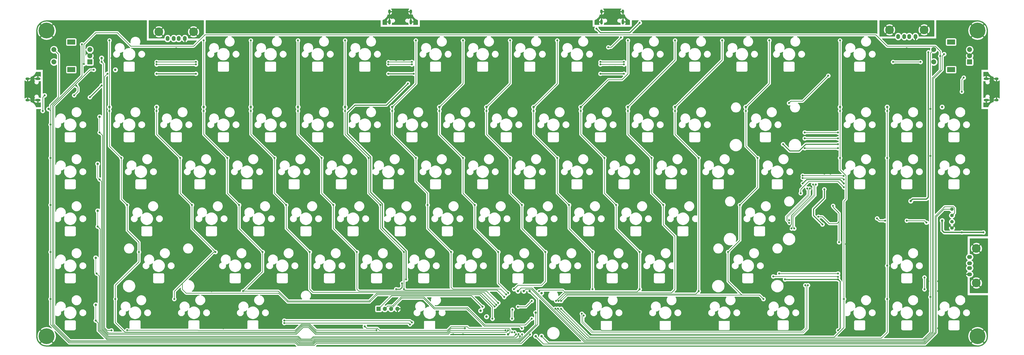
<source format=gtl>
%TF.GenerationSoftware,KiCad,Pcbnew,(5.1.10)-1*%
%TF.CreationDate,2021-11-03T23:33:05-04:00*%
%TF.ProjectId,custom_keyboard (f103_ fe2.1),63757374-6f6d-45f6-9b65-79626f617264,rev?*%
%TF.SameCoordinates,Original*%
%TF.FileFunction,Copper,L1,Top*%
%TF.FilePolarity,Positive*%
%FSLAX46Y46*%
G04 Gerber Fmt 4.6, Leading zero omitted, Abs format (unit mm)*
G04 Created by KiCad (PCBNEW (5.1.10)-1) date 2021-11-03 23:33:05*
%MOMM*%
%LPD*%
G01*
G04 APERTURE LIST*
%TA.AperFunction,ComponentPad*%
%ADD10C,1.000000*%
%TD*%
%TA.AperFunction,ComponentPad*%
%ADD11O,1.700000X1.700000*%
%TD*%
%TA.AperFunction,ComponentPad*%
%ADD12R,1.700000X1.700000*%
%TD*%
%TA.AperFunction,ComponentPad*%
%ADD13O,2.100000X1.000000*%
%TD*%
%TA.AperFunction,ComponentPad*%
%ADD14O,1.600000X1.000000*%
%TD*%
%TA.AperFunction,ComponentPad*%
%ADD15C,3.500000*%
%TD*%
%TA.AperFunction,ComponentPad*%
%ADD16O,1.500000X2.000000*%
%TD*%
%TA.AperFunction,ComponentPad*%
%ADD17O,1.000000X2.100000*%
%TD*%
%TA.AperFunction,ComponentPad*%
%ADD18O,1.000000X1.600000*%
%TD*%
%TA.AperFunction,ComponentPad*%
%ADD19O,2.000000X1.500000*%
%TD*%
%TA.AperFunction,ComponentPad*%
%ADD20R,2.000000X2.000000*%
%TD*%
%TA.AperFunction,ComponentPad*%
%ADD21C,2.000000*%
%TD*%
%TA.AperFunction,ComponentPad*%
%ADD22R,3.200000X2.000000*%
%TD*%
%TA.AperFunction,ComponentPad*%
%ADD23C,1.397000*%
%TD*%
%TA.AperFunction,ComponentPad*%
%ADD24C,6.400000*%
%TD*%
%TA.AperFunction,ViaPad*%
%ADD25C,0.800000*%
%TD*%
%TA.AperFunction,Conductor*%
%ADD26C,0.250000*%
%TD*%
%TA.AperFunction,Conductor*%
%ADD27C,0.381000*%
%TD*%
%TA.AperFunction,Conductor*%
%ADD28C,0.254000*%
%TD*%
%TA.AperFunction,Conductor*%
%ADD29C,0.200000*%
%TD*%
%TA.AperFunction,Conductor*%
%ADD30C,0.508000*%
%TD*%
%TA.AperFunction,Conductor*%
%ADD31C,0.100000*%
%TD*%
G04 APERTURE END LIST*
D10*
%TO.P,BOOT1,1*%
%TO.N,BOOT1*%
X279382400Y-265095800D03*
%TD*%
%TO.P,BOOT0,1*%
%TO.N,BOOT0*%
X265889500Y-281763500D03*
%TD*%
D11*
%TO.P,J1,4*%
%TO.N,GND*%
X221125300Y-271445400D03*
%TO.P,J1,3*%
%TO.N,SWCLK*%
X218585300Y-271445400D03*
%TO.P,J1,2*%
%TO.N,SWDIO*%
X216045300Y-271445400D03*
D12*
%TO.P,J1,1*%
%TO.N,KEYBOARD_RESET*%
X213505300Y-271445400D03*
%TD*%
D10*
%TO.P,X2,1*%
%TO.N,KEYBOARD_XTAL2*%
X254777700Y-272239100D03*
%TD*%
%TO.P,X1,1*%
%TO.N,KEYBOARD_XTAL1*%
X257158800Y-274620200D03*
%TD*%
%TO.P,BKL5,1*%
%TO.N,BKL_DATA_IN*%
X107149500Y-174614000D03*
%TD*%
%TO.P,5-7,1*%
%TO.N,PORT5-7PWR*%
X428598000Y-227791900D03*
%TD*%
%TO.P,1-4,1*%
%TO.N,PORT1-4_PWR*%
X441297200Y-235728900D03*
%TD*%
%TO.P,ENCB2,1*%
%TO.N,ENCODER_B2*%
X272239100Y-264302100D03*
%TD*%
%TO.P,COL1,1*%
%TO.N,COL1*%
X104768400Y-189694300D03*
%TD*%
%TO.P,COL2,1*%
%TO.N,COL2*%
X123817200Y-189694300D03*
%TD*%
%TO.P,COL14,1*%
%TO.N,COL14*%
X361927200Y-189694300D03*
%TD*%
%TO.P,KSDA1,1*%
%TO.N,KEYBOARD_SDA*%
X277001300Y-282557200D03*
%TD*%
%TO.P,KSCL1,1*%
%TO.N,KEYBOARD_SCL*%
X279382400Y-282557200D03*
%TD*%
%TO.P,BKL3,1*%
%TO.N,BKL_DATA_IN_3V3*%
X277001300Y-273032800D03*
%TD*%
%TO.P,COL11,1*%
%TO.N,COL11*%
X295256400Y-189694300D03*
%TD*%
%TO.P,COL10,1*%
%TO.N,COL10*%
X276207600Y-189694300D03*
%TD*%
%TO.P,COL9,1*%
%TO.N,COL9*%
X257158800Y-189694300D03*
%TD*%
%TO.P,COL8,1*%
%TO.N,COL8*%
X238110000Y-189694300D03*
%TD*%
%TO.P,COL7,1*%
%TO.N,COL7*%
X219061200Y-189694300D03*
%TD*%
%TO.P,COL6,1*%
%TO.N,COL6*%
X200012400Y-189694300D03*
%TD*%
%TO.P,COL5,1*%
%TO.N,COL5*%
X180963600Y-189694300D03*
%TD*%
%TO.P,COL4,1*%
%TO.N,COL4*%
X161914800Y-189694300D03*
%TD*%
%TO.P,ENCB1,1*%
%TO.N,ENCODER_B1*%
X274620200Y-264302100D03*
%TD*%
%TO.P,ENCA1,1*%
%TO.N,ENCODER_A*%
X269858000Y-264302100D03*
%TD*%
%TO.P,COL17,1*%
%TO.N,COL17*%
X441297200Y-189694300D03*
%TD*%
%TO.P,COL16,1*%
%TO.N,COL16*%
X419073600Y-189694300D03*
%TD*%
%TO.P,COL15,1*%
%TO.N,COL15*%
X400024800Y-189694300D03*
%TD*%
%TO.P,ROW0,1*%
%TO.N,ROT1_ROW*%
X101593600Y-169851800D03*
%TD*%
%TO.P,ROW1,1*%
%TO.N,ROW1*%
X100799900Y-193662800D03*
%TD*%
%TO.P,ROW2,1*%
%TO.N,ROW2*%
X100006200Y-212711600D03*
%TD*%
%TO.P,ROW3,1*%
%TO.N,ROW3*%
X100006200Y-231760400D03*
%TD*%
%TO.P,ROW4,1*%
%TO.N,ROW4*%
X99212500Y-250809200D03*
%TD*%
%TO.P,ROW5,1*%
%TO.N,ROW5*%
X99212500Y-269858000D03*
%TD*%
%TO.P,COL0,1*%
%TO.N,COL0*%
X80163700Y-190488000D03*
%TD*%
%TO.P,COL3,1*%
%TO.N,COL3*%
X142866000Y-189694300D03*
%TD*%
%TO.P,COL13,1*%
%TO.N,COL13*%
X333354000Y-189694300D03*
%TD*%
%TO.P,COL12,1*%
%TO.N,COL12*%
X314305200Y-189694300D03*
%TD*%
D13*
%TO.P,USB2,13*%
%TO.N,Earth*%
X75831900Y-186871000D03*
X75831900Y-178231000D03*
D14*
X71651900Y-186871000D03*
X71651900Y-178231000D03*
%TD*%
D15*
%TO.P,USB3,5*%
%TO.N,Earth*%
X124754200Y-159204800D03*
D16*
%TO.P,USB3,4*%
%TO.N,GND*%
X135254200Y-161914800D03*
%TO.P,USB3,3*%
%TO.N,Net-(D+3-Pad1)*%
X132754200Y-161914800D03*
%TO.P,USB3,2*%
%TO.N,Net-(D-3-Pad1)*%
X130754200Y-161914800D03*
D15*
%TO.P,USB3,5*%
%TO.N,Earth*%
X138754200Y-159204800D03*
D16*
%TO.P,USB3,1*%
%TO.N,Net-(D5-Pad2)*%
X128254200Y-161914800D03*
%TD*%
D15*
%TO.P,USB6,5*%
%TO.N,Earth*%
X420010600Y-158411100D03*
D16*
%TO.P,USB6,4*%
%TO.N,GND*%
X430510600Y-161121100D03*
%TO.P,USB6,3*%
%TO.N,Net-(D+6-Pad1)*%
X428010600Y-161121100D03*
%TO.P,USB6,2*%
%TO.N,Net-(D-6-Pad1)*%
X426010600Y-161121100D03*
D15*
%TO.P,USB6,5*%
%TO.N,Earth*%
X434010600Y-158411100D03*
D16*
%TO.P,USB6,1*%
%TO.N,Net-(D8-Pad2)*%
X423510600Y-161121100D03*
%TD*%
D17*
%TO.P,USB1,13*%
%TO.N,Earth*%
X217916000Y-155201900D03*
X226556000Y-155201900D03*
D18*
X217916000Y-151021900D03*
X226556000Y-151021900D03*
%TD*%
D15*
%TO.P,USB4,5*%
%TO.N,Earth*%
X455119000Y-246984000D03*
D19*
%TO.P,USB4,4*%
%TO.N,GND*%
X452409000Y-257484000D03*
%TO.P,USB4,3*%
%TO.N,Net-(D+4-Pad1)*%
X452409000Y-254984000D03*
%TO.P,USB4,2*%
%TO.N,Net-(D-4-Pad1)*%
X452409000Y-252984000D03*
D15*
%TO.P,USB4,5*%
%TO.N,Earth*%
X455119000Y-260984000D03*
D19*
%TO.P,USB4,1*%
%TO.N,Net-(D7-Pad2)*%
X452409000Y-250484000D03*
%TD*%
D13*
%TO.P,USB7,13*%
%TO.N,Earth*%
X459121900Y-178231000D03*
X459121900Y-186871000D03*
D14*
X463301900Y-178231000D03*
X463301900Y-186871000D03*
%TD*%
D20*
%TO.P,ROT1,A*%
%TO.N,Net-(C8-Pad2)*%
X96831400Y-171439200D03*
D21*
%TO.P,ROT1,C*%
%TO.N,GND*%
X96831400Y-168939200D03*
%TO.P,ROT1,B*%
%TO.N,Net-(C9-Pad1)*%
X96831400Y-166439200D03*
D22*
%TO.P,ROT1,MP*%
%TO.N,N/C*%
X89331400Y-174539200D03*
X89331400Y-163339200D03*
D21*
%TO.P,ROT1,S2*%
%TO.N,Net-(D3-Pad2)*%
X82331400Y-171439200D03*
%TO.P,ROT1,S1*%
%TO.N,COL0*%
X82331400Y-166439200D03*
%TD*%
D20*
%TO.P,ROT2,A*%
%TO.N,Net-(C10-Pad2)*%
X452409000Y-171439200D03*
D21*
%TO.P,ROT2,C*%
%TO.N,GND*%
X452409000Y-168939200D03*
%TO.P,ROT2,B*%
%TO.N,Net-(C11-Pad1)*%
X452409000Y-166439200D03*
D22*
%TO.P,ROT2,MP*%
%TO.N,N/C*%
X444909000Y-174539200D03*
X444909000Y-163339200D03*
D21*
%TO.P,ROT2,S2*%
%TO.N,Net-(D4-Pad2)*%
X437909000Y-171439200D03*
%TO.P,ROT2,S1*%
%TO.N,COL17*%
X437909000Y-166439200D03*
%TD*%
D17*
%TO.P,USB5,13*%
%TO.N,Earth*%
X303635600Y-155201900D03*
X312275600Y-155201900D03*
D18*
X303635600Y-151021900D03*
X312275600Y-151021900D03*
%TD*%
D23*
%TO.P,OL1,4*%
%TO.N,GND*%
X445265700Y-238745200D03*
%TO.P,OL1,3*%
%TO.N,+5V*%
X445265700Y-236205200D03*
%TO.P,OL1,2*%
%TO.N,KEYBOARD_SCL*%
X445265700Y-233665200D03*
%TO.P,OL1,1*%
%TO.N,KEYBOARD_SDA*%
X445265700Y-231125200D03*
%TD*%
D24*
%TO.P,H1,1*%
%TO.N,GND*%
X79370000Y-158740000D03*
%TD*%
%TO.P,H2,1*%
%TO.N,GND*%
X79370000Y-282557200D03*
%TD*%
%TO.P,H3,1*%
%TO.N,GND*%
X455583800Y-158740000D03*
%TD*%
%TO.P,H4,1*%
%TO.N,GND*%
X455583800Y-282557200D03*
%TD*%
D25*
%TO.N,GND*%
X141675450Y-239300550D03*
X260333600Y-260333600D03*
X348434300Y-277001300D03*
X324623300Y-277001300D03*
X383357100Y-222236000D03*
X266683200Y-255968250D03*
X99212500Y-173026600D03*
X306765050Y-170248650D03*
X309146150Y-170248650D03*
X306765050Y-173423450D03*
X309146150Y-173423450D03*
X435741300Y-264302100D03*
X439709800Y-264302100D03*
X375420100Y-251602900D03*
X174614000Y-278588700D03*
X353990200Y-263508400D03*
X440503500Y-250809200D03*
X430979100Y-251602900D03*
X83338500Y-222236000D03*
X396850000Y-179376200D03*
X317480000Y-271445400D03*
X341291000Y-271445400D03*
X296050100Y-267476900D03*
X146040800Y-260333600D03*
X117467600Y-260333600D03*
X361133500Y-241284800D03*
X83338500Y-241284800D03*
X83338500Y-260333600D03*
X83338500Y-275413900D03*
X146040800Y-264302100D03*
X126992000Y-263508400D03*
X98418800Y-260333600D03*
X98418800Y-265095800D03*
X83338500Y-203187200D03*
X84925900Y-263508400D03*
X84925900Y-244459600D03*
X84925900Y-225410800D03*
X84925900Y-206362000D03*
X303193400Y-179376200D03*
X284144600Y-179376200D03*
X265095800Y-179376200D03*
X246047000Y-179376200D03*
X198425000Y-179376200D03*
X179376200Y-179376200D03*
X160327400Y-179376200D03*
X141278600Y-179376200D03*
X105562100Y-169851800D03*
X203584050Y-172629750D03*
X146437650Y-172629750D03*
X358355550Y-258349350D03*
X363117750Y-239300550D03*
X422645250Y-258349350D03*
X120245550Y-258349350D03*
X108340050Y-172629750D03*
X441694050Y-277398150D03*
X422645250Y-277398150D03*
X403596450Y-277398150D03*
X158343150Y-277398150D03*
X284541450Y-258349350D03*
X303590250Y-258349350D03*
X322639050Y-258349350D03*
X371451600Y-260333600D03*
X246443850Y-258349350D03*
X227395050Y-258349350D03*
X208346250Y-258349350D03*
X189297450Y-258349350D03*
X170248650Y-258349350D03*
X151199850Y-258349350D03*
X251206050Y-220251750D03*
X246047000Y-222236000D03*
X232157250Y-220251750D03*
X226998200Y-222236000D03*
X213108450Y-220251750D03*
X207949400Y-222236000D03*
X194059650Y-220251750D03*
X188900600Y-222236000D03*
X175010850Y-220251750D03*
X169851800Y-222236000D03*
X155962050Y-220251750D03*
X150803000Y-222236000D03*
X136913250Y-220251750D03*
X131754200Y-222236000D03*
X113102250Y-220251750D03*
X109927450Y-240887950D03*
X115483350Y-239300550D03*
X129373100Y-241284800D03*
X360339800Y-222236000D03*
X265095800Y-222236000D03*
X270254850Y-220251750D03*
X284144600Y-222236000D03*
X289303650Y-220251750D03*
X303193400Y-222236000D03*
X308352450Y-220251750D03*
X322242200Y-222236000D03*
X327401250Y-220251750D03*
X346450050Y-220251750D03*
X341291000Y-222236000D03*
X370261050Y-220251750D03*
X417486200Y-222236000D03*
X422645250Y-220251750D03*
X439709800Y-222236000D03*
X441694050Y-220251750D03*
X453996400Y-206362000D03*
X453996400Y-201202950D03*
X441694050Y-201202950D03*
X439709800Y-203187200D03*
X422645250Y-201202950D03*
X417486200Y-203187200D03*
X146437650Y-201202950D03*
X378991750Y-203187200D03*
X365498850Y-201202950D03*
X350815400Y-203187200D03*
X336925650Y-201202950D03*
X331766600Y-203187200D03*
X317876850Y-201202950D03*
X312717800Y-203187200D03*
X298828050Y-201202950D03*
X293669000Y-203187200D03*
X279779250Y-201202950D03*
X274620200Y-203187200D03*
X260730450Y-201202950D03*
X255571400Y-203187200D03*
X241681650Y-201202950D03*
X236522600Y-203187200D03*
X222632850Y-201202950D03*
X203584050Y-201202950D03*
X217473800Y-203187200D03*
X198425000Y-203187200D03*
X184535250Y-201202950D03*
X179376200Y-203187200D03*
X165486450Y-201202950D03*
X160327400Y-203187200D03*
X141278600Y-203187200D03*
X127388850Y-201202950D03*
X122229800Y-203187200D03*
X108340050Y-201202950D03*
X403596450Y-172629750D03*
X375023250Y-172629750D03*
X198425000Y-174614000D03*
X184535250Y-172629750D03*
X179376200Y-174614000D03*
X165486450Y-172629750D03*
X160327400Y-174614000D03*
X331766600Y-174614000D03*
X317876850Y-172629750D03*
X350815400Y-174614000D03*
X336925650Y-172629750D03*
X369864200Y-174614000D03*
X355974450Y-172629750D03*
X284144600Y-174614000D03*
X289303650Y-172629750D03*
X265095800Y-174614000D03*
X270254850Y-172629750D03*
X251206050Y-172629750D03*
X232157250Y-172629750D03*
X246047000Y-174614000D03*
X110721150Y-277398150D03*
X134532150Y-277398150D03*
X373832700Y-254777700D03*
X160724250Y-239300550D03*
X179773050Y-239300550D03*
X198821850Y-239300550D03*
X217870650Y-239300550D03*
X236919450Y-239300550D03*
X255968250Y-239300550D03*
X275017050Y-239300550D03*
X294065850Y-239300550D03*
X313114650Y-239300550D03*
X332163450Y-239300550D03*
X403993300Y-250015500D03*
X439709800Y-279382400D03*
X417486200Y-279382400D03*
X388913000Y-279382400D03*
X365102000Y-278985550D03*
X341291000Y-279382400D03*
X317480000Y-279382400D03*
X150803000Y-279382400D03*
X98418800Y-279382400D03*
X98418800Y-222236000D03*
X346053200Y-241284800D03*
X327004400Y-241284800D03*
X307955600Y-241284800D03*
X288906800Y-241284800D03*
X269858000Y-241284800D03*
X250809200Y-241284800D03*
X231760400Y-241284800D03*
X212711600Y-241284800D03*
X193662800Y-241284800D03*
X174614000Y-241284800D03*
X155565200Y-241284800D03*
X136516400Y-241284800D03*
X98418800Y-241284800D03*
X133341600Y-260333600D03*
X165089600Y-260333600D03*
X336528800Y-260333600D03*
X317480000Y-260333600D03*
X298431200Y-260333600D03*
X222236000Y-260333600D03*
X203187200Y-260333600D03*
X184138400Y-260333600D03*
X246047000Y-158740000D03*
X284144600Y-158740000D03*
X160327400Y-158740000D03*
X198425000Y-158740000D03*
X331766600Y-158740000D03*
X369864200Y-158740000D03*
X398437400Y-158740000D03*
X438122400Y-169058100D03*
X384944500Y-203980900D03*
X357165000Y-260333600D03*
X100799900Y-183344700D03*
X106355800Y-183344700D03*
X395262600Y-238110000D03*
X230173000Y-174614000D03*
X412724000Y-230173000D03*
X421454700Y-234141500D03*
X411930300Y-240491100D03*
X402405900Y-245253300D03*
X417486200Y-246047000D03*
X421454700Y-246047000D03*
X425423200Y-246047000D03*
X415105100Y-253190300D03*
X433360200Y-228585600D03*
X288906800Y-282557200D03*
X442090900Y-283350900D03*
X79370000Y-186519500D03*
X80213900Y-179326000D03*
X303987100Y-157946300D03*
X406374400Y-239697400D03*
X434153900Y-186519500D03*
X440503500Y-186519500D03*
X423835800Y-186519500D03*
X434153900Y-181757300D03*
X302399700Y-274620200D03*
X447646800Y-235728900D03*
X435741300Y-260333600D03*
X439709800Y-260333600D03*
X228585600Y-277795000D03*
X243665900Y-277001300D03*
X363514600Y-203187200D03*
X98418800Y-185725800D03*
X372245300Y-277001300D03*
X131754200Y-165883300D03*
X87307000Y-189694300D03*
X427010600Y-165883300D03*
X289700500Y-272239100D03*
X245253300Y-273032800D03*
X316686300Y-155565200D03*
X448440500Y-155565200D03*
X447646800Y-229379300D03*
X442884600Y-233347800D03*
X439709800Y-227791900D03*
X427010600Y-234141500D03*
X447646800Y-232157250D03*
X283350900Y-277001300D03*
X265492650Y-258349350D03*
X274620200Y-266683200D03*
X269064300Y-271445400D03*
X265889500Y-273032800D03*
X98418800Y-203187200D03*
X388913000Y-174614000D03*
X251602900Y-277001300D03*
X266683200Y-263508400D03*
X250809200Y-270651700D03*
X280969800Y-265889500D03*
X224617100Y-273826500D03*
X219854900Y-267476900D03*
X389706700Y-261127300D03*
X403596450Y-220251750D03*
X403596450Y-201202950D03*
X355577600Y-235728900D03*
X366689400Y-230173000D03*
X404787000Y-217473800D03*
X404787000Y-198425000D03*
X261921000Y-277001300D03*
X397643700Y-240491100D03*
X85719600Y-218267500D03*
X85719600Y-199218700D03*
X85719600Y-237316300D03*
X85719600Y-256365100D03*
X85719600Y-275413900D03*
X241284800Y-260333600D03*
X275413900Y-277001300D03*
X286922550Y-265095800D03*
X448837350Y-252396600D03*
X247634400Y-281763500D03*
X243665900Y-281763500D03*
X260730450Y-254777700D03*
X197631300Y-278588700D03*
X204774600Y-278588700D03*
X220648600Y-170645500D03*
X220648600Y-177788800D03*
X223823400Y-177788800D03*
X223823400Y-170645500D03*
X87307000Y-180169900D03*
X92862900Y-185725800D03*
X223823400Y-165089600D03*
X226998200Y-163502200D03*
X303193400Y-174614000D03*
X217473800Y-174614000D03*
X449234200Y-169058100D03*
X279382400Y-260333600D03*
X226204500Y-260333600D03*
X417642500Y-227635600D03*
X424629500Y-227791900D03*
X280969800Y-280176100D03*
X207155700Y-273032800D03*
X218267500Y-278588700D03*
X412724000Y-226204500D03*
X376213800Y-230173000D03*
X383357100Y-238903700D03*
X388119300Y-243665900D03*
X444868850Y-226204500D03*
X391690950Y-249221800D03*
X132547900Y-278588700D03*
X232554100Y-177788800D03*
X124610900Y-169851800D03*
X124610900Y-177788800D03*
X138897500Y-169851800D03*
X138897500Y-177788800D03*
X131754200Y-184138400D03*
X219854900Y-181757300D03*
X393675200Y-216680100D03*
X430979100Y-181757300D03*
X399172300Y-221501100D03*
X396187600Y-216700107D03*
X122229800Y-192075400D03*
X141278600Y-192075400D03*
X160327400Y-192075400D03*
X179376200Y-192075400D03*
X198425000Y-192075400D03*
X217473800Y-192075400D03*
X236522600Y-192075400D03*
X255571400Y-192075400D03*
X274620200Y-192075400D03*
X293669000Y-192075400D03*
X312717800Y-192075400D03*
X331766600Y-192075400D03*
X350815400Y-192075400D03*
X379388600Y-192075400D03*
X300812300Y-277398150D03*
X390897250Y-222632850D03*
X398834250Y-226601350D03*
X396056300Y-226204500D03*
X396453150Y-221442300D03*
X393675200Y-221442300D03*
X292875300Y-283350900D03*
X384944500Y-265889500D03*
X388358025Y-221830602D03*
X379388600Y-238903700D03*
X378594900Y-238110000D03*
X385738200Y-223029700D03*
X417486200Y-174614000D03*
X234141500Y-267476900D03*
X440503500Y-181757300D03*
%TO.N,+3V3*%
X399627950Y-244459600D03*
X414989297Y-234819397D03*
X418279900Y-235728900D03*
X427010600Y-235728900D03*
X434947600Y-236522600D03*
X267476900Y-275413900D03*
X267629898Y-271782800D03*
X397218900Y-229748200D03*
X391294100Y-234141500D03*
%TO.N,Earth*%
X129769950Y-157946300D03*
X133738450Y-157946300D03*
X425026350Y-157946300D03*
X428994850Y-157946300D03*
X222236000Y-152390400D03*
X220648600Y-151596700D03*
X223823400Y-151596700D03*
X306368200Y-151596700D03*
X309543000Y-151596700D03*
X427010600Y-157152600D03*
X462727100Y-180963600D03*
X462727100Y-184138400D03*
X72226700Y-184138400D03*
X72226700Y-180963600D03*
X455583800Y-255571400D03*
X455583800Y-252396600D03*
X461933400Y-182551000D03*
X307955600Y-152390400D03*
X131754200Y-157152600D03*
X73020400Y-182551000D03*
X456377500Y-253984000D03*
%TO.N,KEYBOARD_RESET*%
X255571400Y-270651700D03*
%TO.N,COL2*%
X123817200Y-191281700D03*
X133341600Y-210330500D03*
X138103800Y-229379300D03*
X147628200Y-248428100D03*
X130960500Y-267476900D03*
X259557769Y-275485740D03*
%TO.N,COL1*%
X107149500Y-267476900D03*
X116673900Y-248428100D03*
X111911700Y-229379300D03*
X109530600Y-210330500D03*
X104768400Y-191281700D03*
X104768400Y-162708500D03*
X248428100Y-279382400D03*
%TO.N,COL3*%
X166677000Y-248428100D03*
X157152600Y-229379300D03*
X152390400Y-210330500D03*
X142866000Y-191281700D03*
X142866000Y-162708500D03*
X158740000Y-264302100D03*
X260449403Y-270535897D03*
%TO.N,ROW2*%
X100799900Y-219061200D03*
X384944500Y-217473800D03*
X269082394Y-281788020D03*
X401496397Y-217589603D03*
%TO.N,ROW4*%
X375420100Y-257158800D03*
X99609350Y-257158800D03*
X270661666Y-282571206D03*
X399231100Y-257158800D03*
%TO.N,ROT1_ROW*%
X421454700Y-171439200D03*
X101593600Y-171439200D03*
X226998200Y-171439200D03*
X217473800Y-171439200D03*
X432566500Y-171439200D03*
X123817200Y-171439200D03*
X139691200Y-171439200D03*
X303193400Y-171439200D03*
X312717800Y-171439200D03*
X264876846Y-280163449D03*
%TO.N,ROW3*%
X100006200Y-238110000D03*
X270081897Y-281756422D03*
%TO.N,ROW5*%
X175407700Y-276207600D03*
X99212500Y-276207600D03*
X226998200Y-277001300D03*
X271531898Y-281763500D03*
%TO.N,DOUT1*%
X379388600Y-188106900D03*
X395262600Y-176995100D03*
%TO.N,DOUT2*%
X399231100Y-206362000D03*
X385738200Y-206362000D03*
%TO.N,DOUT3*%
X384150800Y-224617100D03*
X401612200Y-222236000D03*
%TO.N,DOUT5*%
X434153900Y-258746200D03*
X434154726Y-263553870D03*
%TO.N,COL0*%
X80957400Y-210330500D03*
X80957400Y-229379300D03*
X80957400Y-248428100D03*
X80957400Y-267476900D03*
X80957400Y-196837600D03*
X274730350Y-281873650D03*
%TO.N,COL4*%
X161914800Y-162708500D03*
X161914800Y-191281700D03*
X171439200Y-210330500D03*
X176201400Y-229379300D03*
X185725800Y-248428100D03*
X261156511Y-269828789D03*
%TO.N,COL5*%
X204774600Y-248428100D03*
X195250200Y-229379300D03*
X190488000Y-210330500D03*
X180963600Y-191281700D03*
X180963600Y-162708500D03*
X261921000Y-269064300D03*
%TO.N,COL6*%
X223823400Y-248428100D03*
X214299000Y-229379300D03*
X209536800Y-210330500D03*
X200012400Y-191281700D03*
X200012400Y-162708500D03*
X223823400Y-263508400D03*
X264302100Y-266683200D03*
%TO.N,COL7*%
X242872200Y-248428100D03*
X233347800Y-229379300D03*
X228585600Y-210330500D03*
X219061200Y-191281700D03*
X228585600Y-162708500D03*
X265108451Y-265670546D03*
%TO.N,COL8*%
X261921000Y-248428100D03*
X252396600Y-229379300D03*
X247634400Y-210330500D03*
X238110000Y-191281700D03*
X247634400Y-162708500D03*
X265913884Y-265077857D03*
%TO.N,KEYBOARD_SDA*%
X267476900Y-280969800D03*
%TO.N,KEYBOARD_SCL*%
X268488619Y-280983387D03*
%TO.N,ENCODER_A*%
X94450300Y-172232900D03*
X440503500Y-169058100D03*
%TO.N,ENCODER_B1*%
X93656600Y-164295900D03*
%TO.N,KEYBOARD_D+*%
X386006900Y-261921000D03*
X296421332Y-274197732D03*
%TO.N,KEYBOARD_D-*%
X387056900Y-261921000D03*
X295678868Y-273455268D03*
%TO.N,BOOT0*%
X207949400Y-278588700D03*
%TO.N,COL17*%
X436535000Y-190488000D03*
X436535000Y-209536800D03*
X436535000Y-266683200D03*
X284967503Y-271416197D03*
%TO.N,COL16*%
X419073600Y-267476900D03*
X419073600Y-210330500D03*
X419073600Y-191281700D03*
X419073600Y-253984000D03*
X286011820Y-271409324D03*
%TO.N,ROW1*%
X100799900Y-200012400D03*
X265889500Y-280176100D03*
X399231100Y-200012400D03*
X385738200Y-200012400D03*
%TO.N,COL9*%
X280969800Y-248428100D03*
X271445400Y-229379300D03*
X266683200Y-210330500D03*
X257158800Y-191281700D03*
X266683200Y-162708500D03*
X268270600Y-263508400D03*
%TO.N,COL10*%
X285732000Y-162708500D03*
X276207600Y-191281700D03*
X285732000Y-210330500D03*
X290494200Y-229379300D03*
X300018600Y-248428100D03*
X300018600Y-263508400D03*
%TO.N,COL11*%
X319067400Y-248428100D03*
X309543000Y-229379300D03*
X304780800Y-210330500D03*
X295256400Y-191281700D03*
X314305200Y-162708500D03*
X319067400Y-263508400D03*
X278369746Y-264289449D03*
%TO.N,COL12*%
X333354000Y-162708500D03*
X314305200Y-191281700D03*
X323829600Y-210330500D03*
X328591800Y-229379300D03*
X285283210Y-268256179D03*
%TO.N,COL13*%
X342878400Y-210330500D03*
X333354000Y-191281700D03*
X352402800Y-162708500D03*
X342878400Y-264302100D03*
X286306746Y-268257949D03*
%TO.N,COL14*%
X354783900Y-248428100D03*
X359546100Y-229379300D03*
X361927200Y-191281700D03*
X366689400Y-210330500D03*
X371451600Y-162708500D03*
X369070500Y-267476900D03*
X287319400Y-268270600D03*
%TO.N,COL15*%
X287319400Y-271445400D03*
X401612200Y-267476900D03*
X400024800Y-162708500D03*
X400024800Y-191281700D03*
X400024800Y-210330500D03*
%TO.N,ENCODER_B2*%
X442090900Y-168264400D03*
%TO.N,BKL_DATA_IN_3V3*%
X98418800Y-174614000D03*
%TO.N,Net-(MX1-Pad5)*%
X123817200Y-172439203D03*
X139691200Y-172439203D03*
%TO.N,Net-(MX5-Pad5)*%
X226998200Y-172439203D03*
X217473800Y-172439203D03*
%TO.N,Net-(MX10-Pad4)*%
X303193400Y-172439203D03*
X312717800Y-172439203D03*
%TO.N,Net-(MX29-Pad5)*%
X399231100Y-202393500D03*
X385738200Y-202393500D03*
%TO.N,Net-(MX47-Pad5)*%
X384944500Y-218473803D03*
X401612200Y-219061200D03*
%TO.N,Net-(MX77-Pad5)*%
X373039000Y-258349350D03*
X399231100Y-258539897D03*
%TO.N,Net-(MX82-Pad5)*%
X175407700Y-277207603D03*
X226204500Y-277795000D03*
%TO.N,Net-(C6-Pad1)*%
X90481800Y-184932100D03*
X91391303Y-181079403D03*
%TO.N,PORT1-4_PWR*%
X457964900Y-240491100D03*
X449234200Y-240491100D03*
%TO.N,PORT5-7PWR*%
X319067400Y-155565200D03*
X301606000Y-157946300D03*
X435741300Y-167470700D03*
%TO.N,Net-(D1-Pad2)*%
X78576300Y-184932100D03*
X77782600Y-191281700D03*
%TO.N,+5V*%
X377007500Y-204774600D03*
X217473800Y-176201400D03*
X393675200Y-223029700D03*
X377801200Y-259539900D03*
X399231100Y-259539900D03*
X392925200Y-237272600D03*
X399231100Y-280176100D03*
X96831400Y-185725800D03*
X101593600Y-180963600D03*
X399231100Y-204774600D03*
X303193400Y-176201400D03*
X312717800Y-176201400D03*
X123817200Y-176201400D03*
X139691200Y-176201400D03*
X225410800Y-180169900D03*
X223029700Y-261127300D03*
X220648600Y-263508400D03*
X224617100Y-259539900D03*
X401610405Y-220650395D03*
X227791900Y-176201400D03*
X384944500Y-220648600D03*
%TO.N,SWCLK*%
X271445400Y-279382400D03*
%TO.N,SWDIO*%
X275413900Y-275413900D03*
%TO.N,BOOT1*%
X269858000Y-270651700D03*
X275413900Y-268270600D03*
%TO.N,KEYBOARD_5V*%
X212711600Y-280138480D03*
X103974700Y-176201400D03*
X111911700Y-280138480D03*
X105562100Y-280176100D03*
%TO.N,Net-(C17-Pad1)*%
X311527250Y-161517950D03*
X306368200Y-165486450D03*
%TO.N,Net-(C30-Pad1)*%
X449234200Y-183476000D03*
X450027900Y-177788800D03*
%TO.N,Net-(D+2-Pad1)*%
X379526000Y-235600750D03*
X387850600Y-222692300D03*
%TO.N,Net-(D+3-Pad1)*%
X390231700Y-221104900D03*
X381501000Y-238903700D03*
%TO.N,Net-(D-2-Pad1)*%
X379526000Y-236650750D03*
X386800600Y-222692300D03*
%TO.N,Net-(D-3-Pad1)*%
X389181700Y-221104900D03*
X380451000Y-238903700D03*
%TD*%
D26*
%TO.N,GND*%
X347640600Y-276207600D02*
X348434300Y-277001300D01*
X324623300Y-277001300D02*
X323829600Y-276207600D01*
X323829600Y-276207600D02*
X347640600Y-276207600D01*
X347640600Y-276207600D02*
X371451600Y-276207600D01*
X230147810Y-276232790D02*
X228585600Y-277795000D01*
X242897390Y-276232790D02*
X243665900Y-277001300D01*
X230147810Y-276232790D02*
X242897390Y-276232790D01*
X372245300Y-277001300D02*
X371451600Y-276207600D01*
D27*
X315098900Y-157946300D02*
X317480000Y-155565200D01*
X303987100Y-157946300D02*
X315098900Y-157946300D01*
D26*
X266683200Y-263508400D02*
X266683200Y-255968250D01*
X226998200Y-279382400D02*
X228585600Y-277795000D01*
X225410800Y-279382400D02*
X226998200Y-279382400D01*
X260730450Y-259936750D02*
X260333600Y-260333600D01*
X260730450Y-254777700D02*
X260730450Y-259936750D01*
X412724000Y-230173000D02*
X412724000Y-226204500D01*
X300812300Y-277398150D02*
X302002850Y-276207600D01*
X323829600Y-276207600D02*
X302002850Y-276207600D01*
X300812300Y-277398150D02*
X303590250Y-280176100D01*
X303590250Y-280176100D02*
X384150800Y-280176100D01*
X384944500Y-265889500D02*
X384944500Y-279382400D01*
X384944500Y-279382400D02*
X384150800Y-280176100D01*
X386075599Y-223367099D02*
X385738200Y-223029700D01*
X386075599Y-225073401D02*
X386075599Y-223367099D01*
X379388600Y-238110000D02*
X379388600Y-238903700D01*
X380325990Y-233600960D02*
X380325990Y-237172610D01*
X388575601Y-225351349D02*
X380325990Y-233600960D01*
X388575601Y-222048178D02*
X388575601Y-225351349D01*
X380325990Y-237172610D02*
X379388600Y-238110000D01*
X388358025Y-221830602D02*
X388575601Y-222048178D01*
X390897250Y-225807650D02*
X390897250Y-222632850D01*
X382166550Y-234538350D02*
X390897250Y-225807650D01*
X382166550Y-237713150D02*
X382166550Y-234538350D01*
X383357100Y-238903700D02*
X382166550Y-237713150D01*
X377404350Y-236919450D02*
X377404350Y-233744650D01*
X377404350Y-233744650D02*
X386075599Y-225073401D01*
X378594900Y-238110000D02*
X377404350Y-236919450D01*
%TO.N,+3V3*%
X399627950Y-244459600D02*
X399627950Y-236125750D01*
X398834250Y-236919450D02*
X399627950Y-236125750D01*
X395659450Y-236919450D02*
X398834250Y-236919450D01*
X415898800Y-235728900D02*
X418279900Y-235728900D01*
X414989297Y-234819397D02*
X415898800Y-235728900D01*
X434153900Y-235728900D02*
X434947600Y-236522600D01*
X427010600Y-235728900D02*
X434153900Y-235728900D01*
X267476900Y-271935798D02*
X267629898Y-271782800D01*
X267476900Y-275413900D02*
X267476900Y-271935798D01*
X397218900Y-230262598D02*
X397218900Y-229748200D01*
X399627950Y-232671648D02*
X397218900Y-230262598D01*
X399627950Y-236125750D02*
X399627950Y-232671648D01*
X392881500Y-234141500D02*
X391294100Y-234141500D01*
X395659450Y-236919450D02*
X392881500Y-234141500D01*
%TO.N,KEYBOARD_RESET*%
X251047499Y-266127799D02*
X255571400Y-270651700D01*
X218822901Y-266127799D02*
X251047499Y-266127799D01*
X213505300Y-271445400D02*
X218822901Y-266127799D01*
%TO.N,COL2*%
X147628200Y-248428100D02*
X146927826Y-248428100D01*
X130960500Y-264395426D02*
X130960500Y-267476900D01*
X147628200Y-248428100D02*
X138103800Y-238903700D01*
X138103800Y-238903700D02*
X138103800Y-229379300D01*
X138103800Y-229379300D02*
X133341600Y-224617100D01*
X133341600Y-224617100D02*
X133341600Y-210330500D01*
X133341600Y-210330500D02*
X123817200Y-200806100D01*
X123817200Y-200806100D02*
X123817200Y-191281700D01*
D28*
X123817200Y-189694300D02*
X123817200Y-191281700D01*
D26*
X176808699Y-268720609D02*
X173183890Y-265095800D01*
X209880491Y-268720609D02*
X176808699Y-268720609D01*
X254518293Y-265677789D02*
X212923311Y-265677789D01*
X259557769Y-270717265D02*
X254518293Y-265677789D01*
X212923311Y-265677789D02*
X209880491Y-268720609D01*
X259557769Y-275485740D02*
X259557769Y-270717265D01*
X134181963Y-263555063D02*
X134181963Y-261173963D01*
X135722700Y-265095800D02*
X134181963Y-263555063D01*
X134181963Y-261173963D02*
X130960500Y-264395426D01*
X146927826Y-248428100D02*
X134181963Y-261173963D01*
X173183890Y-265095800D02*
X135722700Y-265095800D01*
%TO.N,COL1*%
X104768400Y-162708500D02*
X104768400Y-191281700D01*
X104768400Y-205568300D02*
X104768400Y-191281700D01*
X109530600Y-210330500D02*
X104768400Y-205568300D01*
X109530600Y-210330500D02*
X109530600Y-226998200D01*
X109530600Y-226998200D02*
X111911700Y-229379300D01*
X111911700Y-229379300D02*
X111911700Y-239697400D01*
X116673900Y-244459600D02*
X116673900Y-248428100D01*
X111911700Y-239697400D02*
X116673900Y-244459600D01*
X107149500Y-261921000D02*
X116673900Y-252396600D01*
X107149500Y-267476900D02*
X107149500Y-261921000D01*
X116673900Y-252396600D02*
X116673900Y-248428100D01*
X107149500Y-277001300D02*
X107149500Y-267476900D01*
X111011680Y-280863480D02*
X107149500Y-277001300D01*
X182566301Y-278094279D02*
X179797100Y-280863480D01*
X185621124Y-278094280D02*
X182566301Y-278094279D01*
X188390324Y-280863480D02*
X185621124Y-278094280D01*
X179797100Y-280863480D02*
X111011680Y-280863480D01*
X241269108Y-280863480D02*
X188390324Y-280863480D01*
X242750188Y-279382400D02*
X241269108Y-280863480D01*
X248428100Y-279382400D02*
X242750188Y-279382400D01*
%TO.N,COL3*%
X152390400Y-210330500D02*
X152390400Y-224617100D01*
X152390400Y-224617100D02*
X157152600Y-229379300D01*
X152390400Y-210330500D02*
X142866000Y-200806100D01*
X142866000Y-200806100D02*
X142866000Y-191281700D01*
X142866000Y-162708500D02*
X142866000Y-191281700D01*
X166677000Y-248428100D02*
X157152600Y-238903700D01*
X157152600Y-238903700D02*
X157152600Y-229379300D01*
X166677000Y-248428100D02*
X166677000Y-256365100D01*
X158740000Y-264302100D02*
X166677000Y-256365100D01*
X255141286Y-265227780D02*
X260449403Y-270535897D01*
X209694090Y-268270600D02*
X212736910Y-265227780D01*
X212736910Y-265227780D02*
X255141286Y-265227780D01*
X173026600Y-264302100D02*
X176995100Y-268270600D01*
X158740000Y-264302100D02*
X173026600Y-264302100D01*
X209694090Y-268270600D02*
X176995100Y-268270600D01*
%TO.N,ROW2*%
X384944500Y-217473800D02*
X401380594Y-217473800D01*
D29*
X100006200Y-218267500D02*
X100799900Y-219061200D01*
X100006200Y-212711600D02*
X100006200Y-218267500D01*
D26*
X401380594Y-217473800D02*
X401496397Y-217589603D01*
X268144542Y-282725872D02*
X269082394Y-281788020D01*
X187137278Y-282725872D02*
X268144542Y-282725872D01*
X186231049Y-283632101D02*
X187137278Y-282725872D01*
X182203041Y-283632101D02*
X186231049Y-283632101D01*
X181128140Y-282557200D02*
X182203041Y-283632101D01*
X101487280Y-279755200D02*
X104289280Y-282557200D01*
X101487280Y-219748580D02*
X101487280Y-279755200D01*
X104289280Y-282557200D02*
X181128140Y-282557200D01*
X100799900Y-219061200D02*
X101487280Y-219748580D01*
%TO.N,ROW4*%
X399231100Y-257158800D02*
X375420100Y-257158800D01*
D29*
X99212500Y-256761950D02*
X99609350Y-257158800D01*
X99212500Y-250809200D02*
X99212500Y-256761950D01*
D26*
X270043573Y-283625891D02*
X270661666Y-283007798D01*
X187510079Y-283625891D02*
X270043573Y-283625891D01*
X186603850Y-284532120D02*
X187510079Y-283625891D01*
X181830240Y-284532120D02*
X186603850Y-284532120D01*
X270661666Y-283007798D02*
X270661666Y-282571206D01*
X180755339Y-283457219D02*
X181830240Y-284532120D01*
X103916479Y-283457219D02*
X180755339Y-283457219D01*
X100587260Y-280128000D02*
X103916479Y-283457219D01*
X100587260Y-258136710D02*
X100587260Y-280128000D01*
X99609350Y-257158800D02*
X100587260Y-258136710D01*
%TO.N,ROT1_ROW*%
X421454700Y-171439200D02*
X432566500Y-171439200D01*
X217473800Y-171439200D02*
X226998200Y-171439200D01*
D28*
X101593600Y-171439200D02*
X101593600Y-169851800D01*
D26*
X123817200Y-171439200D02*
X139691200Y-171439200D01*
X303193400Y-171439200D02*
X312717800Y-171439200D01*
X242579850Y-280189148D02*
X264851147Y-280189148D01*
X182752701Y-278544289D02*
X185434723Y-278544289D01*
X185434723Y-278544289D02*
X188203924Y-281313490D01*
X179983500Y-281313490D02*
X182752701Y-278544289D01*
X264851147Y-280189148D02*
X264876846Y-280163449D01*
X104318390Y-281313490D02*
X179983500Y-281313490D01*
X102387300Y-279382400D02*
X104318390Y-281313490D01*
X188203924Y-281313490D02*
X241455508Y-281313490D01*
X102387300Y-172232900D02*
X102387300Y-279382400D01*
X241455508Y-281313490D02*
X242579850Y-280189148D01*
X101593600Y-171439200D02*
X102387300Y-172232900D01*
D29*
%TO.N,ROW3*%
X100006200Y-238110000D02*
X100006200Y-231760400D01*
D26*
X270081897Y-281756422D02*
X270081897Y-281861519D01*
X270081897Y-282077973D02*
X270081897Y-281756422D01*
X268983989Y-283175881D02*
X270081897Y-282077973D01*
X187323679Y-283175881D02*
X268983989Y-283175881D01*
X182016641Y-284082111D02*
X186417449Y-284082111D01*
X180941740Y-283007210D02*
X182016641Y-284082111D01*
X104102880Y-283007210D02*
X180941740Y-283007210D01*
X101037271Y-279941601D02*
X104102880Y-283007210D01*
X101037270Y-239141070D02*
X101037271Y-279941601D01*
X186417449Y-284082111D02*
X187323679Y-283175881D01*
X100006200Y-238110000D02*
X101037270Y-239141070D01*
D29*
%TO.N,ROW5*%
X99212500Y-276207600D02*
X99212500Y-269858000D01*
D26*
X226204500Y-276207600D02*
X226998200Y-277001300D01*
X175407700Y-276207600D02*
X226204500Y-276207600D01*
X187696479Y-284075901D02*
X270229973Y-284075901D01*
X186790251Y-284982129D02*
X187696479Y-284075901D01*
X271531898Y-282773976D02*
X271531898Y-281763500D01*
X270229973Y-284075901D02*
X271531898Y-282773976D01*
X180568938Y-283907228D02*
X181643839Y-284982129D01*
X181643839Y-284982129D02*
X186790251Y-284982129D01*
X103730080Y-283907228D02*
X180568938Y-283907228D01*
X100137250Y-280314400D02*
X103730080Y-283907228D01*
X100137250Y-277132350D02*
X100137250Y-280314400D01*
X99212500Y-276207600D02*
X100137250Y-277132350D01*
%TO.N,DOUT1*%
X380182300Y-187313200D02*
X379388600Y-188106900D01*
X384944500Y-187313200D02*
X380182300Y-187313200D01*
X395262600Y-176995100D02*
X384944500Y-187313200D01*
%TO.N,DOUT2*%
X385738200Y-206362000D02*
X399231100Y-206362000D01*
%TO.N,DOUT3*%
X399231100Y-219854900D02*
X401612200Y-222236000D01*
X387325600Y-219854900D02*
X399231100Y-219854900D01*
X384150800Y-223029700D02*
X387325600Y-219854900D01*
X384150800Y-224617100D02*
X384150800Y-223029700D01*
%TO.N,DOUT5*%
X434153900Y-263553044D02*
X434154726Y-263553870D01*
X434153900Y-258746200D02*
X434153900Y-263553044D01*
%TO.N,COL0*%
X80957400Y-267476900D02*
X80957400Y-248428100D01*
X80957400Y-248428100D02*
X80957400Y-229379300D01*
X80957400Y-210330500D02*
X80957400Y-196837600D01*
X80957400Y-210330500D02*
X80957400Y-229379300D01*
X83735350Y-167843150D02*
X82331400Y-166439200D01*
X83735350Y-167867550D02*
X83735350Y-167843150D01*
X84132200Y-168264400D02*
X83735350Y-167867550D01*
X84132200Y-185725800D02*
X84132200Y-168264400D01*
X80957400Y-188900600D02*
X84132200Y-185725800D01*
X271178069Y-285425931D02*
X274730350Y-281873650D01*
X188412969Y-285425931D02*
X271178069Y-285425931D01*
X180925842Y-286332156D02*
X187506744Y-286332156D01*
X179850943Y-285257257D02*
X180925842Y-286332156D01*
X88419657Y-285257257D02*
X179850943Y-285257257D01*
X80957400Y-277795000D02*
X88419657Y-285257257D01*
X187506744Y-286332156D02*
X188412969Y-285425931D01*
X80957400Y-267476900D02*
X80957400Y-277795000D01*
X80957400Y-191281700D02*
X80957400Y-188900600D01*
X80163700Y-190488000D02*
X80957400Y-191281700D01*
X80957400Y-196837600D02*
X80957400Y-191281700D01*
%TO.N,COL4*%
X185725800Y-248428100D02*
X176201400Y-238903700D01*
X176201400Y-238903700D02*
X176201400Y-229379300D01*
X176201400Y-229379300D02*
X171439200Y-224617100D01*
X171439200Y-224617100D02*
X171439200Y-210330500D01*
X171439200Y-210330500D02*
X161914800Y-200806100D01*
X161914800Y-200806100D02*
X161914800Y-191281700D01*
X161914800Y-191281700D02*
X161914800Y-162708500D01*
X185725800Y-263508400D02*
X185725800Y-248428100D01*
X186995171Y-264777771D02*
X185725800Y-263508400D01*
X256105493Y-264777771D02*
X186995171Y-264777771D01*
X261156511Y-269828789D02*
X256105493Y-264777771D01*
%TO.N,COL5*%
X190488000Y-210330500D02*
X190488000Y-224617100D01*
X190488000Y-224617100D02*
X195250200Y-229379300D01*
X180963600Y-191281700D02*
X180963600Y-200806100D01*
X180963600Y-200806100D02*
X190488000Y-210330500D01*
X180963600Y-162708500D02*
X180963600Y-191281700D01*
X204774600Y-248428100D02*
X195250200Y-238903700D01*
X195250200Y-238903700D02*
X195250200Y-229379300D01*
X204774600Y-248428100D02*
X204774600Y-263508400D01*
X204774600Y-263508400D02*
X205568300Y-264302100D01*
X257158800Y-264302100D02*
X261921000Y-269064300D01*
X205568300Y-264302100D02*
X257158800Y-264302100D01*
%TO.N,COL6*%
X214299000Y-229379300D02*
X214299000Y-238903700D01*
X214299000Y-238903700D02*
X223823400Y-248428100D01*
X209536800Y-210330500D02*
X209536800Y-224617100D01*
X209536800Y-224617100D02*
X214299000Y-229379300D01*
X200012400Y-191281700D02*
X200012400Y-200806100D01*
X200012400Y-200806100D02*
X209536800Y-210330500D01*
X200012400Y-162708500D02*
X200012400Y-191281700D01*
X223823400Y-248428100D02*
X223823400Y-263508400D01*
X223823400Y-263508400D02*
X224167090Y-263852090D01*
X261470990Y-263852090D02*
X264302100Y-266683200D01*
X224167090Y-263852090D02*
X261470990Y-263852090D01*
%TO.N,COL7*%
X233347800Y-229379300D02*
X233347800Y-238903700D01*
X233347800Y-238903700D02*
X242872200Y-248428100D01*
X219061200Y-191281700D02*
X219061200Y-200806100D01*
X219061200Y-200806100D02*
X228585600Y-210330500D01*
X242872200Y-262714700D02*
X242872200Y-248428100D01*
D28*
X219061200Y-191281700D02*
X219061200Y-189694300D01*
X219061200Y-189694300D02*
X228585600Y-180169900D01*
D26*
X228585600Y-180169900D02*
X228585600Y-162708500D01*
X242872200Y-262714700D02*
X243559580Y-263402080D01*
X262839985Y-263402080D02*
X265108451Y-265670546D01*
X243559580Y-263402080D02*
X262839985Y-263402080D01*
X228585600Y-219854900D02*
X228585600Y-210330500D01*
X233347800Y-224617100D02*
X228585600Y-219854900D01*
X233347800Y-229379300D02*
X233347800Y-224617100D01*
%TO.N,COL8*%
X247634400Y-210330500D02*
X247634400Y-224617100D01*
X247634400Y-224617100D02*
X252396600Y-229379300D01*
X238110000Y-200806100D02*
X247634400Y-210330500D01*
X238110000Y-191281700D02*
X238110000Y-200806100D01*
D28*
X238110000Y-191281700D02*
X238110000Y-189694300D01*
X238110000Y-189694300D02*
X247634400Y-180169900D01*
D26*
X247634400Y-162708500D02*
X247634400Y-180169900D01*
X261921000Y-261084973D02*
X265913884Y-265077857D01*
X261921000Y-248428100D02*
X261921000Y-261084973D01*
X261921000Y-248428100D02*
X252396600Y-238903700D01*
X252396600Y-229379300D02*
X252396600Y-238903700D01*
%TO.N,KEYBOARD_SDA*%
X280176100Y-285732000D02*
X277001300Y-282557200D01*
X434318441Y-285731999D02*
X280176100Y-285732000D01*
X438916100Y-281134340D02*
X434318441Y-285731999D01*
X441932400Y-231125200D02*
X438916100Y-234141500D01*
X438916100Y-234141500D02*
X438916100Y-281134340D01*
X445265700Y-231125200D02*
X441932400Y-231125200D01*
%TO.N,KEYBOARD_SCL*%
X438466090Y-280947940D02*
X434132040Y-285281990D01*
X442319491Y-230101699D02*
X438466090Y-233955100D01*
X434132040Y-285281990D02*
X294806390Y-285281990D01*
X445756981Y-230101699D02*
X442319491Y-230101699D01*
X446289201Y-230633919D02*
X445756981Y-230101699D01*
X446289201Y-232641699D02*
X446289201Y-230633919D01*
X438466090Y-233955100D02*
X438466090Y-280947940D01*
X445265700Y-233665200D02*
X446289201Y-232641699D01*
X294806390Y-285278400D02*
X294806390Y-285281990D01*
X282107190Y-285281990D02*
X294806390Y-285281990D01*
X279382400Y-282557200D02*
X282107190Y-285281990D01*
%TO.N,ENCODER_A*%
X113418901Y-165009401D02*
X107943200Y-159533700D01*
X143392984Y-160433718D02*
X138817301Y-165009401D01*
X438520402Y-165089600D02*
X419073600Y-165089600D01*
X440503500Y-167072698D02*
X438520402Y-165089600D01*
X138817301Y-165009401D02*
X113418901Y-165009401D01*
X414417719Y-160433719D02*
X143392984Y-160433718D01*
X419073600Y-165089600D02*
X414417719Y-160433719D01*
X296907971Y-284381970D02*
X275553090Y-263027089D01*
X433759240Y-284381970D02*
X296907971Y-284381970D01*
X434868955Y-283272255D02*
X433759240Y-284381970D01*
X271133011Y-263027089D02*
X269858000Y-264302100D01*
X275553090Y-263027089D02*
X271133011Y-263027089D01*
X94450300Y-164295900D02*
X99212500Y-159533700D01*
X94450300Y-172232900D02*
X94450300Y-164295900D01*
X107943200Y-159533700D02*
X99212500Y-159533700D01*
X440503500Y-169058100D02*
X440503500Y-167072698D01*
X437328700Y-280812510D02*
X434659260Y-283481950D01*
X440503500Y-174771290D02*
X437328700Y-177946090D01*
X437328700Y-177946090D02*
X437328700Y-280812510D01*
X440503500Y-169058100D02*
X440503500Y-174771290D01*
%TO.N,ENCODER_B1*%
X277836619Y-267518519D02*
X274620200Y-264302100D01*
X188069279Y-284975921D02*
X270602773Y-284975921D01*
X277836619Y-277742075D02*
X277836619Y-267518519D01*
X187163053Y-285882147D02*
X188069279Y-284975921D01*
X180038847Y-284807247D02*
X181113747Y-285882147D01*
X88606057Y-284807247D02*
X180038847Y-284807247D01*
X81751100Y-277952290D02*
X88606057Y-284807247D01*
X81751100Y-188900600D02*
X81751100Y-277952290D01*
X93656600Y-176995100D02*
X81751100Y-188900600D01*
X270602773Y-284975921D02*
X277836619Y-277742075D01*
X181113747Y-285882147D02*
X187163053Y-285882147D01*
X93656600Y-164295900D02*
X93656600Y-176995100D01*
D29*
%TO.N,KEYBOARD_D+*%
X386306900Y-262221000D02*
X386006900Y-261921000D01*
X386306900Y-279289200D02*
X386306900Y-262221000D01*
X384851300Y-280744800D02*
X386306900Y-279289200D01*
X296128868Y-274490196D02*
X296128868Y-276761868D01*
X296421332Y-274197732D02*
X296128868Y-274490196D01*
X296128868Y-276761868D02*
X300111800Y-280744800D01*
X300111800Y-280744800D02*
X384851300Y-280744800D01*
%TO.N,KEYBOARD_D-*%
X386756900Y-279475600D02*
X386756900Y-262221000D01*
X385037700Y-281194800D02*
X386756900Y-279475600D01*
X386756900Y-262221000D02*
X387056900Y-261921000D01*
X295678868Y-276948268D02*
X299925400Y-281194800D01*
X295678868Y-273455268D02*
X295678868Y-276948268D01*
X299925400Y-281194800D02*
X385037700Y-281194800D01*
D26*
%TO.N,BOOT0*%
X266614501Y-279828099D02*
X266614501Y-281038499D01*
X250015500Y-279382400D02*
X266168802Y-279382400D01*
X249290499Y-278657399D02*
X250015500Y-279382400D01*
X266614501Y-281038499D02*
X265889500Y-281763500D01*
X241284800Y-280176100D02*
X242803501Y-278657399D01*
X266168802Y-279382400D02*
X266614501Y-279828099D01*
X213822222Y-280176100D02*
X241284800Y-280176100D01*
X213028522Y-279382400D02*
X213822222Y-280176100D01*
X242803501Y-278657399D02*
X249290499Y-278657399D01*
X208743100Y-279382400D02*
X213028522Y-279382400D01*
X207949400Y-278588700D02*
X208743100Y-279382400D01*
%TO.N,COL17*%
X436535000Y-167813200D02*
X437909000Y-166439200D01*
X436535000Y-190488000D02*
X436535000Y-167813200D01*
X436535000Y-209536800D02*
X436535000Y-190488000D01*
X436535000Y-266683200D02*
X436535000Y-209536800D01*
X284993388Y-271416197D02*
X284967503Y-271416197D01*
X297509151Y-283931960D02*
X284993388Y-271416197D01*
X433572840Y-283931960D02*
X297509151Y-283931960D01*
X436535000Y-280969800D02*
X433572840Y-283931960D01*
X436535000Y-266683200D02*
X436535000Y-280969800D01*
%TO.N,COL16*%
X419073600Y-253984000D02*
X419073600Y-210330500D01*
X419073600Y-210330500D02*
X419073600Y-191281700D01*
X419073600Y-267476900D02*
X419073600Y-253984000D01*
D28*
X419073600Y-189694300D02*
X419073600Y-191281700D01*
D26*
X419073600Y-280969800D02*
X419073600Y-267476900D01*
X416692500Y-283350900D02*
X419073600Y-280969800D01*
X297953396Y-283350900D02*
X416692500Y-283350900D01*
X286011820Y-271409324D02*
X297953396Y-283350900D01*
D29*
%TO.N,ROW1*%
X100799900Y-200012400D02*
X100799900Y-193662800D01*
D26*
X101937290Y-201149790D02*
X100799900Y-200012400D01*
X101937290Y-279568800D02*
X101937290Y-201149790D01*
X180169900Y-281763500D02*
X104131989Y-281763499D01*
X185248323Y-278994299D02*
X182939101Y-278994299D01*
X104131989Y-281763499D02*
X101937290Y-279568800D01*
X188017524Y-281763500D02*
X185248323Y-278994299D01*
X241641908Y-281763500D02*
X188017524Y-281763500D01*
X242435608Y-280969800D02*
X241641908Y-281763500D01*
X265095800Y-280969800D02*
X242435608Y-280969800D01*
X182939101Y-278994299D02*
X180169900Y-281763500D01*
X265889500Y-280176100D02*
X265095800Y-280969800D01*
X385738200Y-200012400D02*
X399231100Y-200012400D01*
%TO.N,COL9*%
X271445400Y-229379300D02*
X271445400Y-238903700D01*
X271445400Y-238903700D02*
X280969800Y-248428100D01*
X266683200Y-210330500D02*
X266683200Y-224617100D01*
X266683200Y-224617100D02*
X271445400Y-229379300D01*
X257158800Y-191281700D02*
X257158800Y-200806100D01*
X257158800Y-200806100D02*
X266683200Y-210330500D01*
D28*
X257158800Y-191281700D02*
X257158800Y-189694300D01*
X257158800Y-189694300D02*
X266683200Y-180169900D01*
D26*
X266683200Y-180169900D02*
X266683200Y-162708500D01*
X279382400Y-261921000D02*
X280969800Y-260333600D01*
X280969800Y-260333600D02*
X280969800Y-248428100D01*
X269858000Y-261921000D02*
X279382400Y-261921000D01*
X268270600Y-263508400D02*
X269858000Y-261921000D01*
%TO.N,COL10*%
X276207600Y-191281700D02*
X276207600Y-200806100D01*
X276207600Y-200806100D02*
X285732000Y-210330500D01*
X285732000Y-210330500D02*
X285732000Y-224617100D01*
X285732000Y-224617100D02*
X290494200Y-229379300D01*
X290494200Y-229379300D02*
X290494200Y-238903700D01*
X290494200Y-238903700D02*
X300018600Y-248428100D01*
X300018600Y-263508400D02*
X300018600Y-248428100D01*
D28*
X276207600Y-191281700D02*
X276207600Y-189694300D01*
D26*
X285732000Y-180169900D02*
X285732000Y-162708500D01*
D28*
X276207600Y-189694300D02*
X285732000Y-180169900D01*
D26*
%TO.N,COL11*%
X295256400Y-191281700D02*
X295256400Y-200806100D01*
X295256400Y-200806100D02*
X304780800Y-210330500D01*
X304780800Y-210330500D02*
X304780800Y-224617100D01*
X304780800Y-224617100D02*
X309543000Y-229379300D01*
X309543000Y-229379300D02*
X309543000Y-238903700D01*
X309543000Y-238903700D02*
X319067400Y-248428100D01*
X319067400Y-263508400D02*
X319067400Y-248428100D01*
X318036330Y-264539470D02*
X319067400Y-263508400D01*
D28*
X295256400Y-191281700D02*
X295256400Y-189694300D01*
D26*
X278369746Y-264241752D02*
X278369746Y-264289449D01*
X288019410Y-263889450D02*
X288669430Y-264539470D01*
X278369746Y-264289449D02*
X278769745Y-263889450D01*
X278769745Y-263889450D02*
X288019410Y-263889450D01*
X288669430Y-264539470D02*
X318036330Y-264539470D01*
X314305200Y-176201400D02*
X314305200Y-162708500D01*
X311924100Y-178582500D02*
X314305200Y-176201400D01*
X306368200Y-178582500D02*
X311924100Y-178582500D01*
X295256400Y-189694300D02*
X306368200Y-178582500D01*
%TO.N,COL12*%
X323829600Y-210330500D02*
X323829600Y-224617100D01*
X323829600Y-224617100D02*
X328591800Y-229379300D01*
X314305200Y-191281700D02*
X314305200Y-200806100D01*
X314305200Y-200806100D02*
X323829600Y-210330500D01*
D28*
X314305200Y-191281700D02*
X314305200Y-189694300D01*
X314305200Y-189694300D02*
X333354000Y-170645500D01*
D26*
X333354000Y-162708500D02*
X333354000Y-170645500D01*
X328591800Y-237316300D02*
X328591800Y-229379300D01*
X333284401Y-242008901D02*
X328591800Y-237316300D01*
X333284401Y-263577999D02*
X333284401Y-242008901D01*
X331872920Y-264989480D02*
X333284401Y-263577999D01*
X288549909Y-264989480D02*
X331872920Y-264989480D01*
X285283210Y-268256179D02*
X288549909Y-264989480D01*
%TO.N,COL13*%
X342878400Y-210330500D02*
X333354000Y-200806100D01*
X333354000Y-200806100D02*
X333354000Y-191281700D01*
X342878400Y-264302100D02*
X342878400Y-210330500D01*
D28*
X333354000Y-191281700D02*
X333354000Y-189694300D01*
X333354000Y-189694300D02*
X352402800Y-170645500D01*
D26*
X352402800Y-170645500D02*
X352402800Y-162708500D01*
X289125205Y-265439490D02*
X286306746Y-268257949D01*
X341741010Y-265439490D02*
X289125205Y-265439490D01*
X342878400Y-264302100D02*
X341741010Y-265439490D01*
%TO.N,COL14*%
X359546100Y-229379300D02*
X359546100Y-243665900D01*
X359546100Y-243665900D02*
X354783900Y-248428100D01*
X366689400Y-210330500D02*
X366689400Y-222236000D01*
X366689400Y-222236000D02*
X359546100Y-229379300D01*
X361927200Y-191281700D02*
X361927200Y-205568300D01*
X361927200Y-205568300D02*
X366689400Y-210330500D01*
X367483100Y-265889500D02*
X369070500Y-267476900D01*
X360339800Y-265889500D02*
X367483100Y-265889500D01*
X354783900Y-260333600D02*
X360339800Y-265889500D01*
X354783900Y-248428100D02*
X354783900Y-260333600D01*
D28*
X361927200Y-191281700D02*
X361927200Y-189694300D01*
X361927200Y-189694300D02*
X371451600Y-180169900D01*
D26*
X371451600Y-180169900D02*
X371451600Y-162708500D01*
X287319400Y-268270600D02*
X289700500Y-265889500D01*
X360339800Y-265889500D02*
X289700500Y-265889500D01*
%TO.N,COL15*%
X298774890Y-282900890D02*
X287319400Y-271445400D01*
X397696860Y-282900890D02*
X298774890Y-282900890D01*
X401612200Y-278985550D02*
X397696860Y-282900890D01*
X401612200Y-267476900D02*
X401612200Y-278985550D01*
X402405900Y-217473800D02*
X400024800Y-215092700D01*
X402405900Y-226998200D02*
X402405900Y-217473800D01*
X401612200Y-227791900D02*
X402405900Y-226998200D01*
X401612200Y-267476900D02*
X401612200Y-227791900D01*
X400024800Y-162708500D02*
X400024800Y-191281700D01*
X400024800Y-210330500D02*
X400024800Y-215092700D01*
X400024800Y-191281700D02*
X400024800Y-210330500D01*
%TO.N,ENCODER_B2*%
X275366690Y-263477099D02*
X273064101Y-263477099D01*
X433945641Y-284831979D02*
X296721571Y-284831980D01*
X296721571Y-284831980D02*
X275366690Y-263477099D01*
X437778710Y-280998910D02*
X433945641Y-284831979D01*
X441297200Y-174614000D02*
X437778710Y-178132490D01*
X441297200Y-169058100D02*
X441297200Y-174614000D01*
X273064101Y-263477099D02*
X272239100Y-264302100D01*
X437778710Y-178132490D02*
X437778710Y-280998910D01*
X442090900Y-168264400D02*
X441297200Y-169058100D01*
%TO.N,BKL_DATA_IN_3V3*%
X186976651Y-285432139D02*
X187882879Y-284525911D01*
X181457439Y-285432139D02*
X186976651Y-285432139D01*
X180382538Y-284357238D02*
X181457439Y-285432139D01*
X270416374Y-284525910D02*
X277001300Y-277940984D01*
X88792458Y-284357238D02*
X180382538Y-284357238D01*
X82216649Y-277781429D02*
X88792458Y-284357238D01*
X82216649Y-189228751D02*
X82216649Y-277781429D01*
X96831400Y-174614000D02*
X82216649Y-189228751D01*
X187882879Y-284525911D02*
X270416374Y-284525910D01*
X98418800Y-174614000D02*
X96831400Y-174614000D01*
X277001300Y-277940984D02*
X277001300Y-273032800D01*
%TO.N,Net-(MX1-Pad5)*%
X123817200Y-172439203D02*
X139691200Y-172439203D01*
%TO.N,Net-(MX5-Pad5)*%
X226998200Y-172439203D02*
X217473800Y-172439203D01*
%TO.N,Net-(MX10-Pad4)*%
X303193400Y-172439203D02*
X312717800Y-172439203D01*
%TO.N,Net-(MX29-Pad5)*%
X399231100Y-202393500D02*
X385738200Y-202393500D01*
%TO.N,Net-(MX47-Pad5)*%
X401024803Y-218473803D02*
X384944500Y-218473803D01*
X401024803Y-218473803D02*
X401612200Y-219061200D01*
%TO.N,Net-(MX77-Pad5)*%
X373039000Y-258349350D02*
X399040553Y-258349350D01*
X399040553Y-258349350D02*
X399231100Y-258539897D01*
%TO.N,Net-(MX82-Pad5)*%
X175407700Y-277207603D02*
X175421043Y-277194260D01*
X225603761Y-277194261D02*
X226204500Y-277795000D01*
X175421042Y-277194261D02*
X225603761Y-277194261D01*
X175407700Y-277207603D02*
X175421042Y-277194261D01*
%TO.N,Net-(C6-Pad1)*%
X90481800Y-184932100D02*
X92069200Y-183344700D01*
X92069200Y-181757300D02*
X92069200Y-183344700D01*
X91391303Y-181079403D02*
X92069200Y-181757300D01*
D30*
%TO.N,PORT1-4_PWR*%
X441297200Y-239697400D02*
X442090900Y-240491100D01*
X449234200Y-240491100D02*
X457964900Y-240491100D01*
X442090900Y-240491100D02*
X449234200Y-240491100D01*
X441297200Y-239697400D02*
X441297200Y-235728900D01*
D27*
%TO.N,PORT5-7PWR*%
X301606000Y-157946300D02*
X303193400Y-159533700D01*
X315098900Y-159533700D02*
X319067400Y-155565200D01*
X303193400Y-159533700D02*
X315098900Y-159533700D01*
D30*
X435680999Y-167531001D02*
X435741300Y-167470700D01*
X435680999Y-226264801D02*
X435680999Y-167531001D01*
X434947600Y-226998200D02*
X435680999Y-226264801D01*
X429391700Y-226998200D02*
X434947600Y-226998200D01*
X428598000Y-227791900D02*
X429391700Y-226998200D01*
D26*
%TO.N,Net-(D1-Pad2)*%
X77782600Y-185725800D02*
X78576300Y-184932100D01*
X77782600Y-191281700D02*
X77782600Y-185725800D01*
D27*
%TO.N,+5V*%
X379709901Y-207477001D02*
X377007500Y-204774600D01*
X383453257Y-207477001D02*
X379709901Y-207477001D01*
X386155658Y-204774600D02*
X383453257Y-207477001D01*
X377801200Y-259539900D02*
X399231100Y-259539900D01*
X386531900Y-219061200D02*
X400021210Y-219061200D01*
X400024800Y-279382400D02*
X400024800Y-260333600D01*
X399231100Y-259539900D02*
X400024800Y-260333600D01*
X399231100Y-280176100D02*
X400024800Y-279382400D01*
X96831400Y-185725800D02*
X101593600Y-180963600D01*
X303193400Y-176201400D02*
X312717800Y-176201400D01*
X123817200Y-176201400D02*
X139691200Y-176201400D01*
X225410800Y-180169900D02*
X216680100Y-188900600D01*
X216680100Y-188900600D02*
X203980900Y-188900600D01*
X203980900Y-188900600D02*
X200806100Y-192075400D01*
X200806100Y-200429858D02*
X210327301Y-209951059D01*
X200806100Y-192075400D02*
X200806100Y-200429858D01*
X210327301Y-224237659D02*
X215092700Y-229003058D01*
X210327301Y-209951059D02*
X210327301Y-224237659D01*
X215092700Y-238527458D02*
X224617100Y-248051858D01*
X215092700Y-229003058D02*
X215092700Y-238527458D01*
X220648600Y-263508400D02*
X222236000Y-263508400D01*
X223029700Y-262714700D02*
X223029700Y-261127300D01*
X222236000Y-263508400D02*
X223029700Y-262714700D01*
X224617100Y-248051858D02*
X224617100Y-259539900D01*
X400021210Y-219061200D02*
X401610405Y-220650395D01*
X217473800Y-176201400D02*
X227791900Y-176201400D01*
X386531900Y-219061200D02*
X384944500Y-220648600D01*
X393675200Y-223029700D02*
X393675200Y-226601350D01*
X393675200Y-226601350D02*
X389309850Y-230966700D01*
X389309850Y-233657250D02*
X389309850Y-230966700D01*
X392925200Y-237272600D02*
X389309850Y-233657250D01*
X386155658Y-204774600D02*
X399231100Y-204774600D01*
D26*
%TO.N,SWCLK*%
X222897490Y-267133210D02*
X218585300Y-271445400D01*
X231682912Y-267133210D02*
X222897490Y-267133210D01*
X235995102Y-271445400D02*
X231682912Y-267133210D01*
X249221800Y-271445400D02*
X235995102Y-271445400D01*
X256258780Y-278482380D02*
X249221800Y-271445400D01*
X270545380Y-278482380D02*
X256258780Y-278482380D01*
X271445400Y-279382400D02*
X270545380Y-278482380D01*
%TO.N,SWDIO*%
X256445180Y-278032370D02*
X272795430Y-278032370D01*
X249408200Y-270995390D02*
X256445180Y-278032370D01*
X236181502Y-270995390D02*
X249408200Y-270995390D01*
X272795430Y-278032370D02*
X275413900Y-275413900D01*
X231869312Y-266683200D02*
X236181502Y-270995390D01*
X219123891Y-270270399D02*
X222711090Y-266683200D01*
X222711090Y-266683200D02*
X231869312Y-266683200D01*
X217220301Y-270270399D02*
X219123891Y-270270399D01*
X216045300Y-271445400D02*
X217220301Y-270270399D01*
%TO.N,BOOT1*%
X269858000Y-270651700D02*
X273032800Y-270651700D01*
X273032800Y-270651700D02*
X275413900Y-268270600D01*
%TO.N,KEYBOARD_5V*%
X188301732Y-280138480D02*
X185807523Y-277644271D01*
X185807523Y-277644271D02*
X182379900Y-277644270D01*
X102837310Y-177338790D02*
X103974700Y-176201400D01*
X102837310Y-279196000D02*
X102837310Y-177338790D01*
X103817410Y-280176100D02*
X102837310Y-279196000D01*
X105562100Y-280176100D02*
X103817410Y-280176100D01*
X212711600Y-280138480D02*
X188301732Y-280138480D01*
X140536808Y-280138480D02*
X140574428Y-280176100D01*
X111911700Y-280138480D02*
X140536808Y-280138480D01*
X179848070Y-280176100D02*
X182379900Y-277644270D01*
X140574428Y-280176100D02*
X179848070Y-280176100D01*
%TO.N,Net-(C17-Pad1)*%
X307558750Y-165486450D02*
X306368200Y-165486450D01*
X311527250Y-161517950D02*
X307558750Y-165486450D01*
%TO.N,Net-(C30-Pad1)*%
X449234200Y-183476000D02*
X449234200Y-178582500D01*
X449234200Y-178582500D02*
X450027900Y-177788800D01*
D29*
%TO.N,Net-(D+2-Pad1)*%
X387550600Y-225503998D02*
X387550600Y-222992300D01*
X387550600Y-222992300D02*
X387850600Y-222692300D01*
X378819900Y-234234699D02*
X387550600Y-225503998D01*
X378819900Y-235308253D02*
X378819900Y-234234699D01*
X379112397Y-235600750D02*
X378819900Y-235308253D01*
X379526000Y-235600750D02*
X379112397Y-235600750D01*
%TO.N,Net-(D+3-Pad1)*%
X389931700Y-221404900D02*
X390231700Y-221104900D01*
X389931700Y-225504000D02*
X389931700Y-221404900D01*
X381201000Y-234234700D02*
X389931700Y-225504000D01*
X381201000Y-238603700D02*
X381201000Y-234234700D01*
X381501000Y-238903700D02*
X381201000Y-238603700D01*
%TO.N,Net-(D-2-Pad1)*%
X387100600Y-222992300D02*
X386800600Y-222692300D01*
X387100600Y-225317600D02*
X387100600Y-222992300D01*
X378369900Y-234048301D02*
X387100600Y-225317600D01*
X378369900Y-235494650D02*
X378369900Y-234048301D01*
X379526000Y-236650750D02*
X378369900Y-235494650D01*
%TO.N,Net-(D-3-Pad1)*%
X389481700Y-221404900D02*
X389181700Y-221104900D01*
X389481700Y-225317600D02*
X389481700Y-221404900D01*
X380751000Y-234048300D02*
X389481700Y-225317600D01*
X380751000Y-238603700D02*
X380751000Y-234048300D01*
X380451000Y-238903700D02*
X380751000Y-238603700D01*
D26*
%TO.N,Net-(D-4-Pad1)*%
X452737900Y-252328650D02*
X452805850Y-252396600D01*
%TD*%
D28*
%TO.N,Earth*%
X142739000Y-160012900D02*
X140964100Y-161787800D01*
X136639200Y-161787800D01*
X136639200Y-161596763D01*
X136619160Y-161393293D01*
X136539964Y-161132219D01*
X136411357Y-160891612D01*
X136397239Y-160874409D01*
X137264197Y-160874409D01*
X137450273Y-161215566D01*
X137867609Y-161431313D01*
X138319015Y-161561496D01*
X138787146Y-161601113D01*
X139254011Y-161548642D01*
X139701668Y-161406097D01*
X140058127Y-161215566D01*
X140244203Y-160874409D01*
X138754200Y-159384405D01*
X137264197Y-160874409D01*
X136397239Y-160874409D01*
X136238280Y-160680719D01*
X136027387Y-160507643D01*
X135786780Y-160379036D01*
X135525706Y-160299840D01*
X135254200Y-160273099D01*
X134982693Y-160299840D01*
X134721619Y-160379036D01*
X134481012Y-160507643D01*
X134270119Y-160680720D01*
X134097043Y-160891613D01*
X134004200Y-161065310D01*
X133911357Y-160891612D01*
X133738280Y-160680719D01*
X133527387Y-160507643D01*
X133286780Y-160379036D01*
X133025706Y-160299840D01*
X132754200Y-160273099D01*
X132482693Y-160299840D01*
X132221619Y-160379036D01*
X131981012Y-160507643D01*
X131770119Y-160680720D01*
X131754200Y-160700117D01*
X131738280Y-160680719D01*
X131527387Y-160507643D01*
X131286780Y-160379036D01*
X131025706Y-160299840D01*
X130754200Y-160273099D01*
X130482693Y-160299840D01*
X130221619Y-160379036D01*
X129981012Y-160507643D01*
X129770119Y-160680720D01*
X129597043Y-160891613D01*
X129504200Y-161065310D01*
X129411357Y-160891612D01*
X129238280Y-160680719D01*
X129027387Y-160507643D01*
X128786780Y-160379036D01*
X128525706Y-160299840D01*
X128254200Y-160273099D01*
X127982693Y-160299840D01*
X127721619Y-160379036D01*
X127481012Y-160507643D01*
X127270119Y-160680720D01*
X127097043Y-160891613D01*
X126968436Y-161132220D01*
X126889240Y-161393294D01*
X126869200Y-161596764D01*
X126869200Y-161787800D01*
X120769400Y-161787800D01*
X120769400Y-160874409D01*
X123264197Y-160874409D01*
X123450273Y-161215566D01*
X123867609Y-161431313D01*
X124319015Y-161561496D01*
X124787146Y-161601113D01*
X125254011Y-161548642D01*
X125701668Y-161406097D01*
X126058127Y-161215566D01*
X126244203Y-160874409D01*
X124754200Y-159384405D01*
X123264197Y-160874409D01*
X120769400Y-160874409D01*
X120769400Y-159237746D01*
X122357887Y-159237746D01*
X122410358Y-159704611D01*
X122552903Y-160152268D01*
X122743434Y-160508727D01*
X123084591Y-160694803D01*
X124574595Y-159204800D01*
X124933805Y-159204800D01*
X126423809Y-160694803D01*
X126764966Y-160508727D01*
X126980713Y-160091391D01*
X127110896Y-159639985D01*
X127144936Y-159237746D01*
X136357887Y-159237746D01*
X136410358Y-159704611D01*
X136552903Y-160152268D01*
X136743434Y-160508727D01*
X137084591Y-160694803D01*
X138574595Y-159204800D01*
X138933805Y-159204800D01*
X140423809Y-160694803D01*
X140764966Y-160508727D01*
X140980713Y-160091391D01*
X141110896Y-159639985D01*
X141150513Y-159171854D01*
X141098042Y-158704989D01*
X140955497Y-158257332D01*
X140764966Y-157900873D01*
X140423809Y-157714797D01*
X138933805Y-159204800D01*
X138574595Y-159204800D01*
X137084591Y-157714797D01*
X136743434Y-157900873D01*
X136527687Y-158318209D01*
X136397504Y-158769615D01*
X136357887Y-159237746D01*
X127144936Y-159237746D01*
X127150513Y-159171854D01*
X127098042Y-158704989D01*
X126955497Y-158257332D01*
X126764966Y-157900873D01*
X126423809Y-157714797D01*
X124933805Y-159204800D01*
X124574595Y-159204800D01*
X123084591Y-157714797D01*
X122743434Y-157900873D01*
X122527687Y-158318209D01*
X122397504Y-158769615D01*
X122357887Y-159237746D01*
X120769400Y-159237746D01*
X120769400Y-157535191D01*
X123264197Y-157535191D01*
X124754200Y-159025195D01*
X126244203Y-157535191D01*
X137264197Y-157535191D01*
X138754200Y-159025195D01*
X140244203Y-157535191D01*
X140058127Y-157194034D01*
X139640791Y-156978287D01*
X139189385Y-156848104D01*
X138721254Y-156808487D01*
X138254389Y-156860958D01*
X137806732Y-157003503D01*
X137450273Y-157194034D01*
X137264197Y-157535191D01*
X126244203Y-157535191D01*
X126058127Y-157194034D01*
X125640791Y-156978287D01*
X125189385Y-156848104D01*
X124721254Y-156808487D01*
X124254389Y-156860958D01*
X123806732Y-157003503D01*
X123450273Y-157194034D01*
X123264197Y-157535191D01*
X120769400Y-157535191D01*
X120769400Y-154662800D01*
X142739000Y-154662800D01*
X142739000Y-160012900D01*
%TA.AperFunction,Conductor*%
D31*
G36*
X142739000Y-160012900D02*
G01*
X140964100Y-161787800D01*
X136639200Y-161787800D01*
X136639200Y-161596763D01*
X136619160Y-161393293D01*
X136539964Y-161132219D01*
X136411357Y-160891612D01*
X136397239Y-160874409D01*
X137264197Y-160874409D01*
X137450273Y-161215566D01*
X137867609Y-161431313D01*
X138319015Y-161561496D01*
X138787146Y-161601113D01*
X139254011Y-161548642D01*
X139701668Y-161406097D01*
X140058127Y-161215566D01*
X140244203Y-160874409D01*
X138754200Y-159384405D01*
X137264197Y-160874409D01*
X136397239Y-160874409D01*
X136238280Y-160680719D01*
X136027387Y-160507643D01*
X135786780Y-160379036D01*
X135525706Y-160299840D01*
X135254200Y-160273099D01*
X134982693Y-160299840D01*
X134721619Y-160379036D01*
X134481012Y-160507643D01*
X134270119Y-160680720D01*
X134097043Y-160891613D01*
X134004200Y-161065310D01*
X133911357Y-160891612D01*
X133738280Y-160680719D01*
X133527387Y-160507643D01*
X133286780Y-160379036D01*
X133025706Y-160299840D01*
X132754200Y-160273099D01*
X132482693Y-160299840D01*
X132221619Y-160379036D01*
X131981012Y-160507643D01*
X131770119Y-160680720D01*
X131754200Y-160700117D01*
X131738280Y-160680719D01*
X131527387Y-160507643D01*
X131286780Y-160379036D01*
X131025706Y-160299840D01*
X130754200Y-160273099D01*
X130482693Y-160299840D01*
X130221619Y-160379036D01*
X129981012Y-160507643D01*
X129770119Y-160680720D01*
X129597043Y-160891613D01*
X129504200Y-161065310D01*
X129411357Y-160891612D01*
X129238280Y-160680719D01*
X129027387Y-160507643D01*
X128786780Y-160379036D01*
X128525706Y-160299840D01*
X128254200Y-160273099D01*
X127982693Y-160299840D01*
X127721619Y-160379036D01*
X127481012Y-160507643D01*
X127270119Y-160680720D01*
X127097043Y-160891613D01*
X126968436Y-161132220D01*
X126889240Y-161393294D01*
X126869200Y-161596764D01*
X126869200Y-161787800D01*
X120769400Y-161787800D01*
X120769400Y-160874409D01*
X123264197Y-160874409D01*
X123450273Y-161215566D01*
X123867609Y-161431313D01*
X124319015Y-161561496D01*
X124787146Y-161601113D01*
X125254011Y-161548642D01*
X125701668Y-161406097D01*
X126058127Y-161215566D01*
X126244203Y-160874409D01*
X124754200Y-159384405D01*
X123264197Y-160874409D01*
X120769400Y-160874409D01*
X120769400Y-159237746D01*
X122357887Y-159237746D01*
X122410358Y-159704611D01*
X122552903Y-160152268D01*
X122743434Y-160508727D01*
X123084591Y-160694803D01*
X124574595Y-159204800D01*
X124933805Y-159204800D01*
X126423809Y-160694803D01*
X126764966Y-160508727D01*
X126980713Y-160091391D01*
X127110896Y-159639985D01*
X127144936Y-159237746D01*
X136357887Y-159237746D01*
X136410358Y-159704611D01*
X136552903Y-160152268D01*
X136743434Y-160508727D01*
X137084591Y-160694803D01*
X138574595Y-159204800D01*
X138933805Y-159204800D01*
X140423809Y-160694803D01*
X140764966Y-160508727D01*
X140980713Y-160091391D01*
X141110896Y-159639985D01*
X141150513Y-159171854D01*
X141098042Y-158704989D01*
X140955497Y-158257332D01*
X140764966Y-157900873D01*
X140423809Y-157714797D01*
X138933805Y-159204800D01*
X138574595Y-159204800D01*
X137084591Y-157714797D01*
X136743434Y-157900873D01*
X136527687Y-158318209D01*
X136397504Y-158769615D01*
X136357887Y-159237746D01*
X127144936Y-159237746D01*
X127150513Y-159171854D01*
X127098042Y-158704989D01*
X126955497Y-158257332D01*
X126764966Y-157900873D01*
X126423809Y-157714797D01*
X124933805Y-159204800D01*
X124574595Y-159204800D01*
X123084591Y-157714797D01*
X122743434Y-157900873D01*
X122527687Y-158318209D01*
X122397504Y-158769615D01*
X122357887Y-159237746D01*
X120769400Y-159237746D01*
X120769400Y-157535191D01*
X123264197Y-157535191D01*
X124754200Y-159025195D01*
X126244203Y-157535191D01*
X137264197Y-157535191D01*
X138754200Y-159025195D01*
X140244203Y-157535191D01*
X140058127Y-157194034D01*
X139640791Y-156978287D01*
X139189385Y-156848104D01*
X138721254Y-156808487D01*
X138254389Y-156860958D01*
X137806732Y-157003503D01*
X137450273Y-157194034D01*
X137264197Y-157535191D01*
X126244203Y-157535191D01*
X126058127Y-157194034D01*
X125640791Y-156978287D01*
X125189385Y-156848104D01*
X124721254Y-156808487D01*
X124254389Y-156860958D01*
X123806732Y-157003503D01*
X123450273Y-157194034D01*
X123264197Y-157535191D01*
X120769400Y-157535191D01*
X120769400Y-154662800D01*
X142739000Y-154662800D01*
X142739000Y-160012900D01*
G37*
%TD.AperFunction*%
%TD*%
D28*
%TO.N,Earth*%
X76861900Y-177200188D02*
X76727887Y-177142585D01*
X76508900Y-177096000D01*
X75958900Y-177096000D01*
X75958900Y-178104000D01*
X75978900Y-178104000D01*
X75978900Y-178358000D01*
X75958900Y-178358000D01*
X75958900Y-178378000D01*
X75704900Y-178378000D01*
X75704900Y-178358000D01*
X74313946Y-178358000D01*
X74187781Y-178532874D01*
X74267624Y-178755976D01*
X74389531Y-178943764D01*
X74530106Y-179088116D01*
X74451159Y-179206269D01*
X74378792Y-179380978D01*
X74341900Y-179566448D01*
X74341900Y-179755552D01*
X74378792Y-179941022D01*
X74451159Y-180115731D01*
X74556219Y-180272964D01*
X74689936Y-180406681D01*
X74847169Y-180511741D01*
X75021878Y-180584108D01*
X75207348Y-180621000D01*
X75396452Y-180621000D01*
X75581922Y-180584108D01*
X75756631Y-180511741D01*
X75913864Y-180406681D01*
X76047581Y-180272964D01*
X76152641Y-180115731D01*
X76225008Y-179941022D01*
X76261900Y-179755552D01*
X76261900Y-179566448D01*
X76225008Y-179380978D01*
X76218804Y-179366000D01*
X76508900Y-179366000D01*
X76727887Y-179319415D01*
X76861900Y-179261812D01*
X76861900Y-185840188D01*
X76727887Y-185782585D01*
X76508900Y-185736000D01*
X76218804Y-185736000D01*
X76225008Y-185721022D01*
X76261900Y-185535552D01*
X76261900Y-185346448D01*
X76225008Y-185160978D01*
X76152641Y-184986269D01*
X76047581Y-184829036D01*
X75913864Y-184695319D01*
X75756631Y-184590259D01*
X75581922Y-184517892D01*
X75396452Y-184481000D01*
X75207348Y-184481000D01*
X75021878Y-184517892D01*
X74847169Y-184590259D01*
X74689936Y-184695319D01*
X74556219Y-184829036D01*
X74451159Y-184986269D01*
X74378792Y-185160978D01*
X74341900Y-185346448D01*
X74341900Y-185535552D01*
X74378792Y-185721022D01*
X74451159Y-185895731D01*
X74530106Y-186013884D01*
X74389531Y-186158236D01*
X74267624Y-186346024D01*
X74187781Y-186569126D01*
X74313946Y-186744000D01*
X75704900Y-186744000D01*
X75704900Y-186724000D01*
X75958900Y-186724000D01*
X75958900Y-186744000D01*
X75978900Y-186744000D01*
X75978900Y-186998000D01*
X75958900Y-186998000D01*
X75958900Y-188006000D01*
X76508900Y-188006000D01*
X76727887Y-187959415D01*
X76861900Y-187901812D01*
X76861900Y-189567300D01*
X75139439Y-189567300D01*
X75076113Y-189362726D01*
X75052061Y-189305508D01*
X75028797Y-189247929D01*
X75024307Y-189239484D01*
X74803280Y-188830703D01*
X74768558Y-188779225D01*
X74734568Y-188727283D01*
X74728523Y-188719872D01*
X74728522Y-188719870D01*
X74728518Y-188719866D01*
X74432307Y-188361807D01*
X74388272Y-188318078D01*
X74344814Y-188273700D01*
X74337445Y-188267604D01*
X73977321Y-187973894D01*
X73925603Y-187939533D01*
X73874382Y-187904461D01*
X73865969Y-187899912D01*
X73455655Y-187681744D01*
X73398252Y-187658084D01*
X73341189Y-187633627D01*
X73332053Y-187630799D01*
X72898675Y-187499956D01*
X72966176Y-187395976D01*
X73046019Y-187172874D01*
X74187781Y-187172874D01*
X74267624Y-187395976D01*
X74389531Y-187583764D01*
X74545731Y-187744161D01*
X74730222Y-187871003D01*
X74935913Y-187959415D01*
X75154900Y-188006000D01*
X75704900Y-188006000D01*
X75704900Y-186998000D01*
X74313946Y-186998000D01*
X74187781Y-187172874D01*
X73046019Y-187172874D01*
X72919854Y-186998000D01*
X71778900Y-186998000D01*
X71778900Y-187018000D01*
X71524900Y-187018000D01*
X71524900Y-186998000D01*
X71504900Y-186998000D01*
X71504900Y-186744000D01*
X71524900Y-186744000D01*
X71524900Y-185736000D01*
X71778900Y-185736000D01*
X71778900Y-186744000D01*
X72919854Y-186744000D01*
X73046019Y-186569126D01*
X72966176Y-186346024D01*
X72844269Y-186158236D01*
X72688069Y-185997839D01*
X72503578Y-185870997D01*
X72297887Y-185782585D01*
X72078900Y-185736000D01*
X71778900Y-185736000D01*
X71524900Y-185736000D01*
X71224900Y-185736000D01*
X71005913Y-185782585D01*
X70800222Y-185870997D01*
X70615731Y-185997839D01*
X70530600Y-186085257D01*
X70530600Y-179016743D01*
X70615731Y-179104161D01*
X70800222Y-179231003D01*
X71005913Y-179319415D01*
X71224900Y-179366000D01*
X71524900Y-179366000D01*
X71524900Y-178358000D01*
X71778900Y-178358000D01*
X71778900Y-179366000D01*
X72078900Y-179366000D01*
X72297887Y-179319415D01*
X72503578Y-179231003D01*
X72688069Y-179104161D01*
X72844269Y-178943764D01*
X72966176Y-178755976D01*
X73046019Y-178532874D01*
X72919854Y-178358000D01*
X71778900Y-178358000D01*
X71524900Y-178358000D01*
X71504900Y-178358000D01*
X71504900Y-178104000D01*
X71524900Y-178104000D01*
X71524900Y-178084000D01*
X71778900Y-178084000D01*
X71778900Y-178104000D01*
X72919854Y-178104000D01*
X73046019Y-177929126D01*
X74187781Y-177929126D01*
X74313946Y-178104000D01*
X75704900Y-178104000D01*
X75704900Y-177096000D01*
X75154900Y-177096000D01*
X74935913Y-177142585D01*
X74730222Y-177230997D01*
X74545731Y-177357839D01*
X74389531Y-177518236D01*
X74267624Y-177706024D01*
X74187781Y-177929126D01*
X73046019Y-177929126D01*
X72966176Y-177706024D01*
X72899553Y-177603396D01*
X72908048Y-177600832D01*
X73351974Y-177463413D01*
X73409203Y-177439356D01*
X73466771Y-177416097D01*
X73475216Y-177411607D01*
X73883996Y-177190581D01*
X73935468Y-177155862D01*
X73987417Y-177121868D01*
X73994828Y-177115823D01*
X74352893Y-176819607D01*
X74396641Y-176775553D01*
X74440999Y-176732114D01*
X74447096Y-176724745D01*
X74740806Y-176364621D01*
X74775167Y-176312903D01*
X74810239Y-176261682D01*
X74814788Y-176253269D01*
X75032956Y-175842956D01*
X75056620Y-175785543D01*
X75081073Y-175728489D01*
X75083899Y-175719360D01*
X75083901Y-175719354D01*
X75083902Y-175719348D01*
X75139650Y-175534700D01*
X76861900Y-175534700D01*
X76861900Y-177200188D01*
%TA.AperFunction,Conductor*%
D31*
G36*
X76861900Y-177200188D02*
G01*
X76727887Y-177142585D01*
X76508900Y-177096000D01*
X75958900Y-177096000D01*
X75958900Y-178104000D01*
X75978900Y-178104000D01*
X75978900Y-178358000D01*
X75958900Y-178358000D01*
X75958900Y-178378000D01*
X75704900Y-178378000D01*
X75704900Y-178358000D01*
X74313946Y-178358000D01*
X74187781Y-178532874D01*
X74267624Y-178755976D01*
X74389531Y-178943764D01*
X74530106Y-179088116D01*
X74451159Y-179206269D01*
X74378792Y-179380978D01*
X74341900Y-179566448D01*
X74341900Y-179755552D01*
X74378792Y-179941022D01*
X74451159Y-180115731D01*
X74556219Y-180272964D01*
X74689936Y-180406681D01*
X74847169Y-180511741D01*
X75021878Y-180584108D01*
X75207348Y-180621000D01*
X75396452Y-180621000D01*
X75581922Y-180584108D01*
X75756631Y-180511741D01*
X75913864Y-180406681D01*
X76047581Y-180272964D01*
X76152641Y-180115731D01*
X76225008Y-179941022D01*
X76261900Y-179755552D01*
X76261900Y-179566448D01*
X76225008Y-179380978D01*
X76218804Y-179366000D01*
X76508900Y-179366000D01*
X76727887Y-179319415D01*
X76861900Y-179261812D01*
X76861900Y-185840188D01*
X76727887Y-185782585D01*
X76508900Y-185736000D01*
X76218804Y-185736000D01*
X76225008Y-185721022D01*
X76261900Y-185535552D01*
X76261900Y-185346448D01*
X76225008Y-185160978D01*
X76152641Y-184986269D01*
X76047581Y-184829036D01*
X75913864Y-184695319D01*
X75756631Y-184590259D01*
X75581922Y-184517892D01*
X75396452Y-184481000D01*
X75207348Y-184481000D01*
X75021878Y-184517892D01*
X74847169Y-184590259D01*
X74689936Y-184695319D01*
X74556219Y-184829036D01*
X74451159Y-184986269D01*
X74378792Y-185160978D01*
X74341900Y-185346448D01*
X74341900Y-185535552D01*
X74378792Y-185721022D01*
X74451159Y-185895731D01*
X74530106Y-186013884D01*
X74389531Y-186158236D01*
X74267624Y-186346024D01*
X74187781Y-186569126D01*
X74313946Y-186744000D01*
X75704900Y-186744000D01*
X75704900Y-186724000D01*
X75958900Y-186724000D01*
X75958900Y-186744000D01*
X75978900Y-186744000D01*
X75978900Y-186998000D01*
X75958900Y-186998000D01*
X75958900Y-188006000D01*
X76508900Y-188006000D01*
X76727887Y-187959415D01*
X76861900Y-187901812D01*
X76861900Y-189567300D01*
X75139439Y-189567300D01*
X75076113Y-189362726D01*
X75052061Y-189305508D01*
X75028797Y-189247929D01*
X75024307Y-189239484D01*
X74803280Y-188830703D01*
X74768558Y-188779225D01*
X74734568Y-188727283D01*
X74728523Y-188719872D01*
X74728522Y-188719870D01*
X74728518Y-188719866D01*
X74432307Y-188361807D01*
X74388272Y-188318078D01*
X74344814Y-188273700D01*
X74337445Y-188267604D01*
X73977321Y-187973894D01*
X73925603Y-187939533D01*
X73874382Y-187904461D01*
X73865969Y-187899912D01*
X73455655Y-187681744D01*
X73398252Y-187658084D01*
X73341189Y-187633627D01*
X73332053Y-187630799D01*
X72898675Y-187499956D01*
X72966176Y-187395976D01*
X73046019Y-187172874D01*
X74187781Y-187172874D01*
X74267624Y-187395976D01*
X74389531Y-187583764D01*
X74545731Y-187744161D01*
X74730222Y-187871003D01*
X74935913Y-187959415D01*
X75154900Y-188006000D01*
X75704900Y-188006000D01*
X75704900Y-186998000D01*
X74313946Y-186998000D01*
X74187781Y-187172874D01*
X73046019Y-187172874D01*
X72919854Y-186998000D01*
X71778900Y-186998000D01*
X71778900Y-187018000D01*
X71524900Y-187018000D01*
X71524900Y-186998000D01*
X71504900Y-186998000D01*
X71504900Y-186744000D01*
X71524900Y-186744000D01*
X71524900Y-185736000D01*
X71778900Y-185736000D01*
X71778900Y-186744000D01*
X72919854Y-186744000D01*
X73046019Y-186569126D01*
X72966176Y-186346024D01*
X72844269Y-186158236D01*
X72688069Y-185997839D01*
X72503578Y-185870997D01*
X72297887Y-185782585D01*
X72078900Y-185736000D01*
X71778900Y-185736000D01*
X71524900Y-185736000D01*
X71224900Y-185736000D01*
X71005913Y-185782585D01*
X70800222Y-185870997D01*
X70615731Y-185997839D01*
X70530600Y-186085257D01*
X70530600Y-179016743D01*
X70615731Y-179104161D01*
X70800222Y-179231003D01*
X71005913Y-179319415D01*
X71224900Y-179366000D01*
X71524900Y-179366000D01*
X71524900Y-178358000D01*
X71778900Y-178358000D01*
X71778900Y-179366000D01*
X72078900Y-179366000D01*
X72297887Y-179319415D01*
X72503578Y-179231003D01*
X72688069Y-179104161D01*
X72844269Y-178943764D01*
X72966176Y-178755976D01*
X73046019Y-178532874D01*
X72919854Y-178358000D01*
X71778900Y-178358000D01*
X71524900Y-178358000D01*
X71504900Y-178358000D01*
X71504900Y-178104000D01*
X71524900Y-178104000D01*
X71524900Y-178084000D01*
X71778900Y-178084000D01*
X71778900Y-178104000D01*
X72919854Y-178104000D01*
X73046019Y-177929126D01*
X74187781Y-177929126D01*
X74313946Y-178104000D01*
X75704900Y-178104000D01*
X75704900Y-177096000D01*
X75154900Y-177096000D01*
X74935913Y-177142585D01*
X74730222Y-177230997D01*
X74545731Y-177357839D01*
X74389531Y-177518236D01*
X74267624Y-177706024D01*
X74187781Y-177929126D01*
X73046019Y-177929126D01*
X72966176Y-177706024D01*
X72899553Y-177603396D01*
X72908048Y-177600832D01*
X73351974Y-177463413D01*
X73409203Y-177439356D01*
X73466771Y-177416097D01*
X73475216Y-177411607D01*
X73883996Y-177190581D01*
X73935468Y-177155862D01*
X73987417Y-177121868D01*
X73994828Y-177115823D01*
X74352893Y-176819607D01*
X74396641Y-176775553D01*
X74440999Y-176732114D01*
X74447096Y-176724745D01*
X74740806Y-176364621D01*
X74775167Y-176312903D01*
X74810239Y-176261682D01*
X74814788Y-176253269D01*
X75032956Y-175842956D01*
X75056620Y-175785543D01*
X75081073Y-175728489D01*
X75083899Y-175719360D01*
X75083901Y-175719354D01*
X75083902Y-175719348D01*
X75139650Y-175534700D01*
X76861900Y-175534700D01*
X76861900Y-177200188D01*
G37*
%TD.AperFunction*%
%TD*%
D28*
%TO.N,Earth*%
X225682839Y-149985731D02*
X225555997Y-150170222D01*
X225467585Y-150375913D01*
X225421000Y-150594900D01*
X225421000Y-150894900D01*
X226429000Y-150894900D01*
X226429000Y-150874900D01*
X226683000Y-150874900D01*
X226683000Y-150894900D01*
X226703000Y-150894900D01*
X226703000Y-151148900D01*
X226683000Y-151148900D01*
X226683000Y-152289854D01*
X226857874Y-152416019D01*
X227080976Y-152336176D01*
X227183604Y-152269553D01*
X227186168Y-152278048D01*
X227323587Y-152721974D01*
X227347644Y-152779203D01*
X227370903Y-152836771D01*
X227375393Y-152845216D01*
X227596419Y-153253996D01*
X227631138Y-153305468D01*
X227665132Y-153357417D01*
X227671177Y-153364828D01*
X227967393Y-153722893D01*
X228011447Y-153766641D01*
X228054886Y-153810999D01*
X228062255Y-153817096D01*
X228422379Y-154110806D01*
X228474097Y-154145167D01*
X228525318Y-154180239D01*
X228533731Y-154184788D01*
X228944044Y-154402956D01*
X229001457Y-154426620D01*
X229058511Y-154451073D01*
X229067640Y-154453899D01*
X229067646Y-154453901D01*
X229067652Y-154453902D01*
X229252300Y-154509650D01*
X229252300Y-156231900D01*
X227586812Y-156231900D01*
X227644415Y-156097887D01*
X227691000Y-155878900D01*
X227691000Y-155328900D01*
X226683000Y-155328900D01*
X226683000Y-155348900D01*
X226429000Y-155348900D01*
X226429000Y-155328900D01*
X226409000Y-155328900D01*
X226409000Y-155074900D01*
X226429000Y-155074900D01*
X226429000Y-153683946D01*
X226683000Y-153683946D01*
X226683000Y-155074900D01*
X227691000Y-155074900D01*
X227691000Y-154524900D01*
X227644415Y-154305913D01*
X227556003Y-154100222D01*
X227429161Y-153915731D01*
X227268764Y-153759531D01*
X227080976Y-153637624D01*
X226857874Y-153557781D01*
X226683000Y-153683946D01*
X226429000Y-153683946D01*
X226254126Y-153557781D01*
X226031024Y-153637624D01*
X225843236Y-153759531D01*
X225698884Y-153900106D01*
X225580731Y-153821159D01*
X225406022Y-153748792D01*
X225220552Y-153711900D01*
X225031448Y-153711900D01*
X224845978Y-153748792D01*
X224671269Y-153821159D01*
X224514036Y-153926219D01*
X224380319Y-154059936D01*
X224275259Y-154217169D01*
X224202892Y-154391878D01*
X224166000Y-154577348D01*
X224166000Y-154766452D01*
X224202892Y-154951922D01*
X224275259Y-155126631D01*
X224380319Y-155283864D01*
X224514036Y-155417581D01*
X224671269Y-155522641D01*
X224845978Y-155595008D01*
X225031448Y-155631900D01*
X225220552Y-155631900D01*
X225406022Y-155595008D01*
X225421000Y-155588804D01*
X225421000Y-155878900D01*
X225467585Y-156097887D01*
X225525188Y-156231900D01*
X218946812Y-156231900D01*
X219004415Y-156097887D01*
X219051000Y-155878900D01*
X219051000Y-155588804D01*
X219065978Y-155595008D01*
X219251448Y-155631900D01*
X219440552Y-155631900D01*
X219626022Y-155595008D01*
X219800731Y-155522641D01*
X219957964Y-155417581D01*
X220091681Y-155283864D01*
X220196741Y-155126631D01*
X220269108Y-154951922D01*
X220306000Y-154766452D01*
X220306000Y-154577348D01*
X220269108Y-154391878D01*
X220196741Y-154217169D01*
X220091681Y-154059936D01*
X219957964Y-153926219D01*
X219800731Y-153821159D01*
X219626022Y-153748792D01*
X219440552Y-153711900D01*
X219251448Y-153711900D01*
X219065978Y-153748792D01*
X218891269Y-153821159D01*
X218773116Y-153900106D01*
X218628764Y-153759531D01*
X218440976Y-153637624D01*
X218217874Y-153557781D01*
X218043000Y-153683946D01*
X218043000Y-155074900D01*
X218063000Y-155074900D01*
X218063000Y-155328900D01*
X218043000Y-155328900D01*
X218043000Y-155348900D01*
X217789000Y-155348900D01*
X217789000Y-155328900D01*
X216781000Y-155328900D01*
X216781000Y-155878900D01*
X216827585Y-156097887D01*
X216885188Y-156231900D01*
X215219700Y-156231900D01*
X215219700Y-154524900D01*
X216781000Y-154524900D01*
X216781000Y-155074900D01*
X217789000Y-155074900D01*
X217789000Y-153683946D01*
X217614126Y-153557781D01*
X217391024Y-153637624D01*
X217203236Y-153759531D01*
X217042839Y-153915731D01*
X216915997Y-154100222D01*
X216827585Y-154305913D01*
X216781000Y-154524900D01*
X215219700Y-154524900D01*
X215219700Y-154509440D01*
X215424274Y-154446113D01*
X215481503Y-154422056D01*
X215539071Y-154398797D01*
X215547516Y-154394307D01*
X215956296Y-154173281D01*
X216007768Y-154138562D01*
X216059717Y-154104568D01*
X216067128Y-154098523D01*
X216425193Y-153802307D01*
X216468941Y-153758253D01*
X216513299Y-153714814D01*
X216519396Y-153707445D01*
X216813106Y-153347321D01*
X216847467Y-153295603D01*
X216882539Y-153244382D01*
X216887088Y-153235969D01*
X217105256Y-152825656D01*
X217128920Y-152768243D01*
X217153373Y-152711189D01*
X217156199Y-152702060D01*
X217156201Y-152702054D01*
X217156202Y-152702048D01*
X217287044Y-152268675D01*
X217391024Y-152336176D01*
X217614126Y-152416019D01*
X217789000Y-152289854D01*
X217789000Y-151148900D01*
X218043000Y-151148900D01*
X218043000Y-152289854D01*
X218217874Y-152416019D01*
X218440976Y-152336176D01*
X218628764Y-152214269D01*
X218789161Y-152058069D01*
X218916003Y-151873578D01*
X219004415Y-151667887D01*
X219051000Y-151448900D01*
X219051000Y-151148900D01*
X225421000Y-151148900D01*
X225421000Y-151448900D01*
X225467585Y-151667887D01*
X225555997Y-151873578D01*
X225682839Y-152058069D01*
X225843236Y-152214269D01*
X226031024Y-152336176D01*
X226254126Y-152416019D01*
X226429000Y-152289854D01*
X226429000Y-151148900D01*
X225421000Y-151148900D01*
X219051000Y-151148900D01*
X218043000Y-151148900D01*
X217789000Y-151148900D01*
X217769000Y-151148900D01*
X217769000Y-150894900D01*
X217789000Y-150894900D01*
X217789000Y-150874900D01*
X218043000Y-150874900D01*
X218043000Y-150894900D01*
X219051000Y-150894900D01*
X219051000Y-150594900D01*
X219004415Y-150375913D01*
X218916003Y-150170222D01*
X218789161Y-149985731D01*
X218701743Y-149900600D01*
X225770257Y-149900600D01*
X225682839Y-149985731D01*
%TA.AperFunction,Conductor*%
D31*
G36*
X225682839Y-149985731D02*
G01*
X225555997Y-150170222D01*
X225467585Y-150375913D01*
X225421000Y-150594900D01*
X225421000Y-150894900D01*
X226429000Y-150894900D01*
X226429000Y-150874900D01*
X226683000Y-150874900D01*
X226683000Y-150894900D01*
X226703000Y-150894900D01*
X226703000Y-151148900D01*
X226683000Y-151148900D01*
X226683000Y-152289854D01*
X226857874Y-152416019D01*
X227080976Y-152336176D01*
X227183604Y-152269553D01*
X227186168Y-152278048D01*
X227323587Y-152721974D01*
X227347644Y-152779203D01*
X227370903Y-152836771D01*
X227375393Y-152845216D01*
X227596419Y-153253996D01*
X227631138Y-153305468D01*
X227665132Y-153357417D01*
X227671177Y-153364828D01*
X227967393Y-153722893D01*
X228011447Y-153766641D01*
X228054886Y-153810999D01*
X228062255Y-153817096D01*
X228422379Y-154110806D01*
X228474097Y-154145167D01*
X228525318Y-154180239D01*
X228533731Y-154184788D01*
X228944044Y-154402956D01*
X229001457Y-154426620D01*
X229058511Y-154451073D01*
X229067640Y-154453899D01*
X229067646Y-154453901D01*
X229067652Y-154453902D01*
X229252300Y-154509650D01*
X229252300Y-156231900D01*
X227586812Y-156231900D01*
X227644415Y-156097887D01*
X227691000Y-155878900D01*
X227691000Y-155328900D01*
X226683000Y-155328900D01*
X226683000Y-155348900D01*
X226429000Y-155348900D01*
X226429000Y-155328900D01*
X226409000Y-155328900D01*
X226409000Y-155074900D01*
X226429000Y-155074900D01*
X226429000Y-153683946D01*
X226683000Y-153683946D01*
X226683000Y-155074900D01*
X227691000Y-155074900D01*
X227691000Y-154524900D01*
X227644415Y-154305913D01*
X227556003Y-154100222D01*
X227429161Y-153915731D01*
X227268764Y-153759531D01*
X227080976Y-153637624D01*
X226857874Y-153557781D01*
X226683000Y-153683946D01*
X226429000Y-153683946D01*
X226254126Y-153557781D01*
X226031024Y-153637624D01*
X225843236Y-153759531D01*
X225698884Y-153900106D01*
X225580731Y-153821159D01*
X225406022Y-153748792D01*
X225220552Y-153711900D01*
X225031448Y-153711900D01*
X224845978Y-153748792D01*
X224671269Y-153821159D01*
X224514036Y-153926219D01*
X224380319Y-154059936D01*
X224275259Y-154217169D01*
X224202892Y-154391878D01*
X224166000Y-154577348D01*
X224166000Y-154766452D01*
X224202892Y-154951922D01*
X224275259Y-155126631D01*
X224380319Y-155283864D01*
X224514036Y-155417581D01*
X224671269Y-155522641D01*
X224845978Y-155595008D01*
X225031448Y-155631900D01*
X225220552Y-155631900D01*
X225406022Y-155595008D01*
X225421000Y-155588804D01*
X225421000Y-155878900D01*
X225467585Y-156097887D01*
X225525188Y-156231900D01*
X218946812Y-156231900D01*
X219004415Y-156097887D01*
X219051000Y-155878900D01*
X219051000Y-155588804D01*
X219065978Y-155595008D01*
X219251448Y-155631900D01*
X219440552Y-155631900D01*
X219626022Y-155595008D01*
X219800731Y-155522641D01*
X219957964Y-155417581D01*
X220091681Y-155283864D01*
X220196741Y-155126631D01*
X220269108Y-154951922D01*
X220306000Y-154766452D01*
X220306000Y-154577348D01*
X220269108Y-154391878D01*
X220196741Y-154217169D01*
X220091681Y-154059936D01*
X219957964Y-153926219D01*
X219800731Y-153821159D01*
X219626022Y-153748792D01*
X219440552Y-153711900D01*
X219251448Y-153711900D01*
X219065978Y-153748792D01*
X218891269Y-153821159D01*
X218773116Y-153900106D01*
X218628764Y-153759531D01*
X218440976Y-153637624D01*
X218217874Y-153557781D01*
X218043000Y-153683946D01*
X218043000Y-155074900D01*
X218063000Y-155074900D01*
X218063000Y-155328900D01*
X218043000Y-155328900D01*
X218043000Y-155348900D01*
X217789000Y-155348900D01*
X217789000Y-155328900D01*
X216781000Y-155328900D01*
X216781000Y-155878900D01*
X216827585Y-156097887D01*
X216885188Y-156231900D01*
X215219700Y-156231900D01*
X215219700Y-154524900D01*
X216781000Y-154524900D01*
X216781000Y-155074900D01*
X217789000Y-155074900D01*
X217789000Y-153683946D01*
X217614126Y-153557781D01*
X217391024Y-153637624D01*
X217203236Y-153759531D01*
X217042839Y-153915731D01*
X216915997Y-154100222D01*
X216827585Y-154305913D01*
X216781000Y-154524900D01*
X215219700Y-154524900D01*
X215219700Y-154509440D01*
X215424274Y-154446113D01*
X215481503Y-154422056D01*
X215539071Y-154398797D01*
X215547516Y-154394307D01*
X215956296Y-154173281D01*
X216007768Y-154138562D01*
X216059717Y-154104568D01*
X216067128Y-154098523D01*
X216425193Y-153802307D01*
X216468941Y-153758253D01*
X216513299Y-153714814D01*
X216519396Y-153707445D01*
X216813106Y-153347321D01*
X216847467Y-153295603D01*
X216882539Y-153244382D01*
X216887088Y-153235969D01*
X217105256Y-152825656D01*
X217128920Y-152768243D01*
X217153373Y-152711189D01*
X217156199Y-152702060D01*
X217156201Y-152702054D01*
X217156202Y-152702048D01*
X217287044Y-152268675D01*
X217391024Y-152336176D01*
X217614126Y-152416019D01*
X217789000Y-152289854D01*
X217789000Y-151148900D01*
X218043000Y-151148900D01*
X218043000Y-152289854D01*
X218217874Y-152416019D01*
X218440976Y-152336176D01*
X218628764Y-152214269D01*
X218789161Y-152058069D01*
X218916003Y-151873578D01*
X219004415Y-151667887D01*
X219051000Y-151448900D01*
X219051000Y-151148900D01*
X225421000Y-151148900D01*
X225421000Y-151448900D01*
X225467585Y-151667887D01*
X225555997Y-151873578D01*
X225682839Y-152058069D01*
X225843236Y-152214269D01*
X226031024Y-152336176D01*
X226254126Y-152416019D01*
X226429000Y-152289854D01*
X226429000Y-151148900D01*
X225421000Y-151148900D01*
X219051000Y-151148900D01*
X218043000Y-151148900D01*
X217789000Y-151148900D01*
X217769000Y-151148900D01*
X217769000Y-150894900D01*
X217789000Y-150894900D01*
X217789000Y-150874900D01*
X218043000Y-150874900D01*
X218043000Y-150894900D01*
X219051000Y-150894900D01*
X219051000Y-150594900D01*
X219004415Y-150375913D01*
X218916003Y-150170222D01*
X218789161Y-149985731D01*
X218701743Y-149900600D01*
X225770257Y-149900600D01*
X225682839Y-149985731D01*
G37*
%TD.AperFunction*%
%TD*%
D28*
%TO.N,Earth*%
X311402439Y-149985731D02*
X311275597Y-150170222D01*
X311187185Y-150375913D01*
X311140600Y-150594900D01*
X311140600Y-150894900D01*
X312148600Y-150894900D01*
X312148600Y-150874900D01*
X312402600Y-150874900D01*
X312402600Y-150894900D01*
X312422600Y-150894900D01*
X312422600Y-151148900D01*
X312402600Y-151148900D01*
X312402600Y-152289854D01*
X312577474Y-152416019D01*
X312800576Y-152336176D01*
X312903204Y-152269553D01*
X312905768Y-152278048D01*
X313043187Y-152721974D01*
X313067244Y-152779203D01*
X313090503Y-152836771D01*
X313094993Y-152845216D01*
X313316019Y-153253996D01*
X313350738Y-153305468D01*
X313384732Y-153357417D01*
X313390777Y-153364828D01*
X313686993Y-153722893D01*
X313731047Y-153766641D01*
X313774486Y-153810999D01*
X313781855Y-153817096D01*
X314141979Y-154110806D01*
X314193697Y-154145167D01*
X314244918Y-154180239D01*
X314253331Y-154184788D01*
X314663644Y-154402956D01*
X314721057Y-154426620D01*
X314778111Y-154451073D01*
X314787240Y-154453899D01*
X314787246Y-154453901D01*
X314787252Y-154453902D01*
X314971900Y-154509650D01*
X314971900Y-156231900D01*
X313306412Y-156231900D01*
X313364015Y-156097887D01*
X313410600Y-155878900D01*
X313410600Y-155328900D01*
X312402600Y-155328900D01*
X312402600Y-155348900D01*
X312148600Y-155348900D01*
X312148600Y-155328900D01*
X312128600Y-155328900D01*
X312128600Y-155074900D01*
X312148600Y-155074900D01*
X312148600Y-153683946D01*
X312402600Y-153683946D01*
X312402600Y-155074900D01*
X313410600Y-155074900D01*
X313410600Y-154524900D01*
X313364015Y-154305913D01*
X313275603Y-154100222D01*
X313148761Y-153915731D01*
X312988364Y-153759531D01*
X312800576Y-153637624D01*
X312577474Y-153557781D01*
X312402600Y-153683946D01*
X312148600Y-153683946D01*
X311973726Y-153557781D01*
X311750624Y-153637624D01*
X311562836Y-153759531D01*
X311418484Y-153900106D01*
X311300331Y-153821159D01*
X311125622Y-153748792D01*
X310940152Y-153711900D01*
X310751048Y-153711900D01*
X310565578Y-153748792D01*
X310390869Y-153821159D01*
X310233636Y-153926219D01*
X310099919Y-154059936D01*
X309994859Y-154217169D01*
X309922492Y-154391878D01*
X309885600Y-154577348D01*
X309885600Y-154766452D01*
X309922492Y-154951922D01*
X309994859Y-155126631D01*
X310099919Y-155283864D01*
X310233636Y-155417581D01*
X310390869Y-155522641D01*
X310565578Y-155595008D01*
X310751048Y-155631900D01*
X310940152Y-155631900D01*
X311125622Y-155595008D01*
X311140600Y-155588804D01*
X311140600Y-155878900D01*
X311187185Y-156097887D01*
X311244788Y-156231900D01*
X304666412Y-156231900D01*
X304724015Y-156097887D01*
X304770600Y-155878900D01*
X304770600Y-155588804D01*
X304785578Y-155595008D01*
X304971048Y-155631900D01*
X305160152Y-155631900D01*
X305345622Y-155595008D01*
X305520331Y-155522641D01*
X305677564Y-155417581D01*
X305811281Y-155283864D01*
X305916341Y-155126631D01*
X305988708Y-154951922D01*
X306025600Y-154766452D01*
X306025600Y-154577348D01*
X305988708Y-154391878D01*
X305916341Y-154217169D01*
X305811281Y-154059936D01*
X305677564Y-153926219D01*
X305520331Y-153821159D01*
X305345622Y-153748792D01*
X305160152Y-153711900D01*
X304971048Y-153711900D01*
X304785578Y-153748792D01*
X304610869Y-153821159D01*
X304492716Y-153900106D01*
X304348364Y-153759531D01*
X304160576Y-153637624D01*
X303937474Y-153557781D01*
X303762600Y-153683946D01*
X303762600Y-155074900D01*
X303782600Y-155074900D01*
X303782600Y-155328900D01*
X303762600Y-155328900D01*
X303762600Y-155348900D01*
X303508600Y-155348900D01*
X303508600Y-155328900D01*
X302500600Y-155328900D01*
X302500600Y-155878900D01*
X302547185Y-156097887D01*
X302604788Y-156231900D01*
X300939300Y-156231900D01*
X300939300Y-154524900D01*
X302500600Y-154524900D01*
X302500600Y-155074900D01*
X303508600Y-155074900D01*
X303508600Y-153683946D01*
X303333726Y-153557781D01*
X303110624Y-153637624D01*
X302922836Y-153759531D01*
X302762439Y-153915731D01*
X302635597Y-154100222D01*
X302547185Y-154305913D01*
X302500600Y-154524900D01*
X300939300Y-154524900D01*
X300939300Y-154509440D01*
X301143874Y-154446113D01*
X301201103Y-154422056D01*
X301258671Y-154398797D01*
X301267116Y-154394307D01*
X301675896Y-154173281D01*
X301727368Y-154138562D01*
X301779317Y-154104568D01*
X301786728Y-154098523D01*
X302144793Y-153802307D01*
X302188541Y-153758253D01*
X302232899Y-153714814D01*
X302238996Y-153707445D01*
X302532706Y-153347321D01*
X302567067Y-153295603D01*
X302602139Y-153244382D01*
X302606688Y-153235969D01*
X302824856Y-152825656D01*
X302848520Y-152768243D01*
X302872973Y-152711189D01*
X302875799Y-152702060D01*
X302875801Y-152702054D01*
X302875802Y-152702048D01*
X303006644Y-152268675D01*
X303110624Y-152336176D01*
X303333726Y-152416019D01*
X303508600Y-152289854D01*
X303508600Y-151148900D01*
X303762600Y-151148900D01*
X303762600Y-152289854D01*
X303937474Y-152416019D01*
X304160576Y-152336176D01*
X304348364Y-152214269D01*
X304508761Y-152058069D01*
X304635603Y-151873578D01*
X304724015Y-151667887D01*
X304770600Y-151448900D01*
X304770600Y-151148900D01*
X311140600Y-151148900D01*
X311140600Y-151448900D01*
X311187185Y-151667887D01*
X311275597Y-151873578D01*
X311402439Y-152058069D01*
X311562836Y-152214269D01*
X311750624Y-152336176D01*
X311973726Y-152416019D01*
X312148600Y-152289854D01*
X312148600Y-151148900D01*
X311140600Y-151148900D01*
X304770600Y-151148900D01*
X303762600Y-151148900D01*
X303508600Y-151148900D01*
X303488600Y-151148900D01*
X303488600Y-150894900D01*
X303508600Y-150894900D01*
X303508600Y-150874900D01*
X303762600Y-150874900D01*
X303762600Y-150894900D01*
X304770600Y-150894900D01*
X304770600Y-150594900D01*
X304724015Y-150375913D01*
X304635603Y-150170222D01*
X304508761Y-149985731D01*
X304421343Y-149900600D01*
X311489857Y-149900600D01*
X311402439Y-149985731D01*
%TA.AperFunction,Conductor*%
D31*
G36*
X311402439Y-149985731D02*
G01*
X311275597Y-150170222D01*
X311187185Y-150375913D01*
X311140600Y-150594900D01*
X311140600Y-150894900D01*
X312148600Y-150894900D01*
X312148600Y-150874900D01*
X312402600Y-150874900D01*
X312402600Y-150894900D01*
X312422600Y-150894900D01*
X312422600Y-151148900D01*
X312402600Y-151148900D01*
X312402600Y-152289854D01*
X312577474Y-152416019D01*
X312800576Y-152336176D01*
X312903204Y-152269553D01*
X312905768Y-152278048D01*
X313043187Y-152721974D01*
X313067244Y-152779203D01*
X313090503Y-152836771D01*
X313094993Y-152845216D01*
X313316019Y-153253996D01*
X313350738Y-153305468D01*
X313384732Y-153357417D01*
X313390777Y-153364828D01*
X313686993Y-153722893D01*
X313731047Y-153766641D01*
X313774486Y-153810999D01*
X313781855Y-153817096D01*
X314141979Y-154110806D01*
X314193697Y-154145167D01*
X314244918Y-154180239D01*
X314253331Y-154184788D01*
X314663644Y-154402956D01*
X314721057Y-154426620D01*
X314778111Y-154451073D01*
X314787240Y-154453899D01*
X314787246Y-154453901D01*
X314787252Y-154453902D01*
X314971900Y-154509650D01*
X314971900Y-156231900D01*
X313306412Y-156231900D01*
X313364015Y-156097887D01*
X313410600Y-155878900D01*
X313410600Y-155328900D01*
X312402600Y-155328900D01*
X312402600Y-155348900D01*
X312148600Y-155348900D01*
X312148600Y-155328900D01*
X312128600Y-155328900D01*
X312128600Y-155074900D01*
X312148600Y-155074900D01*
X312148600Y-153683946D01*
X312402600Y-153683946D01*
X312402600Y-155074900D01*
X313410600Y-155074900D01*
X313410600Y-154524900D01*
X313364015Y-154305913D01*
X313275603Y-154100222D01*
X313148761Y-153915731D01*
X312988364Y-153759531D01*
X312800576Y-153637624D01*
X312577474Y-153557781D01*
X312402600Y-153683946D01*
X312148600Y-153683946D01*
X311973726Y-153557781D01*
X311750624Y-153637624D01*
X311562836Y-153759531D01*
X311418484Y-153900106D01*
X311300331Y-153821159D01*
X311125622Y-153748792D01*
X310940152Y-153711900D01*
X310751048Y-153711900D01*
X310565578Y-153748792D01*
X310390869Y-153821159D01*
X310233636Y-153926219D01*
X310099919Y-154059936D01*
X309994859Y-154217169D01*
X309922492Y-154391878D01*
X309885600Y-154577348D01*
X309885600Y-154766452D01*
X309922492Y-154951922D01*
X309994859Y-155126631D01*
X310099919Y-155283864D01*
X310233636Y-155417581D01*
X310390869Y-155522641D01*
X310565578Y-155595008D01*
X310751048Y-155631900D01*
X310940152Y-155631900D01*
X311125622Y-155595008D01*
X311140600Y-155588804D01*
X311140600Y-155878900D01*
X311187185Y-156097887D01*
X311244788Y-156231900D01*
X304666412Y-156231900D01*
X304724015Y-156097887D01*
X304770600Y-155878900D01*
X304770600Y-155588804D01*
X304785578Y-155595008D01*
X304971048Y-155631900D01*
X305160152Y-155631900D01*
X305345622Y-155595008D01*
X305520331Y-155522641D01*
X305677564Y-155417581D01*
X305811281Y-155283864D01*
X305916341Y-155126631D01*
X305988708Y-154951922D01*
X306025600Y-154766452D01*
X306025600Y-154577348D01*
X305988708Y-154391878D01*
X305916341Y-154217169D01*
X305811281Y-154059936D01*
X305677564Y-153926219D01*
X305520331Y-153821159D01*
X305345622Y-153748792D01*
X305160152Y-153711900D01*
X304971048Y-153711900D01*
X304785578Y-153748792D01*
X304610869Y-153821159D01*
X304492716Y-153900106D01*
X304348364Y-153759531D01*
X304160576Y-153637624D01*
X303937474Y-153557781D01*
X303762600Y-153683946D01*
X303762600Y-155074900D01*
X303782600Y-155074900D01*
X303782600Y-155328900D01*
X303762600Y-155328900D01*
X303762600Y-155348900D01*
X303508600Y-155348900D01*
X303508600Y-155328900D01*
X302500600Y-155328900D01*
X302500600Y-155878900D01*
X302547185Y-156097887D01*
X302604788Y-156231900D01*
X300939300Y-156231900D01*
X300939300Y-154524900D01*
X302500600Y-154524900D01*
X302500600Y-155074900D01*
X303508600Y-155074900D01*
X303508600Y-153683946D01*
X303333726Y-153557781D01*
X303110624Y-153637624D01*
X302922836Y-153759531D01*
X302762439Y-153915731D01*
X302635597Y-154100222D01*
X302547185Y-154305913D01*
X302500600Y-154524900D01*
X300939300Y-154524900D01*
X300939300Y-154509440D01*
X301143874Y-154446113D01*
X301201103Y-154422056D01*
X301258671Y-154398797D01*
X301267116Y-154394307D01*
X301675896Y-154173281D01*
X301727368Y-154138562D01*
X301779317Y-154104568D01*
X301786728Y-154098523D01*
X302144793Y-153802307D01*
X302188541Y-153758253D01*
X302232899Y-153714814D01*
X302238996Y-153707445D01*
X302532706Y-153347321D01*
X302567067Y-153295603D01*
X302602139Y-153244382D01*
X302606688Y-153235969D01*
X302824856Y-152825656D01*
X302848520Y-152768243D01*
X302872973Y-152711189D01*
X302875799Y-152702060D01*
X302875801Y-152702054D01*
X302875802Y-152702048D01*
X303006644Y-152268675D01*
X303110624Y-152336176D01*
X303333726Y-152416019D01*
X303508600Y-152289854D01*
X303508600Y-151148900D01*
X303762600Y-151148900D01*
X303762600Y-152289854D01*
X303937474Y-152416019D01*
X304160576Y-152336176D01*
X304348364Y-152214269D01*
X304508761Y-152058069D01*
X304635603Y-151873578D01*
X304724015Y-151667887D01*
X304770600Y-151448900D01*
X304770600Y-151148900D01*
X311140600Y-151148900D01*
X311140600Y-151448900D01*
X311187185Y-151667887D01*
X311275597Y-151873578D01*
X311402439Y-152058069D01*
X311562836Y-152214269D01*
X311750624Y-152336176D01*
X311973726Y-152416019D01*
X312148600Y-152289854D01*
X312148600Y-151148900D01*
X311140600Y-151148900D01*
X304770600Y-151148900D01*
X303762600Y-151148900D01*
X303508600Y-151148900D01*
X303488600Y-151148900D01*
X303488600Y-150894900D01*
X303508600Y-150894900D01*
X303508600Y-150874900D01*
X303762600Y-150874900D01*
X303762600Y-150894900D01*
X304770600Y-150894900D01*
X304770600Y-150594900D01*
X304724015Y-150375913D01*
X304635603Y-150170222D01*
X304508761Y-149985731D01*
X304421343Y-149900600D01*
X311489857Y-149900600D01*
X311402439Y-149985731D01*
G37*
%TD.AperFunction*%
%TD*%
D28*
%TO.N,Earth*%
X437995400Y-160994100D02*
X431895600Y-160994100D01*
X431895600Y-160803063D01*
X431875560Y-160599593D01*
X431796364Y-160338519D01*
X431667757Y-160097912D01*
X431653639Y-160080709D01*
X432520597Y-160080709D01*
X432706673Y-160421866D01*
X433124009Y-160637613D01*
X433575415Y-160767796D01*
X434043546Y-160807413D01*
X434510411Y-160754942D01*
X434958068Y-160612397D01*
X435314527Y-160421866D01*
X435500603Y-160080709D01*
X434010600Y-158590705D01*
X432520597Y-160080709D01*
X431653639Y-160080709D01*
X431494680Y-159887019D01*
X431283787Y-159713943D01*
X431043180Y-159585336D01*
X430782106Y-159506140D01*
X430510600Y-159479399D01*
X430239093Y-159506140D01*
X429978019Y-159585336D01*
X429737412Y-159713943D01*
X429526519Y-159887020D01*
X429353443Y-160097913D01*
X429260600Y-160271610D01*
X429167757Y-160097912D01*
X428994680Y-159887019D01*
X428783787Y-159713943D01*
X428543180Y-159585336D01*
X428282106Y-159506140D01*
X428010600Y-159479399D01*
X427739093Y-159506140D01*
X427478019Y-159585336D01*
X427237412Y-159713943D01*
X427026519Y-159887020D01*
X427010600Y-159906417D01*
X426994680Y-159887019D01*
X426783787Y-159713943D01*
X426543180Y-159585336D01*
X426282106Y-159506140D01*
X426010600Y-159479399D01*
X425739093Y-159506140D01*
X425478019Y-159585336D01*
X425237412Y-159713943D01*
X425026519Y-159887020D01*
X424853443Y-160097913D01*
X424760600Y-160271610D01*
X424667757Y-160097912D01*
X424494680Y-159887019D01*
X424283787Y-159713943D01*
X424043180Y-159585336D01*
X423782106Y-159506140D01*
X423510600Y-159479399D01*
X423239093Y-159506140D01*
X422978019Y-159585336D01*
X422737412Y-159713943D01*
X422526519Y-159887020D01*
X422353443Y-160097913D01*
X422224836Y-160338520D01*
X422145640Y-160599594D01*
X422125600Y-160803064D01*
X422125600Y-160994100D01*
X416052901Y-160994100D01*
X416025800Y-160966999D01*
X416025800Y-160080709D01*
X418520597Y-160080709D01*
X418706673Y-160421866D01*
X419124009Y-160637613D01*
X419575415Y-160767796D01*
X420043546Y-160807413D01*
X420510411Y-160754942D01*
X420958068Y-160612397D01*
X421314527Y-160421866D01*
X421500603Y-160080709D01*
X420010600Y-158590705D01*
X418520597Y-160080709D01*
X416025800Y-160080709D01*
X416025800Y-158444046D01*
X417614287Y-158444046D01*
X417666758Y-158910911D01*
X417809303Y-159358568D01*
X417999834Y-159715027D01*
X418340991Y-159901103D01*
X419830995Y-158411100D01*
X420190205Y-158411100D01*
X421680209Y-159901103D01*
X422021366Y-159715027D01*
X422237113Y-159297691D01*
X422367296Y-158846285D01*
X422401336Y-158444046D01*
X431614287Y-158444046D01*
X431666758Y-158910911D01*
X431809303Y-159358568D01*
X431999834Y-159715027D01*
X432340991Y-159901103D01*
X433830995Y-158411100D01*
X434190205Y-158411100D01*
X435680209Y-159901103D01*
X436021366Y-159715027D01*
X436237113Y-159297691D01*
X436367296Y-158846285D01*
X436406913Y-158378154D01*
X436354442Y-157911289D01*
X436211897Y-157463632D01*
X436021366Y-157107173D01*
X435680209Y-156921097D01*
X434190205Y-158411100D01*
X433830995Y-158411100D01*
X432340991Y-156921097D01*
X431999834Y-157107173D01*
X431784087Y-157524509D01*
X431653904Y-157975915D01*
X431614287Y-158444046D01*
X422401336Y-158444046D01*
X422406913Y-158378154D01*
X422354442Y-157911289D01*
X422211897Y-157463632D01*
X422021366Y-157107173D01*
X421680209Y-156921097D01*
X420190205Y-158411100D01*
X419830995Y-158411100D01*
X418340991Y-156921097D01*
X417999834Y-157107173D01*
X417784087Y-157524509D01*
X417653904Y-157975915D01*
X417614287Y-158444046D01*
X416025800Y-158444046D01*
X416025800Y-156741491D01*
X418520597Y-156741491D01*
X420010600Y-158231495D01*
X421500603Y-156741491D01*
X432520597Y-156741491D01*
X434010600Y-158231495D01*
X435500603Y-156741491D01*
X435314527Y-156400334D01*
X434897191Y-156184587D01*
X434445785Y-156054404D01*
X433977654Y-156014787D01*
X433510789Y-156067258D01*
X433063132Y-156209803D01*
X432706673Y-156400334D01*
X432520597Y-156741491D01*
X421500603Y-156741491D01*
X421314527Y-156400334D01*
X420897191Y-156184587D01*
X420445785Y-156054404D01*
X419977654Y-156014787D01*
X419510789Y-156067258D01*
X419063132Y-156209803D01*
X418706673Y-156400334D01*
X418520597Y-156741491D01*
X416025800Y-156741491D01*
X416025800Y-154662800D01*
X437995400Y-154662800D01*
X437995400Y-160994100D01*
%TA.AperFunction,Conductor*%
D31*
G36*
X437995400Y-160994100D02*
G01*
X431895600Y-160994100D01*
X431895600Y-160803063D01*
X431875560Y-160599593D01*
X431796364Y-160338519D01*
X431667757Y-160097912D01*
X431653639Y-160080709D01*
X432520597Y-160080709D01*
X432706673Y-160421866D01*
X433124009Y-160637613D01*
X433575415Y-160767796D01*
X434043546Y-160807413D01*
X434510411Y-160754942D01*
X434958068Y-160612397D01*
X435314527Y-160421866D01*
X435500603Y-160080709D01*
X434010600Y-158590705D01*
X432520597Y-160080709D01*
X431653639Y-160080709D01*
X431494680Y-159887019D01*
X431283787Y-159713943D01*
X431043180Y-159585336D01*
X430782106Y-159506140D01*
X430510600Y-159479399D01*
X430239093Y-159506140D01*
X429978019Y-159585336D01*
X429737412Y-159713943D01*
X429526519Y-159887020D01*
X429353443Y-160097913D01*
X429260600Y-160271610D01*
X429167757Y-160097912D01*
X428994680Y-159887019D01*
X428783787Y-159713943D01*
X428543180Y-159585336D01*
X428282106Y-159506140D01*
X428010600Y-159479399D01*
X427739093Y-159506140D01*
X427478019Y-159585336D01*
X427237412Y-159713943D01*
X427026519Y-159887020D01*
X427010600Y-159906417D01*
X426994680Y-159887019D01*
X426783787Y-159713943D01*
X426543180Y-159585336D01*
X426282106Y-159506140D01*
X426010600Y-159479399D01*
X425739093Y-159506140D01*
X425478019Y-159585336D01*
X425237412Y-159713943D01*
X425026519Y-159887020D01*
X424853443Y-160097913D01*
X424760600Y-160271610D01*
X424667757Y-160097912D01*
X424494680Y-159887019D01*
X424283787Y-159713943D01*
X424043180Y-159585336D01*
X423782106Y-159506140D01*
X423510600Y-159479399D01*
X423239093Y-159506140D01*
X422978019Y-159585336D01*
X422737412Y-159713943D01*
X422526519Y-159887020D01*
X422353443Y-160097913D01*
X422224836Y-160338520D01*
X422145640Y-160599594D01*
X422125600Y-160803064D01*
X422125600Y-160994100D01*
X416052901Y-160994100D01*
X416025800Y-160966999D01*
X416025800Y-160080709D01*
X418520597Y-160080709D01*
X418706673Y-160421866D01*
X419124009Y-160637613D01*
X419575415Y-160767796D01*
X420043546Y-160807413D01*
X420510411Y-160754942D01*
X420958068Y-160612397D01*
X421314527Y-160421866D01*
X421500603Y-160080709D01*
X420010600Y-158590705D01*
X418520597Y-160080709D01*
X416025800Y-160080709D01*
X416025800Y-158444046D01*
X417614287Y-158444046D01*
X417666758Y-158910911D01*
X417809303Y-159358568D01*
X417999834Y-159715027D01*
X418340991Y-159901103D01*
X419830995Y-158411100D01*
X420190205Y-158411100D01*
X421680209Y-159901103D01*
X422021366Y-159715027D01*
X422237113Y-159297691D01*
X422367296Y-158846285D01*
X422401336Y-158444046D01*
X431614287Y-158444046D01*
X431666758Y-158910911D01*
X431809303Y-159358568D01*
X431999834Y-159715027D01*
X432340991Y-159901103D01*
X433830995Y-158411100D01*
X434190205Y-158411100D01*
X435680209Y-159901103D01*
X436021366Y-159715027D01*
X436237113Y-159297691D01*
X436367296Y-158846285D01*
X436406913Y-158378154D01*
X436354442Y-157911289D01*
X436211897Y-157463632D01*
X436021366Y-157107173D01*
X435680209Y-156921097D01*
X434190205Y-158411100D01*
X433830995Y-158411100D01*
X432340991Y-156921097D01*
X431999834Y-157107173D01*
X431784087Y-157524509D01*
X431653904Y-157975915D01*
X431614287Y-158444046D01*
X422401336Y-158444046D01*
X422406913Y-158378154D01*
X422354442Y-157911289D01*
X422211897Y-157463632D01*
X422021366Y-157107173D01*
X421680209Y-156921097D01*
X420190205Y-158411100D01*
X419830995Y-158411100D01*
X418340991Y-156921097D01*
X417999834Y-157107173D01*
X417784087Y-157524509D01*
X417653904Y-157975915D01*
X417614287Y-158444046D01*
X416025800Y-158444046D01*
X416025800Y-156741491D01*
X418520597Y-156741491D01*
X420010600Y-158231495D01*
X421500603Y-156741491D01*
X432520597Y-156741491D01*
X434010600Y-158231495D01*
X435500603Y-156741491D01*
X435314527Y-156400334D01*
X434897191Y-156184587D01*
X434445785Y-156054404D01*
X433977654Y-156014787D01*
X433510789Y-156067258D01*
X433063132Y-156209803D01*
X432706673Y-156400334D01*
X432520597Y-156741491D01*
X421500603Y-156741491D01*
X421314527Y-156400334D01*
X420897191Y-156184587D01*
X420445785Y-156054404D01*
X419977654Y-156014787D01*
X419510789Y-156067258D01*
X419063132Y-156209803D01*
X418706673Y-156400334D01*
X418520597Y-156741491D01*
X416025800Y-156741491D01*
X416025800Y-154662800D01*
X437995400Y-154662800D01*
X437995400Y-160994100D01*
G37*
%TD.AperFunction*%
%TD*%
D28*
%TO.N,Earth*%
X459877687Y-175739274D02*
X459901744Y-175796503D01*
X459925003Y-175854071D01*
X459929493Y-175862516D01*
X460150519Y-176271296D01*
X460185238Y-176322768D01*
X460219232Y-176374717D01*
X460225277Y-176382128D01*
X460521493Y-176740193D01*
X460565547Y-176783941D01*
X460608986Y-176828299D01*
X460616355Y-176834396D01*
X460976479Y-177128106D01*
X461028197Y-177162467D01*
X461079418Y-177197539D01*
X461087831Y-177202088D01*
X461498144Y-177420256D01*
X461555557Y-177443920D01*
X461612611Y-177468373D01*
X461621740Y-177471199D01*
X461621746Y-177471201D01*
X461621752Y-177471202D01*
X462055125Y-177602044D01*
X461987624Y-177706024D01*
X461907781Y-177929126D01*
X462033946Y-178104000D01*
X463174900Y-178104000D01*
X463174900Y-178084000D01*
X463428900Y-178084000D01*
X463428900Y-178104000D01*
X463448900Y-178104000D01*
X463448900Y-178358000D01*
X463428900Y-178358000D01*
X463428900Y-179366000D01*
X463728900Y-179366000D01*
X463947887Y-179319415D01*
X464153578Y-179231003D01*
X464338069Y-179104161D01*
X464423201Y-179016742D01*
X464423200Y-186085258D01*
X464338069Y-185997839D01*
X464153578Y-185870997D01*
X463947887Y-185782585D01*
X463728900Y-185736000D01*
X463428900Y-185736000D01*
X463428900Y-186744000D01*
X463448900Y-186744000D01*
X463448900Y-186998000D01*
X463428900Y-186998000D01*
X463428900Y-187018000D01*
X463174900Y-187018000D01*
X463174900Y-186998000D01*
X462033946Y-186998000D01*
X461907781Y-187172874D01*
X461987624Y-187395976D01*
X462054247Y-187498603D01*
X462045760Y-187501166D01*
X462045753Y-187501167D01*
X462045747Y-187501170D01*
X461601826Y-187638587D01*
X461544608Y-187662639D01*
X461487029Y-187685903D01*
X461478584Y-187690393D01*
X461069803Y-187911420D01*
X461018325Y-187946142D01*
X460966383Y-187980132D01*
X460958974Y-187986175D01*
X460958970Y-187986178D01*
X460958966Y-187986182D01*
X460600907Y-188282393D01*
X460557178Y-188326428D01*
X460512800Y-188369886D01*
X460506704Y-188377255D01*
X460212994Y-188737379D01*
X460178633Y-188789097D01*
X460143561Y-188840318D01*
X460139012Y-188848731D01*
X459920844Y-189259045D01*
X459897184Y-189316448D01*
X459872727Y-189373511D01*
X459869899Y-189382647D01*
X459814150Y-189567300D01*
X458091900Y-189567300D01*
X458091900Y-187901812D01*
X458225913Y-187959415D01*
X458444900Y-188006000D01*
X458994900Y-188006000D01*
X458994900Y-186998000D01*
X459248900Y-186998000D01*
X459248900Y-188006000D01*
X459798900Y-188006000D01*
X460017887Y-187959415D01*
X460223578Y-187871003D01*
X460408069Y-187744161D01*
X460564269Y-187583764D01*
X460686176Y-187395976D01*
X460766019Y-187172874D01*
X460639854Y-186998000D01*
X459248900Y-186998000D01*
X458994900Y-186998000D01*
X458974900Y-186998000D01*
X458974900Y-186744000D01*
X458994900Y-186744000D01*
X458994900Y-186724000D01*
X459248900Y-186724000D01*
X459248900Y-186744000D01*
X460639854Y-186744000D01*
X460766019Y-186569126D01*
X461907781Y-186569126D01*
X462033946Y-186744000D01*
X463174900Y-186744000D01*
X463174900Y-185736000D01*
X462874900Y-185736000D01*
X462655913Y-185782585D01*
X462450222Y-185870997D01*
X462265731Y-185997839D01*
X462109531Y-186158236D01*
X461987624Y-186346024D01*
X461907781Y-186569126D01*
X460766019Y-186569126D01*
X460686176Y-186346024D01*
X460564269Y-186158236D01*
X460423694Y-186013884D01*
X460502641Y-185895731D01*
X460575008Y-185721022D01*
X460611900Y-185535552D01*
X460611900Y-185346448D01*
X460575008Y-185160978D01*
X460502641Y-184986269D01*
X460397581Y-184829036D01*
X460263864Y-184695319D01*
X460106631Y-184590259D01*
X459931922Y-184517892D01*
X459746452Y-184481000D01*
X459557348Y-184481000D01*
X459371878Y-184517892D01*
X459197169Y-184590259D01*
X459039936Y-184695319D01*
X458906219Y-184829036D01*
X458801159Y-184986269D01*
X458728792Y-185160978D01*
X458691900Y-185346448D01*
X458691900Y-185535552D01*
X458728792Y-185721022D01*
X458734996Y-185736000D01*
X458444900Y-185736000D01*
X458225913Y-185782585D01*
X458091900Y-185840188D01*
X458091900Y-179261812D01*
X458225913Y-179319415D01*
X458444900Y-179366000D01*
X458734996Y-179366000D01*
X458728792Y-179380978D01*
X458691900Y-179566448D01*
X458691900Y-179755552D01*
X458728792Y-179941022D01*
X458801159Y-180115731D01*
X458906219Y-180272964D01*
X459039936Y-180406681D01*
X459197169Y-180511741D01*
X459371878Y-180584108D01*
X459557348Y-180621000D01*
X459746452Y-180621000D01*
X459931922Y-180584108D01*
X460106631Y-180511741D01*
X460263864Y-180406681D01*
X460397581Y-180272964D01*
X460502641Y-180115731D01*
X460575008Y-179941022D01*
X460611900Y-179755552D01*
X460611900Y-179566448D01*
X460575008Y-179380978D01*
X460502641Y-179206269D01*
X460423694Y-179088116D01*
X460564269Y-178943764D01*
X460686176Y-178755976D01*
X460766019Y-178532874D01*
X461907781Y-178532874D01*
X461987624Y-178755976D01*
X462109531Y-178943764D01*
X462265731Y-179104161D01*
X462450222Y-179231003D01*
X462655913Y-179319415D01*
X462874900Y-179366000D01*
X463174900Y-179366000D01*
X463174900Y-178358000D01*
X462033946Y-178358000D01*
X461907781Y-178532874D01*
X460766019Y-178532874D01*
X460639854Y-178358000D01*
X459248900Y-178358000D01*
X459248900Y-178378000D01*
X458994900Y-178378000D01*
X458994900Y-178358000D01*
X458974900Y-178358000D01*
X458974900Y-178104000D01*
X458994900Y-178104000D01*
X458994900Y-177096000D01*
X459248900Y-177096000D01*
X459248900Y-178104000D01*
X460639854Y-178104000D01*
X460766019Y-177929126D01*
X460686176Y-177706024D01*
X460564269Y-177518236D01*
X460408069Y-177357839D01*
X460223578Y-177230997D01*
X460017887Y-177142585D01*
X459798900Y-177096000D01*
X459248900Y-177096000D01*
X458994900Y-177096000D01*
X458444900Y-177096000D01*
X458225913Y-177142585D01*
X458091900Y-177200188D01*
X458091900Y-175534700D01*
X459814360Y-175534700D01*
X459877687Y-175739274D01*
%TA.AperFunction,Conductor*%
D31*
G36*
X459877687Y-175739274D02*
G01*
X459901744Y-175796503D01*
X459925003Y-175854071D01*
X459929493Y-175862516D01*
X460150519Y-176271296D01*
X460185238Y-176322768D01*
X460219232Y-176374717D01*
X460225277Y-176382128D01*
X460521493Y-176740193D01*
X460565547Y-176783941D01*
X460608986Y-176828299D01*
X460616355Y-176834396D01*
X460976479Y-177128106D01*
X461028197Y-177162467D01*
X461079418Y-177197539D01*
X461087831Y-177202088D01*
X461498144Y-177420256D01*
X461555557Y-177443920D01*
X461612611Y-177468373D01*
X461621740Y-177471199D01*
X461621746Y-177471201D01*
X461621752Y-177471202D01*
X462055125Y-177602044D01*
X461987624Y-177706024D01*
X461907781Y-177929126D01*
X462033946Y-178104000D01*
X463174900Y-178104000D01*
X463174900Y-178084000D01*
X463428900Y-178084000D01*
X463428900Y-178104000D01*
X463448900Y-178104000D01*
X463448900Y-178358000D01*
X463428900Y-178358000D01*
X463428900Y-179366000D01*
X463728900Y-179366000D01*
X463947887Y-179319415D01*
X464153578Y-179231003D01*
X464338069Y-179104161D01*
X464423201Y-179016742D01*
X464423200Y-186085258D01*
X464338069Y-185997839D01*
X464153578Y-185870997D01*
X463947887Y-185782585D01*
X463728900Y-185736000D01*
X463428900Y-185736000D01*
X463428900Y-186744000D01*
X463448900Y-186744000D01*
X463448900Y-186998000D01*
X463428900Y-186998000D01*
X463428900Y-187018000D01*
X463174900Y-187018000D01*
X463174900Y-186998000D01*
X462033946Y-186998000D01*
X461907781Y-187172874D01*
X461987624Y-187395976D01*
X462054247Y-187498603D01*
X462045760Y-187501166D01*
X462045753Y-187501167D01*
X462045747Y-187501170D01*
X461601826Y-187638587D01*
X461544608Y-187662639D01*
X461487029Y-187685903D01*
X461478584Y-187690393D01*
X461069803Y-187911420D01*
X461018325Y-187946142D01*
X460966383Y-187980132D01*
X460958974Y-187986175D01*
X460958970Y-187986178D01*
X460958966Y-187986182D01*
X460600907Y-188282393D01*
X460557178Y-188326428D01*
X460512800Y-188369886D01*
X460506704Y-188377255D01*
X460212994Y-188737379D01*
X460178633Y-188789097D01*
X460143561Y-188840318D01*
X460139012Y-188848731D01*
X459920844Y-189259045D01*
X459897184Y-189316448D01*
X459872727Y-189373511D01*
X459869899Y-189382647D01*
X459814150Y-189567300D01*
X458091900Y-189567300D01*
X458091900Y-187901812D01*
X458225913Y-187959415D01*
X458444900Y-188006000D01*
X458994900Y-188006000D01*
X458994900Y-186998000D01*
X459248900Y-186998000D01*
X459248900Y-188006000D01*
X459798900Y-188006000D01*
X460017887Y-187959415D01*
X460223578Y-187871003D01*
X460408069Y-187744161D01*
X460564269Y-187583764D01*
X460686176Y-187395976D01*
X460766019Y-187172874D01*
X460639854Y-186998000D01*
X459248900Y-186998000D01*
X458994900Y-186998000D01*
X458974900Y-186998000D01*
X458974900Y-186744000D01*
X458994900Y-186744000D01*
X458994900Y-186724000D01*
X459248900Y-186724000D01*
X459248900Y-186744000D01*
X460639854Y-186744000D01*
X460766019Y-186569126D01*
X461907781Y-186569126D01*
X462033946Y-186744000D01*
X463174900Y-186744000D01*
X463174900Y-185736000D01*
X462874900Y-185736000D01*
X462655913Y-185782585D01*
X462450222Y-185870997D01*
X462265731Y-185997839D01*
X462109531Y-186158236D01*
X461987624Y-186346024D01*
X461907781Y-186569126D01*
X460766019Y-186569126D01*
X460686176Y-186346024D01*
X460564269Y-186158236D01*
X460423694Y-186013884D01*
X460502641Y-185895731D01*
X460575008Y-185721022D01*
X460611900Y-185535552D01*
X460611900Y-185346448D01*
X460575008Y-185160978D01*
X460502641Y-184986269D01*
X460397581Y-184829036D01*
X460263864Y-184695319D01*
X460106631Y-184590259D01*
X459931922Y-184517892D01*
X459746452Y-184481000D01*
X459557348Y-184481000D01*
X459371878Y-184517892D01*
X459197169Y-184590259D01*
X459039936Y-184695319D01*
X458906219Y-184829036D01*
X458801159Y-184986269D01*
X458728792Y-185160978D01*
X458691900Y-185346448D01*
X458691900Y-185535552D01*
X458728792Y-185721022D01*
X458734996Y-185736000D01*
X458444900Y-185736000D01*
X458225913Y-185782585D01*
X458091900Y-185840188D01*
X458091900Y-179261812D01*
X458225913Y-179319415D01*
X458444900Y-179366000D01*
X458734996Y-179366000D01*
X458728792Y-179380978D01*
X458691900Y-179566448D01*
X458691900Y-179755552D01*
X458728792Y-179941022D01*
X458801159Y-180115731D01*
X458906219Y-180272964D01*
X459039936Y-180406681D01*
X459197169Y-180511741D01*
X459371878Y-180584108D01*
X459557348Y-180621000D01*
X459746452Y-180621000D01*
X459931922Y-180584108D01*
X460106631Y-180511741D01*
X460263864Y-180406681D01*
X460397581Y-180272964D01*
X460502641Y-180115731D01*
X460575008Y-179941022D01*
X460611900Y-179755552D01*
X460611900Y-179566448D01*
X460575008Y-179380978D01*
X460502641Y-179206269D01*
X460423694Y-179088116D01*
X460564269Y-178943764D01*
X460686176Y-178755976D01*
X460766019Y-178532874D01*
X461907781Y-178532874D01*
X461987624Y-178755976D01*
X462109531Y-178943764D01*
X462265731Y-179104161D01*
X462450222Y-179231003D01*
X462655913Y-179319415D01*
X462874900Y-179366000D01*
X463174900Y-179366000D01*
X463174900Y-178358000D01*
X462033946Y-178358000D01*
X461907781Y-178532874D01*
X460766019Y-178532874D01*
X460639854Y-178358000D01*
X459248900Y-178358000D01*
X459248900Y-178378000D01*
X458994900Y-178378000D01*
X458994900Y-178358000D01*
X458974900Y-178358000D01*
X458974900Y-178104000D01*
X458994900Y-178104000D01*
X458994900Y-177096000D01*
X459248900Y-177096000D01*
X459248900Y-178104000D01*
X460639854Y-178104000D01*
X460766019Y-177929126D01*
X460686176Y-177706024D01*
X460564269Y-177518236D01*
X460408069Y-177357839D01*
X460223578Y-177230997D01*
X460017887Y-177142585D01*
X459798900Y-177096000D01*
X459248900Y-177096000D01*
X458994900Y-177096000D01*
X458444900Y-177096000D01*
X458225913Y-177142585D01*
X458091900Y-177200188D01*
X458091900Y-175534700D01*
X459814360Y-175534700D01*
X459877687Y-175739274D01*
G37*
%TD.AperFunction*%
%TD*%
D28*
%TO.N,Earth*%
X459661000Y-264968800D02*
X452536000Y-264968800D01*
X452536000Y-262653609D01*
X453628997Y-262653609D01*
X453815073Y-262994766D01*
X454232409Y-263210513D01*
X454683815Y-263340696D01*
X455151946Y-263380313D01*
X455618811Y-263327842D01*
X456066468Y-263185297D01*
X456422927Y-262994766D01*
X456609003Y-262653609D01*
X455119000Y-261163605D01*
X453628997Y-262653609D01*
X452536000Y-262653609D01*
X452536000Y-261016946D01*
X452722687Y-261016946D01*
X452775158Y-261483811D01*
X452917703Y-261931468D01*
X453108234Y-262287927D01*
X453449391Y-262474003D01*
X454939395Y-260984000D01*
X455298605Y-260984000D01*
X456788609Y-262474003D01*
X457129766Y-262287927D01*
X457345513Y-261870591D01*
X457475696Y-261419185D01*
X457515313Y-260951054D01*
X457462842Y-260484189D01*
X457320297Y-260036532D01*
X457129766Y-259680073D01*
X456788609Y-259493997D01*
X455298605Y-260984000D01*
X454939395Y-260984000D01*
X453449391Y-259493997D01*
X453108234Y-259680073D01*
X452892487Y-260097409D01*
X452762304Y-260548815D01*
X452722687Y-261016946D01*
X452536000Y-261016946D01*
X452536000Y-259314391D01*
X453628997Y-259314391D01*
X455119000Y-260804395D01*
X456609003Y-259314391D01*
X456422927Y-258973234D01*
X456005591Y-258757487D01*
X455554185Y-258627304D01*
X455086054Y-258587687D01*
X454619189Y-258640158D01*
X454171532Y-258782703D01*
X453815073Y-258973234D01*
X453628997Y-259314391D01*
X452536000Y-259314391D01*
X452536000Y-258869000D01*
X452727037Y-258869000D01*
X452930507Y-258848960D01*
X453191581Y-258769764D01*
X453432188Y-258641157D01*
X453643081Y-258468081D01*
X453816157Y-258257188D01*
X453944764Y-258016581D01*
X454023960Y-257755507D01*
X454050701Y-257484000D01*
X454023960Y-257212493D01*
X453944764Y-256951419D01*
X453816157Y-256710812D01*
X453643081Y-256499919D01*
X453432188Y-256326843D01*
X453258491Y-256234000D01*
X453432188Y-256141157D01*
X453643081Y-255968081D01*
X453816157Y-255757188D01*
X453944764Y-255516581D01*
X454023960Y-255255507D01*
X454050701Y-254984000D01*
X454023960Y-254712493D01*
X453944764Y-254451419D01*
X453816157Y-254210812D01*
X453643081Y-253999919D01*
X453623684Y-253984000D01*
X453643081Y-253968081D01*
X453816157Y-253757188D01*
X453944764Y-253516581D01*
X454023960Y-253255507D01*
X454050701Y-252984000D01*
X454023960Y-252712493D01*
X453944764Y-252451419D01*
X453816157Y-252210812D01*
X453643081Y-251999919D01*
X453432188Y-251826843D01*
X453258491Y-251734000D01*
X453432188Y-251641157D01*
X453643081Y-251468081D01*
X453816157Y-251257188D01*
X453944764Y-251016581D01*
X454023960Y-250755507D01*
X454050701Y-250484000D01*
X454023960Y-250212493D01*
X453944764Y-249951419D01*
X453816157Y-249710812D01*
X453643081Y-249499919D01*
X453432188Y-249326843D01*
X453191581Y-249198236D01*
X452930507Y-249119040D01*
X452727037Y-249099000D01*
X452536000Y-249099000D01*
X452536000Y-248653609D01*
X453628997Y-248653609D01*
X453815073Y-248994766D01*
X454232409Y-249210513D01*
X454683815Y-249340696D01*
X455151946Y-249380313D01*
X455618811Y-249327842D01*
X456066468Y-249185297D01*
X456422927Y-248994766D01*
X456609003Y-248653609D01*
X455119000Y-247163605D01*
X453628997Y-248653609D01*
X452536000Y-248653609D01*
X452536000Y-247016946D01*
X452722687Y-247016946D01*
X452775158Y-247483811D01*
X452917703Y-247931468D01*
X453108234Y-248287927D01*
X453449391Y-248474003D01*
X454939395Y-246984000D01*
X455298605Y-246984000D01*
X456788609Y-248474003D01*
X457129766Y-248287927D01*
X457345513Y-247870591D01*
X457475696Y-247419185D01*
X457515313Y-246951054D01*
X457462842Y-246484189D01*
X457320297Y-246036532D01*
X457129766Y-245680073D01*
X456788609Y-245493997D01*
X455298605Y-246984000D01*
X454939395Y-246984000D01*
X453449391Y-245493997D01*
X453108234Y-245680073D01*
X452892487Y-246097409D01*
X452762304Y-246548815D01*
X452722687Y-247016946D01*
X452536000Y-247016946D01*
X452536000Y-245314391D01*
X453628997Y-245314391D01*
X455119000Y-246804395D01*
X456609003Y-245314391D01*
X456422927Y-244973234D01*
X456005591Y-244757487D01*
X455554185Y-244627304D01*
X455086054Y-244587687D01*
X454619189Y-244640158D01*
X454171532Y-244782703D01*
X453815073Y-244973234D01*
X453628997Y-245314391D01*
X452536000Y-245314391D01*
X452536000Y-242999200D01*
X459661000Y-242999200D01*
X459661000Y-264968800D01*
%TA.AperFunction,Conductor*%
D31*
G36*
X459661000Y-264968800D02*
G01*
X452536000Y-264968800D01*
X452536000Y-262653609D01*
X453628997Y-262653609D01*
X453815073Y-262994766D01*
X454232409Y-263210513D01*
X454683815Y-263340696D01*
X455151946Y-263380313D01*
X455618811Y-263327842D01*
X456066468Y-263185297D01*
X456422927Y-262994766D01*
X456609003Y-262653609D01*
X455119000Y-261163605D01*
X453628997Y-262653609D01*
X452536000Y-262653609D01*
X452536000Y-261016946D01*
X452722687Y-261016946D01*
X452775158Y-261483811D01*
X452917703Y-261931468D01*
X453108234Y-262287927D01*
X453449391Y-262474003D01*
X454939395Y-260984000D01*
X455298605Y-260984000D01*
X456788609Y-262474003D01*
X457129766Y-262287927D01*
X457345513Y-261870591D01*
X457475696Y-261419185D01*
X457515313Y-260951054D01*
X457462842Y-260484189D01*
X457320297Y-260036532D01*
X457129766Y-259680073D01*
X456788609Y-259493997D01*
X455298605Y-260984000D01*
X454939395Y-260984000D01*
X453449391Y-259493997D01*
X453108234Y-259680073D01*
X452892487Y-260097409D01*
X452762304Y-260548815D01*
X452722687Y-261016946D01*
X452536000Y-261016946D01*
X452536000Y-259314391D01*
X453628997Y-259314391D01*
X455119000Y-260804395D01*
X456609003Y-259314391D01*
X456422927Y-258973234D01*
X456005591Y-258757487D01*
X455554185Y-258627304D01*
X455086054Y-258587687D01*
X454619189Y-258640158D01*
X454171532Y-258782703D01*
X453815073Y-258973234D01*
X453628997Y-259314391D01*
X452536000Y-259314391D01*
X452536000Y-258869000D01*
X452727037Y-258869000D01*
X452930507Y-258848960D01*
X453191581Y-258769764D01*
X453432188Y-258641157D01*
X453643081Y-258468081D01*
X453816157Y-258257188D01*
X453944764Y-258016581D01*
X454023960Y-257755507D01*
X454050701Y-257484000D01*
X454023960Y-257212493D01*
X453944764Y-256951419D01*
X453816157Y-256710812D01*
X453643081Y-256499919D01*
X453432188Y-256326843D01*
X453258491Y-256234000D01*
X453432188Y-256141157D01*
X453643081Y-255968081D01*
X453816157Y-255757188D01*
X453944764Y-255516581D01*
X454023960Y-255255507D01*
X454050701Y-254984000D01*
X454023960Y-254712493D01*
X453944764Y-254451419D01*
X453816157Y-254210812D01*
X453643081Y-253999919D01*
X453623684Y-253984000D01*
X453643081Y-253968081D01*
X453816157Y-253757188D01*
X453944764Y-253516581D01*
X454023960Y-253255507D01*
X454050701Y-252984000D01*
X454023960Y-252712493D01*
X453944764Y-252451419D01*
X453816157Y-252210812D01*
X453643081Y-251999919D01*
X453432188Y-251826843D01*
X453258491Y-251734000D01*
X453432188Y-251641157D01*
X453643081Y-251468081D01*
X453816157Y-251257188D01*
X453944764Y-251016581D01*
X454023960Y-250755507D01*
X454050701Y-250484000D01*
X454023960Y-250212493D01*
X453944764Y-249951419D01*
X453816157Y-249710812D01*
X453643081Y-249499919D01*
X453432188Y-249326843D01*
X453191581Y-249198236D01*
X452930507Y-249119040D01*
X452727037Y-249099000D01*
X452536000Y-249099000D01*
X452536000Y-248653609D01*
X453628997Y-248653609D01*
X453815073Y-248994766D01*
X454232409Y-249210513D01*
X454683815Y-249340696D01*
X455151946Y-249380313D01*
X455618811Y-249327842D01*
X456066468Y-249185297D01*
X456422927Y-248994766D01*
X456609003Y-248653609D01*
X455119000Y-247163605D01*
X453628997Y-248653609D01*
X452536000Y-248653609D01*
X452536000Y-247016946D01*
X452722687Y-247016946D01*
X452775158Y-247483811D01*
X452917703Y-247931468D01*
X453108234Y-248287927D01*
X453449391Y-248474003D01*
X454939395Y-246984000D01*
X455298605Y-246984000D01*
X456788609Y-248474003D01*
X457129766Y-248287927D01*
X457345513Y-247870591D01*
X457475696Y-247419185D01*
X457515313Y-246951054D01*
X457462842Y-246484189D01*
X457320297Y-246036532D01*
X457129766Y-245680073D01*
X456788609Y-245493997D01*
X455298605Y-246984000D01*
X454939395Y-246984000D01*
X453449391Y-245493997D01*
X453108234Y-245680073D01*
X452892487Y-246097409D01*
X452762304Y-246548815D01*
X452722687Y-247016946D01*
X452536000Y-247016946D01*
X452536000Y-245314391D01*
X453628997Y-245314391D01*
X455119000Y-246804395D01*
X456609003Y-245314391D01*
X456422927Y-244973234D01*
X456005591Y-244757487D01*
X455554185Y-244627304D01*
X455086054Y-244587687D01*
X454619189Y-244640158D01*
X454171532Y-244782703D01*
X453815073Y-244973234D01*
X453628997Y-245314391D01*
X452536000Y-245314391D01*
X452536000Y-242999200D01*
X459661000Y-242999200D01*
X459661000Y-264968800D01*
G37*
%TD.AperFunction*%
%TD*%
D28*
%TO.N,GND*%
X119729261Y-162708571D02*
X119731715Y-162733346D01*
X119738956Y-162757167D01*
X119750704Y-162779117D01*
X119766509Y-162798353D01*
X119785763Y-162814136D01*
X119807726Y-162825860D01*
X119831554Y-162833074D01*
X119856261Y-162835500D01*
X127042262Y-162835500D01*
X127097043Y-162937988D01*
X127270120Y-163148881D01*
X127481013Y-163321957D01*
X127721620Y-163450564D01*
X127982694Y-163529760D01*
X128254200Y-163556501D01*
X128525707Y-163529760D01*
X128786781Y-163450564D01*
X129027388Y-163321957D01*
X129238281Y-163148881D01*
X129411357Y-162937988D01*
X129466138Y-162835500D01*
X129542262Y-162835500D01*
X129597043Y-162937988D01*
X129770120Y-163148881D01*
X129981013Y-163321957D01*
X130221620Y-163450564D01*
X130482694Y-163529760D01*
X130754200Y-163556501D01*
X131025707Y-163529760D01*
X131286781Y-163450564D01*
X131527388Y-163321957D01*
X131738281Y-163148881D01*
X131754200Y-163129483D01*
X131770120Y-163148881D01*
X131981013Y-163321957D01*
X132221620Y-163450564D01*
X132482694Y-163529760D01*
X132754200Y-163556501D01*
X133025707Y-163529760D01*
X133286781Y-163450564D01*
X133527388Y-163321957D01*
X133738281Y-163148881D01*
X133911357Y-162937988D01*
X133966138Y-162835500D01*
X134034919Y-162835500D01*
X134149542Y-163018434D01*
X134337303Y-163217540D01*
X134560300Y-163376190D01*
X134809964Y-163488287D01*
X134913015Y-163507118D01*
X135127200Y-163384456D01*
X135127200Y-162835500D01*
X135381200Y-162835500D01*
X135381200Y-163384456D01*
X135595385Y-163507118D01*
X135698436Y-163488287D01*
X135948100Y-163376190D01*
X136171097Y-163217540D01*
X136358858Y-163018434D01*
X136473481Y-162835500D01*
X139916401Y-162835500D01*
X138502500Y-164249401D01*
X117101532Y-164249401D01*
X117137412Y-164195702D01*
X117298353Y-163807156D01*
X117380400Y-163394679D01*
X117380400Y-162974121D01*
X117298353Y-162561644D01*
X117137412Y-162173098D01*
X116903763Y-161823417D01*
X116606383Y-161526037D01*
X116256702Y-161292388D01*
X115868156Y-161131447D01*
X115455679Y-161049400D01*
X115035121Y-161049400D01*
X114622644Y-161131447D01*
X114234098Y-161292388D01*
X113884417Y-161526037D01*
X113587037Y-161823417D01*
X113353388Y-162173098D01*
X113192447Y-162561644D01*
X113110400Y-162974121D01*
X113110400Y-163394679D01*
X113167862Y-163683560D01*
X108507004Y-159022703D01*
X108483201Y-158993699D01*
X108367476Y-158898726D01*
X108235447Y-158828154D01*
X108092186Y-158784697D01*
X107980533Y-158773700D01*
X107980522Y-158773700D01*
X107943200Y-158770024D01*
X107905878Y-158773700D01*
X99249823Y-158773700D01*
X99212500Y-158770024D01*
X99175177Y-158773700D01*
X99175167Y-158773700D01*
X99063514Y-158784697D01*
X98920253Y-158828154D01*
X98788224Y-158898726D01*
X98672499Y-158993699D01*
X98648701Y-159022697D01*
X94234286Y-163437113D01*
X94146856Y-163378695D01*
X93958498Y-163300674D01*
X93758539Y-163260900D01*
X93554661Y-163260900D01*
X93354702Y-163300674D01*
X93166344Y-163378695D01*
X92996826Y-163491963D01*
X92852663Y-163636126D01*
X92739395Y-163805644D01*
X92661374Y-163994002D01*
X92621600Y-164193961D01*
X92621600Y-164397839D01*
X92661374Y-164597798D01*
X92739395Y-164786156D01*
X92852663Y-164955674D01*
X92896600Y-164999611D01*
X92896601Y-176680297D01*
X84892200Y-184684699D01*
X84892200Y-173539200D01*
X87093328Y-173539200D01*
X87093328Y-175539200D01*
X87105588Y-175663682D01*
X87141898Y-175783380D01*
X87200863Y-175893694D01*
X87280215Y-175990385D01*
X87376906Y-176069737D01*
X87487220Y-176128702D01*
X87606918Y-176165012D01*
X87731400Y-176177272D01*
X90931400Y-176177272D01*
X91055882Y-176165012D01*
X91175580Y-176128702D01*
X91285894Y-176069737D01*
X91382585Y-175990385D01*
X91461937Y-175893694D01*
X91520902Y-175783380D01*
X91557212Y-175663682D01*
X91569472Y-175539200D01*
X91569472Y-173539200D01*
X91557212Y-173414718D01*
X91520902Y-173295020D01*
X91461937Y-173184706D01*
X91382585Y-173088015D01*
X91285894Y-173008663D01*
X91175580Y-172949698D01*
X91055882Y-172913388D01*
X90931400Y-172901128D01*
X87731400Y-172901128D01*
X87606918Y-172913388D01*
X87487220Y-172949698D01*
X87376906Y-173008663D01*
X87280215Y-173088015D01*
X87200863Y-173184706D01*
X87141898Y-173295020D01*
X87105588Y-173414718D01*
X87093328Y-173539200D01*
X84892200Y-173539200D01*
X84892200Y-168301725D01*
X84895876Y-168264400D01*
X84892200Y-168227075D01*
X84892200Y-168227067D01*
X84881203Y-168115414D01*
X84837746Y-167972153D01*
X84767174Y-167840124D01*
X84672201Y-167724399D01*
X84643197Y-167700596D01*
X84380486Y-167437885D01*
X84370324Y-167418873D01*
X84299149Y-167332147D01*
X84299148Y-167332146D01*
X84275351Y-167303149D01*
X84246353Y-167279351D01*
X83897577Y-166930575D01*
X83903568Y-166916112D01*
X83966400Y-166600233D01*
X83966400Y-166278167D01*
X83903568Y-165962288D01*
X83780318Y-165664737D01*
X83601387Y-165396948D01*
X83373652Y-165169213D01*
X83105863Y-164990282D01*
X82808312Y-164867032D01*
X82492433Y-164804200D01*
X82170367Y-164804200D01*
X81854488Y-164867032D01*
X81556937Y-164990282D01*
X81289148Y-165169213D01*
X81061413Y-165396948D01*
X80882482Y-165664737D01*
X80759232Y-165962288D01*
X80696400Y-166278167D01*
X80696400Y-166600233D01*
X80759232Y-166916112D01*
X80882482Y-167213663D01*
X81061413Y-167481452D01*
X81289148Y-167709187D01*
X81556937Y-167888118D01*
X81854488Y-168011368D01*
X82170367Y-168074200D01*
X82492433Y-168074200D01*
X82808312Y-168011368D01*
X82822775Y-168005377D01*
X83090216Y-168272818D01*
X83100376Y-168291826D01*
X83140221Y-168340376D01*
X83195349Y-168407551D01*
X83224353Y-168431354D01*
X83372201Y-168579202D01*
X83372201Y-170168243D01*
X83105863Y-169990282D01*
X82808312Y-169867032D01*
X82492433Y-169804200D01*
X82170367Y-169804200D01*
X81854488Y-169867032D01*
X81556937Y-169990282D01*
X81289148Y-170169213D01*
X81061413Y-170396948D01*
X80882482Y-170664737D01*
X80759232Y-170962288D01*
X80696400Y-171278167D01*
X80696400Y-171600233D01*
X80759232Y-171916112D01*
X80882482Y-172213663D01*
X81061413Y-172481452D01*
X81289148Y-172709187D01*
X81556937Y-172888118D01*
X81854488Y-173011368D01*
X82170367Y-173074200D01*
X82492433Y-173074200D01*
X82808312Y-173011368D01*
X83105863Y-172888118D01*
X83372201Y-172710157D01*
X83372200Y-185410998D01*
X80446398Y-188336801D01*
X80417400Y-188360599D01*
X80393602Y-188389597D01*
X80393601Y-188389598D01*
X80322426Y-188476324D01*
X80251854Y-188608354D01*
X80229186Y-188683085D01*
X80208398Y-188751614D01*
X80200625Y-188830533D01*
X80193724Y-188900600D01*
X80197401Y-188937932D01*
X80197401Y-189353000D01*
X80051912Y-189353000D01*
X79832633Y-189396617D01*
X79626076Y-189482176D01*
X79440180Y-189606388D01*
X79282088Y-189764480D01*
X79157876Y-189950376D01*
X79072317Y-190156933D01*
X79028700Y-190376212D01*
X79028700Y-190599788D01*
X79072317Y-190819067D01*
X79157876Y-191025624D01*
X79282088Y-191211520D01*
X79440180Y-191369612D01*
X79626076Y-191493824D01*
X79832633Y-191579383D01*
X80051912Y-191623000D01*
X80197401Y-191623000D01*
X80197400Y-196133889D01*
X80153463Y-196177826D01*
X80040195Y-196347344D01*
X79962174Y-196535702D01*
X79922400Y-196735661D01*
X79922400Y-196939539D01*
X79962174Y-197139498D01*
X80040195Y-197327856D01*
X80153463Y-197497374D01*
X80197401Y-197541312D01*
X80197400Y-209626789D01*
X80153463Y-209670726D01*
X80040195Y-209840244D01*
X79962174Y-210028602D01*
X79922400Y-210228561D01*
X79922400Y-210432439D01*
X79962174Y-210632398D01*
X80040195Y-210820756D01*
X80153463Y-210990274D01*
X80197400Y-211034211D01*
X80197401Y-228675588D01*
X80153463Y-228719526D01*
X80040195Y-228889044D01*
X79962174Y-229077402D01*
X79922400Y-229277361D01*
X79922400Y-229481239D01*
X79962174Y-229681198D01*
X80040195Y-229869556D01*
X80153463Y-230039074D01*
X80197401Y-230083012D01*
X80197400Y-247724389D01*
X80153463Y-247768326D01*
X80040195Y-247937844D01*
X79962174Y-248126202D01*
X79922400Y-248326161D01*
X79922400Y-248530039D01*
X79962174Y-248729998D01*
X80040195Y-248918356D01*
X80153463Y-249087874D01*
X80197401Y-249131812D01*
X80197400Y-266773189D01*
X80153463Y-266817126D01*
X80040195Y-266986644D01*
X79962174Y-267175002D01*
X79922400Y-267374961D01*
X79922400Y-267578839D01*
X79962174Y-267778798D01*
X80040195Y-267967156D01*
X80153463Y-268136674D01*
X80197400Y-268180611D01*
X80197401Y-277757668D01*
X80193724Y-277795000D01*
X80197401Y-277832333D01*
X80208398Y-277943986D01*
X80210917Y-277952290D01*
X80251854Y-278087246D01*
X80322426Y-278219276D01*
X80385765Y-278296454D01*
X80417400Y-278335001D01*
X80446398Y-278358799D01*
X81363084Y-279275485D01*
X80867118Y-279006351D01*
X80145615Y-278782506D01*
X79394305Y-278703720D01*
X78642062Y-278773022D01*
X77917792Y-278987748D01*
X77249330Y-279339645D01*
X77208912Y-279366652D01*
X76848724Y-279856319D01*
X79370000Y-282377595D01*
X79384143Y-282363453D01*
X79563748Y-282543058D01*
X79549605Y-282557200D01*
X82070881Y-285078476D01*
X82560548Y-284718288D01*
X82920849Y-284054318D01*
X83144694Y-283332815D01*
X83223480Y-282581505D01*
X83154178Y-281829262D01*
X82939452Y-281104992D01*
X82658060Y-280570462D01*
X87855857Y-285768259D01*
X87879656Y-285797258D01*
X87908654Y-285821056D01*
X87995380Y-285892231D01*
X88065423Y-285929670D01*
X88127410Y-285962803D01*
X88270671Y-286006260D01*
X88382324Y-286017257D01*
X88382333Y-286017257D01*
X88419656Y-286020933D01*
X88456979Y-286017257D01*
X179536142Y-286017257D01*
X180153284Y-286634400D01*
X79401400Y-286634400D01*
X78627519Y-286563291D01*
X77909897Y-286360900D01*
X77241175Y-286031123D01*
X76643751Y-285585005D01*
X76341547Y-285258081D01*
X76848724Y-285258081D01*
X77208912Y-285747748D01*
X77872882Y-286108049D01*
X78594385Y-286331894D01*
X79345695Y-286410680D01*
X80097938Y-286341378D01*
X80822208Y-286126652D01*
X81490670Y-285774755D01*
X81531088Y-285747748D01*
X81891276Y-285258081D01*
X79370000Y-282736805D01*
X76848724Y-285258081D01*
X76341547Y-285258081D01*
X76137630Y-285037485D01*
X75739758Y-284406897D01*
X75463467Y-283714366D01*
X75315363Y-282969799D01*
X75292800Y-282539267D01*
X75292800Y-282532895D01*
X75516520Y-282532895D01*
X75585822Y-283285138D01*
X75800548Y-284009408D01*
X76152445Y-284677870D01*
X76179452Y-284718288D01*
X76669119Y-285078476D01*
X79190395Y-282557200D01*
X76669119Y-280035924D01*
X76179452Y-280396112D01*
X75819151Y-281060082D01*
X75595306Y-281781585D01*
X75516520Y-282532895D01*
X75292800Y-282532895D01*
X75292800Y-190615000D01*
X76985589Y-190615000D01*
X76978663Y-190621926D01*
X76865395Y-190791444D01*
X76787374Y-190979802D01*
X76747600Y-191179761D01*
X76747600Y-191383639D01*
X76787374Y-191583598D01*
X76865395Y-191771956D01*
X76978663Y-191941474D01*
X77122826Y-192085637D01*
X77292344Y-192198905D01*
X77480702Y-192276926D01*
X77680661Y-192316700D01*
X77884539Y-192316700D01*
X78084498Y-192276926D01*
X78272856Y-192198905D01*
X78442374Y-192085637D01*
X78586537Y-191941474D01*
X78699805Y-191771956D01*
X78777826Y-191583598D01*
X78817600Y-191383639D01*
X78817600Y-191179761D01*
X78777826Y-190979802D01*
X78699805Y-190791444D01*
X78586537Y-190621926D01*
X78542600Y-190577989D01*
X78542600Y-186040601D01*
X78616101Y-185967100D01*
X78678239Y-185967100D01*
X78878198Y-185927326D01*
X79066556Y-185849305D01*
X79236074Y-185736037D01*
X79380237Y-185591874D01*
X79493505Y-185422356D01*
X79571526Y-185233998D01*
X79611300Y-185034039D01*
X79611300Y-184830161D01*
X79571526Y-184630202D01*
X79493505Y-184441844D01*
X79380237Y-184272326D01*
X79236074Y-184128163D01*
X79066556Y-184014895D01*
X78878198Y-183936874D01*
X78678239Y-183897100D01*
X78474361Y-183897100D01*
X78274402Y-183936874D01*
X78086044Y-184014895D01*
X77917161Y-184127739D01*
X77917161Y-174614000D01*
X77914721Y-174589224D01*
X77907494Y-174565399D01*
X77895758Y-174543443D01*
X77879964Y-174524197D01*
X77860718Y-174508403D01*
X77838762Y-174496667D01*
X77814937Y-174489440D01*
X77790161Y-174487000D01*
X75292800Y-174487000D01*
X75292800Y-161440881D01*
X76848724Y-161440881D01*
X77208912Y-161930548D01*
X77872882Y-162290849D01*
X78594385Y-162514694D01*
X79345695Y-162593480D01*
X80097938Y-162524178D01*
X80721868Y-162339200D01*
X87093328Y-162339200D01*
X87093328Y-164339200D01*
X87105588Y-164463682D01*
X87141898Y-164583380D01*
X87200863Y-164693694D01*
X87280215Y-164790385D01*
X87376906Y-164869737D01*
X87487220Y-164928702D01*
X87606918Y-164965012D01*
X87731400Y-164977272D01*
X90931400Y-164977272D01*
X91055882Y-164965012D01*
X91175580Y-164928702D01*
X91285894Y-164869737D01*
X91382585Y-164790385D01*
X91461937Y-164693694D01*
X91520902Y-164583380D01*
X91557212Y-164463682D01*
X91569472Y-164339200D01*
X91569472Y-162339200D01*
X91557212Y-162214718D01*
X91520902Y-162095020D01*
X91461937Y-161984706D01*
X91382585Y-161888015D01*
X91285894Y-161808663D01*
X91175580Y-161749698D01*
X91055882Y-161713388D01*
X90931400Y-161701128D01*
X87731400Y-161701128D01*
X87606918Y-161713388D01*
X87487220Y-161749698D01*
X87376906Y-161808663D01*
X87280215Y-161888015D01*
X87200863Y-161984706D01*
X87141898Y-162095020D01*
X87105588Y-162214718D01*
X87093328Y-162339200D01*
X80721868Y-162339200D01*
X80822208Y-162309452D01*
X81490670Y-161957555D01*
X81531088Y-161930548D01*
X81891276Y-161440881D01*
X79370000Y-158919605D01*
X76848724Y-161440881D01*
X75292800Y-161440881D01*
X75292800Y-158771400D01*
X75297918Y-158715695D01*
X75516520Y-158715695D01*
X75585822Y-159467938D01*
X75800548Y-160192208D01*
X76152445Y-160860670D01*
X76179452Y-160901088D01*
X76669119Y-161261276D01*
X79190395Y-158740000D01*
X79549605Y-158740000D01*
X82070881Y-161261276D01*
X82560548Y-160901088D01*
X82920849Y-160237118D01*
X83144694Y-159515615D01*
X83223480Y-158764305D01*
X83154178Y-158012062D01*
X82939452Y-157287792D01*
X82587555Y-156619330D01*
X82560548Y-156578912D01*
X82070881Y-156218724D01*
X79549605Y-158740000D01*
X79190395Y-158740000D01*
X76669119Y-156218724D01*
X76179452Y-156578912D01*
X75819151Y-157242882D01*
X75595306Y-157964385D01*
X75516520Y-158715695D01*
X75297918Y-158715695D01*
X75363909Y-157997519D01*
X75566300Y-157279897D01*
X75896076Y-156611178D01*
X76323252Y-156039119D01*
X76848724Y-156039119D01*
X79370000Y-158560395D01*
X81891276Y-156039119D01*
X81531088Y-155549452D01*
X80867118Y-155189151D01*
X80145615Y-154965306D01*
X79394305Y-154886520D01*
X78642062Y-154955822D01*
X77917792Y-155170548D01*
X77249330Y-155522445D01*
X77208912Y-155549452D01*
X76848724Y-156039119D01*
X76323252Y-156039119D01*
X76342196Y-156013751D01*
X76889712Y-155507631D01*
X77520296Y-155109762D01*
X78212832Y-154833467D01*
X78957402Y-154685363D01*
X79387933Y-154662800D01*
X119724752Y-154662800D01*
X119729261Y-162708571D01*
%TA.AperFunction,Conductor*%
D31*
G36*
X119729261Y-162708571D02*
G01*
X119731715Y-162733346D01*
X119738956Y-162757167D01*
X119750704Y-162779117D01*
X119766509Y-162798353D01*
X119785763Y-162814136D01*
X119807726Y-162825860D01*
X119831554Y-162833074D01*
X119856261Y-162835500D01*
X127042262Y-162835500D01*
X127097043Y-162937988D01*
X127270120Y-163148881D01*
X127481013Y-163321957D01*
X127721620Y-163450564D01*
X127982694Y-163529760D01*
X128254200Y-163556501D01*
X128525707Y-163529760D01*
X128786781Y-163450564D01*
X129027388Y-163321957D01*
X129238281Y-163148881D01*
X129411357Y-162937988D01*
X129466138Y-162835500D01*
X129542262Y-162835500D01*
X129597043Y-162937988D01*
X129770120Y-163148881D01*
X129981013Y-163321957D01*
X130221620Y-163450564D01*
X130482694Y-163529760D01*
X130754200Y-163556501D01*
X131025707Y-163529760D01*
X131286781Y-163450564D01*
X131527388Y-163321957D01*
X131738281Y-163148881D01*
X131754200Y-163129483D01*
X131770120Y-163148881D01*
X131981013Y-163321957D01*
X132221620Y-163450564D01*
X132482694Y-163529760D01*
X132754200Y-163556501D01*
X133025707Y-163529760D01*
X133286781Y-163450564D01*
X133527388Y-163321957D01*
X133738281Y-163148881D01*
X133911357Y-162937988D01*
X133966138Y-162835500D01*
X134034919Y-162835500D01*
X134149542Y-163018434D01*
X134337303Y-163217540D01*
X134560300Y-163376190D01*
X134809964Y-163488287D01*
X134913015Y-163507118D01*
X135127200Y-163384456D01*
X135127200Y-162835500D01*
X135381200Y-162835500D01*
X135381200Y-163384456D01*
X135595385Y-163507118D01*
X135698436Y-163488287D01*
X135948100Y-163376190D01*
X136171097Y-163217540D01*
X136358858Y-163018434D01*
X136473481Y-162835500D01*
X139916401Y-162835500D01*
X138502500Y-164249401D01*
X117101532Y-164249401D01*
X117137412Y-164195702D01*
X117298353Y-163807156D01*
X117380400Y-163394679D01*
X117380400Y-162974121D01*
X117298353Y-162561644D01*
X117137412Y-162173098D01*
X116903763Y-161823417D01*
X116606383Y-161526037D01*
X116256702Y-161292388D01*
X115868156Y-161131447D01*
X115455679Y-161049400D01*
X115035121Y-161049400D01*
X114622644Y-161131447D01*
X114234098Y-161292388D01*
X113884417Y-161526037D01*
X113587037Y-161823417D01*
X113353388Y-162173098D01*
X113192447Y-162561644D01*
X113110400Y-162974121D01*
X113110400Y-163394679D01*
X113167862Y-163683560D01*
X108507004Y-159022703D01*
X108483201Y-158993699D01*
X108367476Y-158898726D01*
X108235447Y-158828154D01*
X108092186Y-158784697D01*
X107980533Y-158773700D01*
X107980522Y-158773700D01*
X107943200Y-158770024D01*
X107905878Y-158773700D01*
X99249823Y-158773700D01*
X99212500Y-158770024D01*
X99175177Y-158773700D01*
X99175167Y-158773700D01*
X99063514Y-158784697D01*
X98920253Y-158828154D01*
X98788224Y-158898726D01*
X98672499Y-158993699D01*
X98648701Y-159022697D01*
X94234286Y-163437113D01*
X94146856Y-163378695D01*
X93958498Y-163300674D01*
X93758539Y-163260900D01*
X93554661Y-163260900D01*
X93354702Y-163300674D01*
X93166344Y-163378695D01*
X92996826Y-163491963D01*
X92852663Y-163636126D01*
X92739395Y-163805644D01*
X92661374Y-163994002D01*
X92621600Y-164193961D01*
X92621600Y-164397839D01*
X92661374Y-164597798D01*
X92739395Y-164786156D01*
X92852663Y-164955674D01*
X92896600Y-164999611D01*
X92896601Y-176680297D01*
X84892200Y-184684699D01*
X84892200Y-173539200D01*
X87093328Y-173539200D01*
X87093328Y-175539200D01*
X87105588Y-175663682D01*
X87141898Y-175783380D01*
X87200863Y-175893694D01*
X87280215Y-175990385D01*
X87376906Y-176069737D01*
X87487220Y-176128702D01*
X87606918Y-176165012D01*
X87731400Y-176177272D01*
X90931400Y-176177272D01*
X91055882Y-176165012D01*
X91175580Y-176128702D01*
X91285894Y-176069737D01*
X91382585Y-175990385D01*
X91461937Y-175893694D01*
X91520902Y-175783380D01*
X91557212Y-175663682D01*
X91569472Y-175539200D01*
X91569472Y-173539200D01*
X91557212Y-173414718D01*
X91520902Y-173295020D01*
X91461937Y-173184706D01*
X91382585Y-173088015D01*
X91285894Y-173008663D01*
X91175580Y-172949698D01*
X91055882Y-172913388D01*
X90931400Y-172901128D01*
X87731400Y-172901128D01*
X87606918Y-172913388D01*
X87487220Y-172949698D01*
X87376906Y-173008663D01*
X87280215Y-173088015D01*
X87200863Y-173184706D01*
X87141898Y-173295020D01*
X87105588Y-173414718D01*
X87093328Y-173539200D01*
X84892200Y-173539200D01*
X84892200Y-168301725D01*
X84895876Y-168264400D01*
X84892200Y-168227075D01*
X84892200Y-168227067D01*
X84881203Y-168115414D01*
X84837746Y-167972153D01*
X84767174Y-167840124D01*
X84672201Y-167724399D01*
X84643197Y-167700596D01*
X84380486Y-167437885D01*
X84370324Y-167418873D01*
X84299149Y-167332147D01*
X84299148Y-167332146D01*
X84275351Y-167303149D01*
X84246353Y-167279351D01*
X83897577Y-166930575D01*
X83903568Y-166916112D01*
X83966400Y-166600233D01*
X83966400Y-166278167D01*
X83903568Y-165962288D01*
X83780318Y-165664737D01*
X83601387Y-165396948D01*
X83373652Y-165169213D01*
X83105863Y-164990282D01*
X82808312Y-164867032D01*
X82492433Y-164804200D01*
X82170367Y-164804200D01*
X81854488Y-164867032D01*
X81556937Y-164990282D01*
X81289148Y-165169213D01*
X81061413Y-165396948D01*
X80882482Y-165664737D01*
X80759232Y-165962288D01*
X80696400Y-166278167D01*
X80696400Y-166600233D01*
X80759232Y-166916112D01*
X80882482Y-167213663D01*
X81061413Y-167481452D01*
X81289148Y-167709187D01*
X81556937Y-167888118D01*
X81854488Y-168011368D01*
X82170367Y-168074200D01*
X82492433Y-168074200D01*
X82808312Y-168011368D01*
X82822775Y-168005377D01*
X83090216Y-168272818D01*
X83100376Y-168291826D01*
X83140221Y-168340376D01*
X83195349Y-168407551D01*
X83224353Y-168431354D01*
X83372201Y-168579202D01*
X83372201Y-170168243D01*
X83105863Y-169990282D01*
X82808312Y-169867032D01*
X82492433Y-169804200D01*
X82170367Y-169804200D01*
X81854488Y-169867032D01*
X81556937Y-169990282D01*
X81289148Y-170169213D01*
X81061413Y-170396948D01*
X80882482Y-170664737D01*
X80759232Y-170962288D01*
X80696400Y-171278167D01*
X80696400Y-171600233D01*
X80759232Y-171916112D01*
X80882482Y-172213663D01*
X81061413Y-172481452D01*
X81289148Y-172709187D01*
X81556937Y-172888118D01*
X81854488Y-173011368D01*
X82170367Y-173074200D01*
X82492433Y-173074200D01*
X82808312Y-173011368D01*
X83105863Y-172888118D01*
X83372201Y-172710157D01*
X83372200Y-185410998D01*
X80446398Y-188336801D01*
X80417400Y-188360599D01*
X80393602Y-188389597D01*
X80393601Y-188389598D01*
X80322426Y-188476324D01*
X80251854Y-188608354D01*
X80229186Y-188683085D01*
X80208398Y-188751614D01*
X80200625Y-188830533D01*
X80193724Y-188900600D01*
X80197401Y-188937932D01*
X80197401Y-189353000D01*
X80051912Y-189353000D01*
X79832633Y-189396617D01*
X79626076Y-189482176D01*
X79440180Y-189606388D01*
X79282088Y-189764480D01*
X79157876Y-189950376D01*
X79072317Y-190156933D01*
X79028700Y-190376212D01*
X79028700Y-190599788D01*
X79072317Y-190819067D01*
X79157876Y-191025624D01*
X79282088Y-191211520D01*
X79440180Y-191369612D01*
X79626076Y-191493824D01*
X79832633Y-191579383D01*
X80051912Y-191623000D01*
X80197401Y-191623000D01*
X80197400Y-196133889D01*
X80153463Y-196177826D01*
X80040195Y-196347344D01*
X79962174Y-196535702D01*
X79922400Y-196735661D01*
X79922400Y-196939539D01*
X79962174Y-197139498D01*
X80040195Y-197327856D01*
X80153463Y-197497374D01*
X80197401Y-197541312D01*
X80197400Y-209626789D01*
X80153463Y-209670726D01*
X80040195Y-209840244D01*
X79962174Y-210028602D01*
X79922400Y-210228561D01*
X79922400Y-210432439D01*
X79962174Y-210632398D01*
X80040195Y-210820756D01*
X80153463Y-210990274D01*
X80197400Y-211034211D01*
X80197401Y-228675588D01*
X80153463Y-228719526D01*
X80040195Y-228889044D01*
X79962174Y-229077402D01*
X79922400Y-229277361D01*
X79922400Y-229481239D01*
X79962174Y-229681198D01*
X80040195Y-229869556D01*
X80153463Y-230039074D01*
X80197401Y-230083012D01*
X80197400Y-247724389D01*
X80153463Y-247768326D01*
X80040195Y-247937844D01*
X79962174Y-248126202D01*
X79922400Y-248326161D01*
X79922400Y-248530039D01*
X79962174Y-248729998D01*
X80040195Y-248918356D01*
X80153463Y-249087874D01*
X80197401Y-249131812D01*
X80197400Y-266773189D01*
X80153463Y-266817126D01*
X80040195Y-266986644D01*
X79962174Y-267175002D01*
X79922400Y-267374961D01*
X79922400Y-267578839D01*
X79962174Y-267778798D01*
X80040195Y-267967156D01*
X80153463Y-268136674D01*
X80197400Y-268180611D01*
X80197401Y-277757668D01*
X80193724Y-277795000D01*
X80197401Y-277832333D01*
X80208398Y-277943986D01*
X80210917Y-277952290D01*
X80251854Y-278087246D01*
X80322426Y-278219276D01*
X80385765Y-278296454D01*
X80417400Y-278335001D01*
X80446398Y-278358799D01*
X81363084Y-279275485D01*
X80867118Y-279006351D01*
X80145615Y-278782506D01*
X79394305Y-278703720D01*
X78642062Y-278773022D01*
X77917792Y-278987748D01*
X77249330Y-279339645D01*
X77208912Y-279366652D01*
X76848724Y-279856319D01*
X79370000Y-282377595D01*
X79384143Y-282363453D01*
X79563748Y-282543058D01*
X79549605Y-282557200D01*
X82070881Y-285078476D01*
X82560548Y-284718288D01*
X82920849Y-284054318D01*
X83144694Y-283332815D01*
X83223480Y-282581505D01*
X83154178Y-281829262D01*
X82939452Y-281104992D01*
X82658060Y-280570462D01*
X87855857Y-285768259D01*
X87879656Y-285797258D01*
X87908654Y-285821056D01*
X87995380Y-285892231D01*
X88065423Y-285929670D01*
X88127410Y-285962803D01*
X88270671Y-286006260D01*
X88382324Y-286017257D01*
X88382333Y-286017257D01*
X88419656Y-286020933D01*
X88456979Y-286017257D01*
X179536142Y-286017257D01*
X180153284Y-286634400D01*
X79401400Y-286634400D01*
X78627519Y-286563291D01*
X77909897Y-286360900D01*
X77241175Y-286031123D01*
X76643751Y-285585005D01*
X76341547Y-285258081D01*
X76848724Y-285258081D01*
X77208912Y-285747748D01*
X77872882Y-286108049D01*
X78594385Y-286331894D01*
X79345695Y-286410680D01*
X80097938Y-286341378D01*
X80822208Y-286126652D01*
X81490670Y-285774755D01*
X81531088Y-285747748D01*
X81891276Y-285258081D01*
X79370000Y-282736805D01*
X76848724Y-285258081D01*
X76341547Y-285258081D01*
X76137630Y-285037485D01*
X75739758Y-284406897D01*
X75463467Y-283714366D01*
X75315363Y-282969799D01*
X75292800Y-282539267D01*
X75292800Y-282532895D01*
X75516520Y-282532895D01*
X75585822Y-283285138D01*
X75800548Y-284009408D01*
X76152445Y-284677870D01*
X76179452Y-284718288D01*
X76669119Y-285078476D01*
X79190395Y-282557200D01*
X76669119Y-280035924D01*
X76179452Y-280396112D01*
X75819151Y-281060082D01*
X75595306Y-281781585D01*
X75516520Y-282532895D01*
X75292800Y-282532895D01*
X75292800Y-190615000D01*
X76985589Y-190615000D01*
X76978663Y-190621926D01*
X76865395Y-190791444D01*
X76787374Y-190979802D01*
X76747600Y-191179761D01*
X76747600Y-191383639D01*
X76787374Y-191583598D01*
X76865395Y-191771956D01*
X76978663Y-191941474D01*
X77122826Y-192085637D01*
X77292344Y-192198905D01*
X77480702Y-192276926D01*
X77680661Y-192316700D01*
X77884539Y-192316700D01*
X78084498Y-192276926D01*
X78272856Y-192198905D01*
X78442374Y-192085637D01*
X78586537Y-191941474D01*
X78699805Y-191771956D01*
X78777826Y-191583598D01*
X78817600Y-191383639D01*
X78817600Y-191179761D01*
X78777826Y-190979802D01*
X78699805Y-190791444D01*
X78586537Y-190621926D01*
X78542600Y-190577989D01*
X78542600Y-186040601D01*
X78616101Y-185967100D01*
X78678239Y-185967100D01*
X78878198Y-185927326D01*
X79066556Y-185849305D01*
X79236074Y-185736037D01*
X79380237Y-185591874D01*
X79493505Y-185422356D01*
X79571526Y-185233998D01*
X79611300Y-185034039D01*
X79611300Y-184830161D01*
X79571526Y-184630202D01*
X79493505Y-184441844D01*
X79380237Y-184272326D01*
X79236074Y-184128163D01*
X79066556Y-184014895D01*
X78878198Y-183936874D01*
X78678239Y-183897100D01*
X78474361Y-183897100D01*
X78274402Y-183936874D01*
X78086044Y-184014895D01*
X77917161Y-184127739D01*
X77917161Y-174614000D01*
X77914721Y-174589224D01*
X77907494Y-174565399D01*
X77895758Y-174543443D01*
X77879964Y-174524197D01*
X77860718Y-174508403D01*
X77838762Y-174496667D01*
X77814937Y-174489440D01*
X77790161Y-174487000D01*
X75292800Y-174487000D01*
X75292800Y-161440881D01*
X76848724Y-161440881D01*
X77208912Y-161930548D01*
X77872882Y-162290849D01*
X78594385Y-162514694D01*
X79345695Y-162593480D01*
X80097938Y-162524178D01*
X80721868Y-162339200D01*
X87093328Y-162339200D01*
X87093328Y-164339200D01*
X87105588Y-164463682D01*
X87141898Y-164583380D01*
X87200863Y-164693694D01*
X87280215Y-164790385D01*
X87376906Y-164869737D01*
X87487220Y-164928702D01*
X87606918Y-164965012D01*
X87731400Y-164977272D01*
X90931400Y-164977272D01*
X91055882Y-164965012D01*
X91175580Y-164928702D01*
X91285894Y-164869737D01*
X91382585Y-164790385D01*
X91461937Y-164693694D01*
X91520902Y-164583380D01*
X91557212Y-164463682D01*
X91569472Y-164339200D01*
X91569472Y-162339200D01*
X91557212Y-162214718D01*
X91520902Y-162095020D01*
X91461937Y-161984706D01*
X91382585Y-161888015D01*
X91285894Y-161808663D01*
X91175580Y-161749698D01*
X91055882Y-161713388D01*
X90931400Y-161701128D01*
X87731400Y-161701128D01*
X87606918Y-161713388D01*
X87487220Y-161749698D01*
X87376906Y-161808663D01*
X87280215Y-161888015D01*
X87200863Y-161984706D01*
X87141898Y-162095020D01*
X87105588Y-162214718D01*
X87093328Y-162339200D01*
X80721868Y-162339200D01*
X80822208Y-162309452D01*
X81490670Y-161957555D01*
X81531088Y-161930548D01*
X81891276Y-161440881D01*
X79370000Y-158919605D01*
X76848724Y-161440881D01*
X75292800Y-161440881D01*
X75292800Y-158771400D01*
X75297918Y-158715695D01*
X75516520Y-158715695D01*
X75585822Y-159467938D01*
X75800548Y-160192208D01*
X76152445Y-160860670D01*
X76179452Y-160901088D01*
X76669119Y-161261276D01*
X79190395Y-158740000D01*
X79549605Y-158740000D01*
X82070881Y-161261276D01*
X82560548Y-160901088D01*
X82920849Y-160237118D01*
X83144694Y-159515615D01*
X83223480Y-158764305D01*
X83154178Y-158012062D01*
X82939452Y-157287792D01*
X82587555Y-156619330D01*
X82560548Y-156578912D01*
X82070881Y-156218724D01*
X79549605Y-158740000D01*
X79190395Y-158740000D01*
X76669119Y-156218724D01*
X76179452Y-156578912D01*
X75819151Y-157242882D01*
X75595306Y-157964385D01*
X75516520Y-158715695D01*
X75297918Y-158715695D01*
X75363909Y-157997519D01*
X75566300Y-157279897D01*
X75896076Y-156611178D01*
X76323252Y-156039119D01*
X76848724Y-156039119D01*
X79370000Y-158560395D01*
X81891276Y-156039119D01*
X81531088Y-155549452D01*
X80867118Y-155189151D01*
X80145615Y-154965306D01*
X79394305Y-154886520D01*
X78642062Y-154955822D01*
X77917792Y-155170548D01*
X77249330Y-155522445D01*
X77208912Y-155549452D01*
X76848724Y-156039119D01*
X76323252Y-156039119D01*
X76342196Y-156013751D01*
X76889712Y-155507631D01*
X77520296Y-155109762D01*
X78212832Y-154833467D01*
X78957402Y-154685363D01*
X79387933Y-154662800D01*
X119724752Y-154662800D01*
X119729261Y-162708571D01*
G37*
%TD.AperFunction*%
D28*
X456326281Y-154733909D02*
X457043903Y-154936300D01*
X457712622Y-155266076D01*
X458310049Y-155712196D01*
X458816169Y-156259712D01*
X459214038Y-156890296D01*
X459490333Y-157582832D01*
X459638437Y-158327402D01*
X459661001Y-158757952D01*
X459661000Y-174487000D01*
X457178761Y-174487000D01*
X457153985Y-174489440D01*
X457130160Y-174496667D01*
X457108204Y-174508403D01*
X457088958Y-174524197D01*
X457073164Y-174543443D01*
X457061428Y-174565399D01*
X457054201Y-174589224D01*
X457051761Y-174614000D01*
X457051761Y-190488000D01*
X457054201Y-190512776D01*
X457061428Y-190536601D01*
X457073164Y-190558557D01*
X457088958Y-190577803D01*
X457108204Y-190593597D01*
X457130160Y-190605333D01*
X457153985Y-190612560D01*
X457178761Y-190615000D01*
X459661001Y-190615000D01*
X459661000Y-241951500D01*
X451622861Y-241951500D01*
X451598085Y-241953940D01*
X451574260Y-241961167D01*
X451552304Y-241972903D01*
X451533058Y-241988697D01*
X451517264Y-242007943D01*
X451505528Y-242029899D01*
X451498301Y-242053724D01*
X451495861Y-242078500D01*
X451495861Y-249268021D01*
X451385812Y-249326843D01*
X451174919Y-249499919D01*
X451001843Y-249710812D01*
X450873236Y-249951419D01*
X450794040Y-250212493D01*
X450767299Y-250484000D01*
X450794040Y-250755507D01*
X450873236Y-251016581D01*
X451001843Y-251257188D01*
X451174919Y-251468081D01*
X451385812Y-251641157D01*
X451495861Y-251699979D01*
X451495861Y-251768021D01*
X451385812Y-251826843D01*
X451174919Y-251999919D01*
X451001843Y-252210812D01*
X450873236Y-252451419D01*
X450794040Y-252712493D01*
X450767299Y-252984000D01*
X450794040Y-253255507D01*
X450873236Y-253516581D01*
X451001843Y-253757188D01*
X451174919Y-253968081D01*
X451194316Y-253984000D01*
X451174919Y-253999919D01*
X451001843Y-254210812D01*
X450873236Y-254451419D01*
X450794040Y-254712493D01*
X450767299Y-254984000D01*
X450794040Y-255255507D01*
X450873236Y-255516581D01*
X451001843Y-255757188D01*
X451174919Y-255968081D01*
X451385812Y-256141157D01*
X451495861Y-256199980D01*
X451495861Y-256259982D01*
X451305366Y-256379342D01*
X451106260Y-256567103D01*
X450947610Y-256790100D01*
X450835513Y-257039764D01*
X450816682Y-257142815D01*
X450939344Y-257357000D01*
X451495861Y-257357000D01*
X451495861Y-257611000D01*
X450939344Y-257611000D01*
X450816682Y-257825185D01*
X450835513Y-257928236D01*
X450947610Y-258177900D01*
X451106260Y-258400897D01*
X451305366Y-258588658D01*
X451495861Y-258708018D01*
X451495861Y-265889500D01*
X451498301Y-265914276D01*
X451505528Y-265938101D01*
X451517264Y-265960057D01*
X451533058Y-265979303D01*
X451552304Y-265995097D01*
X451574260Y-266006833D01*
X451598085Y-266014060D01*
X451622861Y-266016500D01*
X459661000Y-266016500D01*
X459661000Y-282525800D01*
X459589891Y-283299681D01*
X459387500Y-284017303D01*
X459057723Y-284686025D01*
X458611605Y-285283449D01*
X458064085Y-285789570D01*
X457433497Y-286187442D01*
X456740966Y-286463733D01*
X455996399Y-286611837D01*
X455565867Y-286634400D01*
X188279301Y-286634400D01*
X188727771Y-286185931D01*
X271140747Y-286185931D01*
X271178069Y-286189607D01*
X271215391Y-286185931D01*
X271215402Y-286185931D01*
X271327055Y-286174934D01*
X271470316Y-286131477D01*
X271602345Y-286060905D01*
X271718070Y-285965932D01*
X271741873Y-285936928D01*
X274770152Y-282908650D01*
X274832289Y-282908650D01*
X275032248Y-282868876D01*
X275220606Y-282790855D01*
X275390124Y-282677587D01*
X275534287Y-282533424D01*
X275647555Y-282363906D01*
X275725576Y-282175548D01*
X275765350Y-281975589D01*
X275765350Y-281771711D01*
X275725576Y-281571752D01*
X275647555Y-281383394D01*
X275534287Y-281213876D01*
X275486953Y-281166542D01*
X275599219Y-281054276D01*
X281506150Y-281054276D01*
X281506150Y-281572124D01*
X281607177Y-282080022D01*
X281805349Y-282558451D01*
X282093050Y-282989026D01*
X282459224Y-283355200D01*
X282889799Y-283642901D01*
X283368228Y-283841073D01*
X283876126Y-283942100D01*
X284393974Y-283942100D01*
X284901872Y-283841073D01*
X285380301Y-283642901D01*
X285810876Y-283355200D01*
X286177050Y-282989026D01*
X286464751Y-282558451D01*
X286662923Y-282080022D01*
X286763950Y-281572124D01*
X286763950Y-281054276D01*
X286662923Y-280546378D01*
X286464751Y-280067949D01*
X286177050Y-279637374D01*
X285810876Y-279271200D01*
X285380301Y-278983499D01*
X284901872Y-278785327D01*
X284393974Y-278684300D01*
X283876126Y-278684300D01*
X283368228Y-278785327D01*
X282889799Y-278983499D01*
X282459224Y-279271200D01*
X282093050Y-279637374D01*
X281805349Y-280067949D01*
X281607177Y-280546378D01*
X281506150Y-281054276D01*
X275599219Y-281054276D01*
X278347623Y-278305873D01*
X278376620Y-278282076D01*
X278416795Y-278233123D01*
X278471593Y-278166352D01*
X278542165Y-278034322D01*
X278549076Y-278011540D01*
X278585622Y-277891061D01*
X278596619Y-277779408D01*
X278596619Y-277779399D01*
X278600295Y-277742076D01*
X278596619Y-277704753D01*
X278596619Y-267781829D01*
X295336779Y-284521990D01*
X294880172Y-284521990D01*
X294806390Y-284514723D01*
X294732608Y-284521990D01*
X282421992Y-284521990D01*
X280517400Y-282617399D01*
X280517400Y-282445412D01*
X280473783Y-282226133D01*
X280388224Y-282019576D01*
X280264012Y-281833680D01*
X280105920Y-281675588D01*
X279920024Y-281551376D01*
X279713467Y-281465817D01*
X279494188Y-281422200D01*
X279270612Y-281422200D01*
X279051333Y-281465817D01*
X278844776Y-281551376D01*
X278658880Y-281675588D01*
X278500788Y-281833680D01*
X278376576Y-282019576D01*
X278291017Y-282226133D01*
X278247400Y-282445412D01*
X278247400Y-282668988D01*
X278262177Y-282743275D01*
X278136300Y-282617399D01*
X278136300Y-282445412D01*
X278092683Y-282226133D01*
X278007124Y-282019576D01*
X277882912Y-281833680D01*
X277724820Y-281675588D01*
X277538924Y-281551376D01*
X277332367Y-281465817D01*
X277113088Y-281422200D01*
X276889512Y-281422200D01*
X276670233Y-281465817D01*
X276463676Y-281551376D01*
X276277780Y-281675588D01*
X276119688Y-281833680D01*
X275995476Y-282019576D01*
X275909917Y-282226133D01*
X275866300Y-282445412D01*
X275866300Y-282668988D01*
X275909917Y-282888267D01*
X275995476Y-283094824D01*
X276119688Y-283280720D01*
X276277780Y-283438812D01*
X276463676Y-283563024D01*
X276670233Y-283648583D01*
X276889512Y-283692200D01*
X277061499Y-283692200D01*
X279612306Y-286243008D01*
X279636100Y-286272001D01*
X279665093Y-286295795D01*
X279665097Y-286295799D01*
X279751823Y-286366973D01*
X279883853Y-286437546D01*
X279929700Y-286451453D01*
X280027115Y-286481003D01*
X280138768Y-286492000D01*
X280138776Y-286492000D01*
X280176099Y-286495676D01*
X280213422Y-286492000D01*
X434281108Y-286491998D01*
X434318441Y-286495675D01*
X434355774Y-286491998D01*
X434467427Y-286481001D01*
X434519665Y-286465155D01*
X434610687Y-286437545D01*
X434742717Y-286366973D01*
X434829443Y-286295798D01*
X434829444Y-286295797D01*
X434858442Y-286271999D01*
X434882240Y-286243001D01*
X435867160Y-285258081D01*
X453062524Y-285258081D01*
X453422712Y-285747748D01*
X454086682Y-286108049D01*
X454808185Y-286331894D01*
X455559495Y-286410680D01*
X456311738Y-286341378D01*
X457036008Y-286126652D01*
X457704470Y-285774755D01*
X457744888Y-285747748D01*
X458105076Y-285258081D01*
X455583800Y-282736805D01*
X453062524Y-285258081D01*
X435867160Y-285258081D01*
X438592346Y-282532895D01*
X451730320Y-282532895D01*
X451799622Y-283285138D01*
X452014348Y-284009408D01*
X452366245Y-284677870D01*
X452393252Y-284718288D01*
X452882919Y-285078476D01*
X455404195Y-282557200D01*
X455763405Y-282557200D01*
X458284681Y-285078476D01*
X458774348Y-284718288D01*
X459134649Y-284054318D01*
X459358494Y-283332815D01*
X459437280Y-282581505D01*
X459367978Y-281829262D01*
X459153252Y-281104992D01*
X458801355Y-280436530D01*
X458774348Y-280396112D01*
X458284681Y-280035924D01*
X455763405Y-282557200D01*
X455404195Y-282557200D01*
X452882919Y-280035924D01*
X452393252Y-280396112D01*
X452032951Y-281060082D01*
X451809106Y-281781585D01*
X451730320Y-282532895D01*
X438592346Y-282532895D01*
X439427103Y-281698139D01*
X439456101Y-281674341D01*
X439551074Y-281558616D01*
X439621646Y-281426587D01*
X439665103Y-281283326D01*
X439676100Y-281171673D01*
X439676100Y-281171665D01*
X439679776Y-281134340D01*
X439676100Y-281097015D01*
X439676100Y-276582800D01*
X443696207Y-276582800D01*
X443699401Y-276615229D01*
X443699400Y-279550380D01*
X443696207Y-279582800D01*
X443708950Y-279712183D01*
X443746690Y-279836593D01*
X443807975Y-279951250D01*
X443870235Y-280027114D01*
X443890452Y-280051748D01*
X443990950Y-280134225D01*
X444105607Y-280195510D01*
X444230017Y-280233250D01*
X444359400Y-280245993D01*
X444391819Y-280242800D01*
X447726981Y-280242800D01*
X447759400Y-280245993D01*
X447791819Y-280242800D01*
X447882722Y-280233847D01*
X447888783Y-280233250D01*
X448013193Y-280195510D01*
X448127850Y-280134225D01*
X448228348Y-280051748D01*
X448310825Y-279951250D01*
X448361566Y-279856319D01*
X453062524Y-279856319D01*
X455583800Y-282377595D01*
X458105076Y-279856319D01*
X457744888Y-279366652D01*
X457080918Y-279006351D01*
X456359415Y-278782506D01*
X455608105Y-278703720D01*
X454855862Y-278773022D01*
X454131592Y-278987748D01*
X453463130Y-279339645D01*
X453422712Y-279366652D01*
X453062524Y-279856319D01*
X448361566Y-279856319D01*
X448372110Y-279836593D01*
X448409850Y-279712183D01*
X448419400Y-279615219D01*
X448419400Y-279615218D01*
X448422593Y-279582800D01*
X448419400Y-279550381D01*
X448419400Y-276615219D01*
X448422593Y-276582800D01*
X448409850Y-276453417D01*
X448372110Y-276329007D01*
X448310825Y-276214350D01*
X448228348Y-276113852D01*
X448127850Y-276031375D01*
X448013193Y-275970090D01*
X447888783Y-275932350D01*
X447791819Y-275922800D01*
X447759400Y-275919607D01*
X447726981Y-275922800D01*
X444391819Y-275922800D01*
X444359400Y-275919607D01*
X444326981Y-275922800D01*
X444230017Y-275932350D01*
X444105607Y-275970090D01*
X443990950Y-276031375D01*
X443890452Y-276113852D01*
X443807975Y-276214350D01*
X443746690Y-276329007D01*
X443708950Y-276453417D01*
X443696207Y-276582800D01*
X439676100Y-276582800D01*
X439676100Y-273800201D01*
X439806507Y-273995369D01*
X440016831Y-274205693D01*
X440264147Y-274370944D01*
X440538949Y-274484771D01*
X440830678Y-274542800D01*
X441128122Y-274542800D01*
X441419851Y-274484771D01*
X441694653Y-274370944D01*
X441941969Y-274205693D01*
X442152293Y-273995369D01*
X442317544Y-273748053D01*
X442431371Y-273473251D01*
X442489400Y-273181522D01*
X442489400Y-272884078D01*
X442438423Y-272627800D01*
X442459679Y-272627800D01*
X442872156Y-272545753D01*
X443260702Y-272384812D01*
X443557978Y-272186179D01*
X443525661Y-272264199D01*
X443424400Y-272773275D01*
X443424400Y-273292325D01*
X443525661Y-273801401D01*
X443724293Y-274280941D01*
X444012662Y-274712515D01*
X444379685Y-275079538D01*
X444811259Y-275367907D01*
X445290799Y-275566539D01*
X445799875Y-275667800D01*
X446318925Y-275667800D01*
X446828001Y-275566539D01*
X447307541Y-275367907D01*
X447739115Y-275079538D01*
X448106138Y-274712515D01*
X448394507Y-274280941D01*
X448593139Y-273801401D01*
X448694400Y-273292325D01*
X448694400Y-272884078D01*
X449629400Y-272884078D01*
X449629400Y-273181522D01*
X449687429Y-273473251D01*
X449801256Y-273748053D01*
X449966507Y-273995369D01*
X450176831Y-274205693D01*
X450424147Y-274370944D01*
X450698949Y-274484771D01*
X450990678Y-274542800D01*
X451288122Y-274542800D01*
X451579851Y-274484771D01*
X451854653Y-274370944D01*
X452101969Y-274205693D01*
X452312293Y-273995369D01*
X452477544Y-273748053D01*
X452591371Y-273473251D01*
X452649400Y-273181522D01*
X452649400Y-272884078D01*
X452591371Y-272592349D01*
X452477544Y-272317547D01*
X452312293Y-272070231D01*
X452101969Y-271859907D01*
X451854653Y-271694656D01*
X451579851Y-271580829D01*
X451288122Y-271522800D01*
X450990678Y-271522800D01*
X450698949Y-271580829D01*
X450424147Y-271694656D01*
X450176831Y-271859907D01*
X449966507Y-272070231D01*
X449801256Y-272317547D01*
X449687429Y-272592349D01*
X449629400Y-272884078D01*
X448694400Y-272884078D01*
X448694400Y-272773275D01*
X448593139Y-272264199D01*
X448394507Y-271784659D01*
X448106138Y-271353085D01*
X447739115Y-270986062D01*
X447307541Y-270697693D01*
X446828001Y-270499061D01*
X446318925Y-270397800D01*
X445799875Y-270397800D01*
X445290799Y-270499061D01*
X444811259Y-270697693D01*
X444379685Y-270986062D01*
X444315305Y-271050442D01*
X444384400Y-270703079D01*
X444384400Y-270282521D01*
X444302353Y-269870044D01*
X444141412Y-269481498D01*
X443907763Y-269131817D01*
X443610383Y-268834437D01*
X443260702Y-268600788D01*
X442872156Y-268439847D01*
X442459679Y-268357800D01*
X442039121Y-268357800D01*
X441626644Y-268439847D01*
X441238098Y-268600788D01*
X440888417Y-268834437D01*
X440591037Y-269131817D01*
X440357388Y-269481498D01*
X440196447Y-269870044D01*
X440114400Y-270282521D01*
X440114400Y-270703079D01*
X440196447Y-271115556D01*
X440357388Y-271504102D01*
X440436899Y-271623099D01*
X440264147Y-271694656D01*
X440016831Y-271859907D01*
X439806507Y-272070231D01*
X439676100Y-272265399D01*
X439676100Y-267742521D01*
X446464400Y-267742521D01*
X446464400Y-268163079D01*
X446546447Y-268575556D01*
X446707388Y-268964102D01*
X446941037Y-269313783D01*
X447238417Y-269611163D01*
X447588098Y-269844812D01*
X447976644Y-270005753D01*
X448389121Y-270087800D01*
X448809679Y-270087800D01*
X449222156Y-270005753D01*
X449610702Y-269844812D01*
X449960383Y-269611163D01*
X450257763Y-269313783D01*
X450491412Y-268964102D01*
X450652353Y-268575556D01*
X450734400Y-268163079D01*
X450734400Y-267742521D01*
X450652353Y-267330044D01*
X450491412Y-266941498D01*
X450257763Y-266591817D01*
X449960383Y-266294437D01*
X449610702Y-266060788D01*
X449222156Y-265899847D01*
X448809679Y-265817800D01*
X448389121Y-265817800D01*
X447976644Y-265899847D01*
X447588098Y-266060788D01*
X447238417Y-266294437D01*
X446941037Y-266591817D01*
X446707388Y-266941498D01*
X446546447Y-267330044D01*
X446464400Y-267742521D01*
X439676100Y-267742521D01*
X439676100Y-235617112D01*
X440162200Y-235617112D01*
X440162200Y-235840688D01*
X440205817Y-236059967D01*
X440291376Y-236266524D01*
X440408201Y-236441364D01*
X440408200Y-239653740D01*
X440403900Y-239697400D01*
X440408200Y-239741060D01*
X440408200Y-239741066D01*
X440421064Y-239871673D01*
X440471897Y-240039250D01*
X440554447Y-240193690D01*
X440665541Y-240329059D01*
X440699464Y-240356899D01*
X441431401Y-241088836D01*
X441459241Y-241122759D01*
X441594609Y-241233853D01*
X441749049Y-241316403D01*
X441814958Y-241336396D01*
X441916624Y-241367236D01*
X441949824Y-241370506D01*
X442047233Y-241380100D01*
X442047239Y-241380100D01*
X442090899Y-241384400D01*
X442134559Y-241380100D01*
X448701732Y-241380100D01*
X448743944Y-241408305D01*
X448932302Y-241486326D01*
X449132261Y-241526100D01*
X449336139Y-241526100D01*
X449536098Y-241486326D01*
X449724456Y-241408305D01*
X449766668Y-241380100D01*
X457432432Y-241380100D01*
X457474644Y-241408305D01*
X457663002Y-241486326D01*
X457862961Y-241526100D01*
X458066839Y-241526100D01*
X458266798Y-241486326D01*
X458455156Y-241408305D01*
X458624674Y-241295037D01*
X458768837Y-241150874D01*
X458882105Y-240981356D01*
X458960126Y-240792998D01*
X458999900Y-240593039D01*
X458999900Y-240389161D01*
X458960126Y-240189202D01*
X458882105Y-240000844D01*
X458768837Y-239831326D01*
X458624674Y-239687163D01*
X458455156Y-239573895D01*
X458266798Y-239495874D01*
X458066839Y-239456100D01*
X457862961Y-239456100D01*
X457663002Y-239495874D01*
X457474644Y-239573895D01*
X457432432Y-239602100D01*
X449766668Y-239602100D01*
X449724456Y-239573895D01*
X449536098Y-239495874D01*
X449336139Y-239456100D01*
X449132261Y-239456100D01*
X448932302Y-239495874D01*
X448743944Y-239573895D01*
X448701732Y-239602100D01*
X446302208Y-239602100D01*
X446185899Y-239485791D01*
X446419512Y-239426514D01*
X446530259Y-239188325D01*
X446592411Y-238933107D01*
X446603576Y-238670667D01*
X446563329Y-238411093D01*
X446473214Y-238164358D01*
X446419512Y-238063886D01*
X446185897Y-238004608D01*
X445445305Y-238745200D01*
X445459448Y-238759343D01*
X445279843Y-238938948D01*
X445265700Y-238924805D01*
X445251558Y-238938948D01*
X445071953Y-238759343D01*
X445086095Y-238745200D01*
X444345503Y-238004608D01*
X444111888Y-238063886D01*
X444001141Y-238302075D01*
X443938989Y-238557293D01*
X443927824Y-238819733D01*
X443968071Y-239079307D01*
X444058186Y-239326042D01*
X444111888Y-239426514D01*
X444345501Y-239485791D01*
X444229192Y-239602100D01*
X442459135Y-239602100D01*
X442186200Y-239329165D01*
X442186200Y-236441363D01*
X442303024Y-236266524D01*
X442388583Y-236059967D01*
X442432200Y-235840688D01*
X442432200Y-235617112D01*
X442388583Y-235397833D01*
X442303024Y-235191276D01*
X442178812Y-235005380D01*
X442020720Y-234847288D01*
X441834824Y-234723076D01*
X441628267Y-234637517D01*
X441408988Y-234593900D01*
X441185412Y-234593900D01*
X440966133Y-234637517D01*
X440759576Y-234723076D01*
X440573680Y-234847288D01*
X440415588Y-235005380D01*
X440291376Y-235191276D01*
X440205817Y-235397833D01*
X440162200Y-235617112D01*
X439676100Y-235617112D01*
X439676100Y-234456301D01*
X442247202Y-231885200D01*
X444169729Y-231885200D01*
X444229903Y-231975257D01*
X444415643Y-232160997D01*
X444634051Y-232306932D01*
X444847148Y-232395200D01*
X444634051Y-232483468D01*
X444415643Y-232629403D01*
X444229903Y-232815143D01*
X444083968Y-233033551D01*
X443983446Y-233276232D01*
X443932200Y-233533862D01*
X443932200Y-233796538D01*
X443983446Y-234054168D01*
X444083968Y-234296849D01*
X444229903Y-234515257D01*
X444415643Y-234700997D01*
X444634051Y-234846932D01*
X444847148Y-234935200D01*
X444634051Y-235023468D01*
X444415643Y-235169403D01*
X444229903Y-235355143D01*
X444083968Y-235573551D01*
X443983446Y-235816232D01*
X443932200Y-236073862D01*
X443932200Y-236336538D01*
X443983446Y-236594168D01*
X444083968Y-236836849D01*
X444229903Y-237055257D01*
X444415643Y-237240997D01*
X444634051Y-237386932D01*
X444851270Y-237476907D01*
X444684858Y-237537686D01*
X444584386Y-237591388D01*
X444525108Y-237825003D01*
X445265700Y-238565595D01*
X446006292Y-237825003D01*
X445947014Y-237591388D01*
X445708825Y-237480641D01*
X445685078Y-237474858D01*
X445897349Y-237386932D01*
X446115757Y-237240997D01*
X446301497Y-237055257D01*
X446447432Y-236836849D01*
X446547954Y-236594168D01*
X446599200Y-236336538D01*
X446599200Y-236073862D01*
X446547954Y-235816232D01*
X446447432Y-235573551D01*
X446301497Y-235355143D01*
X446115757Y-235169403D01*
X445897349Y-235023468D01*
X445684252Y-234935200D01*
X445897349Y-234846932D01*
X446115757Y-234700997D01*
X446301497Y-234515257D01*
X446447432Y-234296849D01*
X446547954Y-234054168D01*
X446599200Y-233796538D01*
X446599200Y-233533862D01*
X446578070Y-233427632D01*
X446800205Y-233205497D01*
X446829202Y-233181700D01*
X446890917Y-233106500D01*
X446924175Y-233065976D01*
X446994747Y-232933946D01*
X446994747Y-232933945D01*
X447038204Y-232790685D01*
X447049201Y-232679032D01*
X447049201Y-232679022D01*
X447052877Y-232641699D01*
X447049201Y-232604377D01*
X447049201Y-230671244D01*
X447052877Y-230633919D01*
X447049201Y-230596594D01*
X447049201Y-230596586D01*
X447038204Y-230484933D01*
X446994747Y-230341672D01*
X446924175Y-230209643D01*
X446829202Y-230093918D01*
X446800203Y-230070119D01*
X446320784Y-229590701D01*
X446296982Y-229561698D01*
X446181257Y-229466725D01*
X446049228Y-229396153D01*
X445905967Y-229352696D01*
X445794314Y-229341699D01*
X445794303Y-229341699D01*
X445756981Y-229338023D01*
X445719659Y-229341699D01*
X442356814Y-229341699D01*
X442319491Y-229338023D01*
X442282168Y-229341699D01*
X442282158Y-229341699D01*
X442170505Y-229352696D01*
X442027244Y-229396153D01*
X441895214Y-229466725D01*
X441838102Y-229513596D01*
X441779490Y-229561698D01*
X441755692Y-229590696D01*
X438538710Y-232807679D01*
X438538710Y-219436400D01*
X443696207Y-219436400D01*
X443699401Y-219468829D01*
X443699400Y-222403980D01*
X443696207Y-222436400D01*
X443708950Y-222565783D01*
X443746690Y-222690193D01*
X443807975Y-222804850D01*
X443843564Y-222848215D01*
X443890452Y-222905348D01*
X443990950Y-222987825D01*
X444105607Y-223049110D01*
X444230017Y-223086850D01*
X444359400Y-223099593D01*
X444391819Y-223096400D01*
X447726981Y-223096400D01*
X447759400Y-223099593D01*
X447791819Y-223096400D01*
X447888783Y-223086850D01*
X448013193Y-223049110D01*
X448127850Y-222987825D01*
X448228348Y-222905348D01*
X448310825Y-222804850D01*
X448372110Y-222690193D01*
X448409850Y-222565783D01*
X448422593Y-222436400D01*
X448419400Y-222403981D01*
X448419400Y-219468819D01*
X448422593Y-219436400D01*
X448409850Y-219307017D01*
X448372110Y-219182607D01*
X448310825Y-219067950D01*
X448228348Y-218967452D01*
X448127850Y-218884975D01*
X448013193Y-218823690D01*
X447888783Y-218785950D01*
X447791819Y-218776400D01*
X447759400Y-218773207D01*
X447726981Y-218776400D01*
X444391819Y-218776400D01*
X444359400Y-218773207D01*
X444326981Y-218776400D01*
X444230017Y-218785950D01*
X444105607Y-218823690D01*
X443990950Y-218884975D01*
X443890452Y-218967452D01*
X443807975Y-219067950D01*
X443746690Y-219182607D01*
X443708950Y-219307017D01*
X443696207Y-219436400D01*
X438538710Y-219436400D01*
X438538710Y-215737678D01*
X439469400Y-215737678D01*
X439469400Y-216035122D01*
X439527429Y-216326851D01*
X439641256Y-216601653D01*
X439806507Y-216848969D01*
X440016831Y-217059293D01*
X440264147Y-217224544D01*
X440538949Y-217338371D01*
X440830678Y-217396400D01*
X441128122Y-217396400D01*
X441419851Y-217338371D01*
X441694653Y-217224544D01*
X441941969Y-217059293D01*
X442152293Y-216848969D01*
X442317544Y-216601653D01*
X442431371Y-216326851D01*
X442489400Y-216035122D01*
X442489400Y-215737678D01*
X442438423Y-215481400D01*
X442459679Y-215481400D01*
X442872156Y-215399353D01*
X443260702Y-215238412D01*
X443557978Y-215039779D01*
X443525661Y-215117799D01*
X443424400Y-215626875D01*
X443424400Y-216145925D01*
X443525661Y-216655001D01*
X443724293Y-217134541D01*
X444012662Y-217566115D01*
X444379685Y-217933138D01*
X444811259Y-218221507D01*
X445290799Y-218420139D01*
X445799875Y-218521400D01*
X446318925Y-218521400D01*
X446828001Y-218420139D01*
X447307541Y-218221507D01*
X447739115Y-217933138D01*
X448106138Y-217566115D01*
X448394507Y-217134541D01*
X448593139Y-216655001D01*
X448694400Y-216145925D01*
X448694400Y-215737678D01*
X449629400Y-215737678D01*
X449629400Y-216035122D01*
X449687429Y-216326851D01*
X449801256Y-216601653D01*
X449966507Y-216848969D01*
X450176831Y-217059293D01*
X450424147Y-217224544D01*
X450698949Y-217338371D01*
X450990678Y-217396400D01*
X451288122Y-217396400D01*
X451579851Y-217338371D01*
X451854653Y-217224544D01*
X452101969Y-217059293D01*
X452312293Y-216848969D01*
X452477544Y-216601653D01*
X452591371Y-216326851D01*
X452649400Y-216035122D01*
X452649400Y-215737678D01*
X452591371Y-215445949D01*
X452477544Y-215171147D01*
X452312293Y-214923831D01*
X452101969Y-214713507D01*
X451854653Y-214548256D01*
X451579851Y-214434429D01*
X451288122Y-214376400D01*
X450990678Y-214376400D01*
X450698949Y-214434429D01*
X450424147Y-214548256D01*
X450176831Y-214713507D01*
X449966507Y-214923831D01*
X449801256Y-215171147D01*
X449687429Y-215445949D01*
X449629400Y-215737678D01*
X448694400Y-215737678D01*
X448694400Y-215626875D01*
X448593139Y-215117799D01*
X448394507Y-214638259D01*
X448106138Y-214206685D01*
X447739115Y-213839662D01*
X447307541Y-213551293D01*
X446828001Y-213352661D01*
X446318925Y-213251400D01*
X445799875Y-213251400D01*
X445290799Y-213352661D01*
X444811259Y-213551293D01*
X444379685Y-213839662D01*
X444315305Y-213904042D01*
X444384400Y-213556679D01*
X444384400Y-213136121D01*
X444302353Y-212723644D01*
X444141412Y-212335098D01*
X443907763Y-211985417D01*
X443610383Y-211688037D01*
X443260702Y-211454388D01*
X442872156Y-211293447D01*
X442459679Y-211211400D01*
X442039121Y-211211400D01*
X441626644Y-211293447D01*
X441238098Y-211454388D01*
X440888417Y-211688037D01*
X440591037Y-211985417D01*
X440357388Y-212335098D01*
X440196447Y-212723644D01*
X440114400Y-213136121D01*
X440114400Y-213556679D01*
X440196447Y-213969156D01*
X440357388Y-214357702D01*
X440436899Y-214476699D01*
X440264147Y-214548256D01*
X440016831Y-214713507D01*
X439806507Y-214923831D01*
X439641256Y-215171147D01*
X439527429Y-215445949D01*
X439469400Y-215737678D01*
X438538710Y-215737678D01*
X438538710Y-210596121D01*
X446464400Y-210596121D01*
X446464400Y-211016679D01*
X446546447Y-211429156D01*
X446707388Y-211817702D01*
X446941037Y-212167383D01*
X447238417Y-212464763D01*
X447588098Y-212698412D01*
X447976644Y-212859353D01*
X448389121Y-212941400D01*
X448809679Y-212941400D01*
X449222156Y-212859353D01*
X449610702Y-212698412D01*
X449960383Y-212464763D01*
X450257763Y-212167383D01*
X450491412Y-211817702D01*
X450652353Y-211429156D01*
X450734400Y-211016679D01*
X450734400Y-210596121D01*
X450652353Y-210183644D01*
X450491412Y-209795098D01*
X450257763Y-209445417D01*
X449960383Y-209148037D01*
X449610702Y-208914388D01*
X449222156Y-208753447D01*
X448809679Y-208671400D01*
X448389121Y-208671400D01*
X447976644Y-208753447D01*
X447588098Y-208914388D01*
X447238417Y-209148037D01*
X446941037Y-209445417D01*
X446707388Y-209795098D01*
X446546447Y-210183644D01*
X446464400Y-210596121D01*
X438538710Y-210596121D01*
X438538710Y-200387600D01*
X443696207Y-200387600D01*
X443699401Y-200420029D01*
X443699400Y-203355180D01*
X443696207Y-203387600D01*
X443708950Y-203516983D01*
X443746690Y-203641393D01*
X443807975Y-203756050D01*
X443827117Y-203779374D01*
X443890452Y-203856548D01*
X443990950Y-203939025D01*
X444105607Y-204000310D01*
X444230017Y-204038050D01*
X444359400Y-204050793D01*
X444391819Y-204047600D01*
X447726981Y-204047600D01*
X447759400Y-204050793D01*
X447791819Y-204047600D01*
X447888783Y-204038050D01*
X448013193Y-204000310D01*
X448127850Y-203939025D01*
X448228348Y-203856548D01*
X448310825Y-203756050D01*
X448372110Y-203641393D01*
X448409850Y-203516983D01*
X448422593Y-203387600D01*
X448419400Y-203355181D01*
X448419400Y-200420019D01*
X448422593Y-200387600D01*
X448409850Y-200258217D01*
X448372110Y-200133807D01*
X448310825Y-200019150D01*
X448228348Y-199918652D01*
X448127850Y-199836175D01*
X448013193Y-199774890D01*
X447888783Y-199737150D01*
X447791819Y-199727600D01*
X447759400Y-199724407D01*
X447726981Y-199727600D01*
X444391819Y-199727600D01*
X444359400Y-199724407D01*
X444326981Y-199727600D01*
X444230017Y-199737150D01*
X444105607Y-199774890D01*
X443990950Y-199836175D01*
X443890452Y-199918652D01*
X443807975Y-200019150D01*
X443746690Y-200133807D01*
X443708950Y-200258217D01*
X443696207Y-200387600D01*
X438538710Y-200387600D01*
X438538710Y-196688878D01*
X439469400Y-196688878D01*
X439469400Y-196986322D01*
X439527429Y-197278051D01*
X439641256Y-197552853D01*
X439806507Y-197800169D01*
X440016831Y-198010493D01*
X440264147Y-198175744D01*
X440538949Y-198289571D01*
X440830678Y-198347600D01*
X441128122Y-198347600D01*
X441419851Y-198289571D01*
X441694653Y-198175744D01*
X441941969Y-198010493D01*
X442152293Y-197800169D01*
X442317544Y-197552853D01*
X442431371Y-197278051D01*
X442489400Y-196986322D01*
X442489400Y-196688878D01*
X442438423Y-196432600D01*
X442459679Y-196432600D01*
X442872156Y-196350553D01*
X443260702Y-196189612D01*
X443557978Y-195990979D01*
X443525661Y-196068999D01*
X443424400Y-196578075D01*
X443424400Y-197097125D01*
X443525661Y-197606201D01*
X443724293Y-198085741D01*
X444012662Y-198517315D01*
X444379685Y-198884338D01*
X444811259Y-199172707D01*
X445290799Y-199371339D01*
X445799875Y-199472600D01*
X446318925Y-199472600D01*
X446828001Y-199371339D01*
X447307541Y-199172707D01*
X447739115Y-198884338D01*
X448106138Y-198517315D01*
X448394507Y-198085741D01*
X448593139Y-197606201D01*
X448694400Y-197097125D01*
X448694400Y-196688878D01*
X449629400Y-196688878D01*
X449629400Y-196986322D01*
X449687429Y-197278051D01*
X449801256Y-197552853D01*
X449966507Y-197800169D01*
X450176831Y-198010493D01*
X450424147Y-198175744D01*
X450698949Y-198289571D01*
X450990678Y-198347600D01*
X451288122Y-198347600D01*
X451579851Y-198289571D01*
X451854653Y-198175744D01*
X452101969Y-198010493D01*
X452312293Y-197800169D01*
X452477544Y-197552853D01*
X452591371Y-197278051D01*
X452649400Y-196986322D01*
X452649400Y-196688878D01*
X452591371Y-196397149D01*
X452477544Y-196122347D01*
X452312293Y-195875031D01*
X452101969Y-195664707D01*
X451854653Y-195499456D01*
X451579851Y-195385629D01*
X451288122Y-195327600D01*
X450990678Y-195327600D01*
X450698949Y-195385629D01*
X450424147Y-195499456D01*
X450176831Y-195664707D01*
X449966507Y-195875031D01*
X449801256Y-196122347D01*
X449687429Y-196397149D01*
X449629400Y-196688878D01*
X448694400Y-196688878D01*
X448694400Y-196578075D01*
X448593139Y-196068999D01*
X448394507Y-195589459D01*
X448106138Y-195157885D01*
X447739115Y-194790862D01*
X447307541Y-194502493D01*
X446828001Y-194303861D01*
X446318925Y-194202600D01*
X445799875Y-194202600D01*
X445290799Y-194303861D01*
X444811259Y-194502493D01*
X444379685Y-194790862D01*
X444315305Y-194855242D01*
X444384400Y-194507879D01*
X444384400Y-194087321D01*
X444302353Y-193674844D01*
X444141412Y-193286298D01*
X443907763Y-192936617D01*
X443610383Y-192639237D01*
X443260702Y-192405588D01*
X442872156Y-192244647D01*
X442459679Y-192162600D01*
X442039121Y-192162600D01*
X441626644Y-192244647D01*
X441238098Y-192405588D01*
X440888417Y-192639237D01*
X440591037Y-192936617D01*
X440357388Y-193286298D01*
X440196447Y-193674844D01*
X440114400Y-194087321D01*
X440114400Y-194507879D01*
X440196447Y-194920356D01*
X440357388Y-195308902D01*
X440436899Y-195427899D01*
X440264147Y-195499456D01*
X440016831Y-195664707D01*
X439806507Y-195875031D01*
X439641256Y-196122347D01*
X439527429Y-196397149D01*
X439469400Y-196688878D01*
X438538710Y-196688878D01*
X438538710Y-191547321D01*
X446464400Y-191547321D01*
X446464400Y-191967879D01*
X446546447Y-192380356D01*
X446707388Y-192768902D01*
X446941037Y-193118583D01*
X447238417Y-193415963D01*
X447588098Y-193649612D01*
X447976644Y-193810553D01*
X448389121Y-193892600D01*
X448809679Y-193892600D01*
X449222156Y-193810553D01*
X449610702Y-193649612D01*
X449960383Y-193415963D01*
X450257763Y-193118583D01*
X450491412Y-192768902D01*
X450652353Y-192380356D01*
X450734400Y-191967879D01*
X450734400Y-191547321D01*
X450652353Y-191134844D01*
X450491412Y-190746298D01*
X450257763Y-190396617D01*
X449960383Y-190099237D01*
X449610702Y-189865588D01*
X449222156Y-189704647D01*
X448809679Y-189622600D01*
X448389121Y-189622600D01*
X447976644Y-189704647D01*
X447588098Y-189865588D01*
X447238417Y-190099237D01*
X446941037Y-190396617D01*
X446707388Y-190746298D01*
X446546447Y-191134844D01*
X446464400Y-191547321D01*
X438538710Y-191547321D01*
X438538710Y-189582512D01*
X440162200Y-189582512D01*
X440162200Y-189806088D01*
X440205817Y-190025367D01*
X440291376Y-190231924D01*
X440415588Y-190417820D01*
X440573680Y-190575912D01*
X440759576Y-190700124D01*
X440966133Y-190785683D01*
X441185412Y-190829300D01*
X441408988Y-190829300D01*
X441628267Y-190785683D01*
X441834824Y-190700124D01*
X442020720Y-190575912D01*
X442178812Y-190417820D01*
X442303024Y-190231924D01*
X442388583Y-190025367D01*
X442432200Y-189806088D01*
X442432200Y-189582512D01*
X442388583Y-189363233D01*
X442303024Y-189156676D01*
X442178812Y-188970780D01*
X442020720Y-188812688D01*
X441834824Y-188688476D01*
X441628267Y-188602917D01*
X441408988Y-188559300D01*
X441185412Y-188559300D01*
X440966133Y-188602917D01*
X440759576Y-188688476D01*
X440573680Y-188812688D01*
X440415588Y-188970780D01*
X440291376Y-189156676D01*
X440205817Y-189363233D01*
X440162200Y-189582512D01*
X438538710Y-189582512D01*
X438538710Y-183374061D01*
X448199200Y-183374061D01*
X448199200Y-183577939D01*
X448238974Y-183777898D01*
X448316995Y-183966256D01*
X448430263Y-184135774D01*
X448574426Y-184279937D01*
X448743944Y-184393205D01*
X448932302Y-184471226D01*
X449132261Y-184511000D01*
X449336139Y-184511000D01*
X449536098Y-184471226D01*
X449724456Y-184393205D01*
X449893974Y-184279937D01*
X450038137Y-184135774D01*
X450151405Y-183966256D01*
X450229426Y-183777898D01*
X450269200Y-183577939D01*
X450269200Y-183374061D01*
X450229426Y-183174102D01*
X450151405Y-182985744D01*
X450038137Y-182816226D01*
X449994200Y-182772289D01*
X449994200Y-178897301D01*
X450067701Y-178823800D01*
X450129839Y-178823800D01*
X450329798Y-178784026D01*
X450518156Y-178706005D01*
X450687674Y-178592737D01*
X450831837Y-178448574D01*
X450945105Y-178279056D01*
X451023126Y-178090698D01*
X451062900Y-177890739D01*
X451062900Y-177686861D01*
X451023126Y-177486902D01*
X450945105Y-177298544D01*
X450831837Y-177129026D01*
X450687674Y-176984863D01*
X450518156Y-176871595D01*
X450329798Y-176793574D01*
X450129839Y-176753800D01*
X449925961Y-176753800D01*
X449726002Y-176793574D01*
X449537644Y-176871595D01*
X449368126Y-176984863D01*
X449223963Y-177129026D01*
X449110695Y-177298544D01*
X449032674Y-177486902D01*
X448992900Y-177686861D01*
X448992900Y-177748999D01*
X448723198Y-178018701D01*
X448694200Y-178042499D01*
X448670402Y-178071497D01*
X448670401Y-178071498D01*
X448599226Y-178158224D01*
X448528654Y-178290254D01*
X448485198Y-178433515D01*
X448470524Y-178582500D01*
X448474201Y-178619832D01*
X448474200Y-182772289D01*
X448430263Y-182816226D01*
X448316995Y-182985744D01*
X448238974Y-183174102D01*
X448199200Y-183374061D01*
X438538710Y-183374061D01*
X438538710Y-178447291D01*
X441808203Y-175177799D01*
X441837201Y-175154001D01*
X441932174Y-175038276D01*
X442002746Y-174906247D01*
X442046203Y-174762986D01*
X442057200Y-174651333D01*
X442057200Y-174651324D01*
X442060876Y-174614001D01*
X442057200Y-174576678D01*
X442057200Y-173539200D01*
X442670928Y-173539200D01*
X442670928Y-175539200D01*
X442683188Y-175663682D01*
X442719498Y-175783380D01*
X442778463Y-175893694D01*
X442857815Y-175990385D01*
X442954506Y-176069737D01*
X443064820Y-176128702D01*
X443184518Y-176165012D01*
X443309000Y-176177272D01*
X446509000Y-176177272D01*
X446633482Y-176165012D01*
X446753180Y-176128702D01*
X446863494Y-176069737D01*
X446960185Y-175990385D01*
X447039537Y-175893694D01*
X447098502Y-175783380D01*
X447134812Y-175663682D01*
X447147072Y-175539200D01*
X447147072Y-173539200D01*
X447134812Y-173414718D01*
X447098502Y-173295020D01*
X447039537Y-173184706D01*
X446960185Y-173088015D01*
X446863494Y-173008663D01*
X446753180Y-172949698D01*
X446633482Y-172913388D01*
X446509000Y-172901128D01*
X443309000Y-172901128D01*
X443184518Y-172913388D01*
X443064820Y-172949698D01*
X442954506Y-173008663D01*
X442857815Y-173088015D01*
X442778463Y-173184706D01*
X442719498Y-173295020D01*
X442683188Y-173414718D01*
X442670928Y-173539200D01*
X442057200Y-173539200D01*
X442057200Y-169372901D01*
X442130701Y-169299400D01*
X442192839Y-169299400D01*
X442392798Y-169259626D01*
X442581156Y-169181605D01*
X442750674Y-169068337D01*
X442817216Y-169001795D01*
X450767282Y-169001795D01*
X450811039Y-169320875D01*
X450916205Y-169625288D01*
X451009186Y-169799244D01*
X451158223Y-169853224D01*
X451054506Y-169908663D01*
X450957815Y-169988015D01*
X450878463Y-170084706D01*
X450819498Y-170195020D01*
X450783188Y-170314718D01*
X450770928Y-170439200D01*
X450770928Y-172439200D01*
X450783188Y-172563682D01*
X450819498Y-172683380D01*
X450878463Y-172793694D01*
X450957815Y-172890385D01*
X451054506Y-172969737D01*
X451164820Y-173028702D01*
X451284518Y-173065012D01*
X451409000Y-173077272D01*
X453409000Y-173077272D01*
X453533482Y-173065012D01*
X453653180Y-173028702D01*
X453763494Y-172969737D01*
X453860185Y-172890385D01*
X453939537Y-172793694D01*
X453998502Y-172683380D01*
X454034812Y-172563682D01*
X454047072Y-172439200D01*
X454047072Y-170439200D01*
X454034812Y-170314718D01*
X453998502Y-170195020D01*
X453939537Y-170084706D01*
X453860185Y-169988015D01*
X453763494Y-169908663D01*
X453659777Y-169853224D01*
X453808814Y-169799244D01*
X453949704Y-169509629D01*
X454031384Y-169198092D01*
X454050718Y-168876605D01*
X454006961Y-168557525D01*
X453901795Y-168253112D01*
X453808814Y-168079156D01*
X453544413Y-167983392D01*
X452588605Y-168939200D01*
X452602748Y-168953343D01*
X452423143Y-169132948D01*
X452409000Y-169118805D01*
X452394858Y-169132948D01*
X452215253Y-168953343D01*
X452229395Y-168939200D01*
X451273587Y-167983392D01*
X451009186Y-168079156D01*
X450868296Y-168368771D01*
X450786616Y-168680308D01*
X450767282Y-169001795D01*
X442817216Y-169001795D01*
X442894837Y-168924174D01*
X443008105Y-168754656D01*
X443086126Y-168566298D01*
X443125900Y-168366339D01*
X443125900Y-168162461D01*
X443086126Y-167962502D01*
X443008105Y-167774144D01*
X442894837Y-167604626D01*
X442750674Y-167460463D01*
X442581156Y-167347195D01*
X442392798Y-167269174D01*
X442192839Y-167229400D01*
X441988961Y-167229400D01*
X441789002Y-167269174D01*
X441600644Y-167347195D01*
X441431126Y-167460463D01*
X441286963Y-167604626D01*
X441263500Y-167639741D01*
X441263500Y-167110020D01*
X441267176Y-167072697D01*
X441263500Y-167035374D01*
X441263500Y-167035365D01*
X441252503Y-166923712D01*
X441209046Y-166780451D01*
X441185127Y-166735702D01*
X441138474Y-166648421D01*
X441067299Y-166561695D01*
X441043501Y-166532697D01*
X441014503Y-166508899D01*
X440783771Y-166278167D01*
X450774000Y-166278167D01*
X450774000Y-166600233D01*
X450836832Y-166916112D01*
X450960082Y-167213663D01*
X451139013Y-167481452D01*
X451366748Y-167709187D01*
X451463935Y-167774125D01*
X451453192Y-167803787D01*
X452409000Y-168759595D01*
X453364808Y-167803787D01*
X453354065Y-167774125D01*
X453451252Y-167709187D01*
X453678987Y-167481452D01*
X453857918Y-167213663D01*
X453981168Y-166916112D01*
X454044000Y-166600233D01*
X454044000Y-166278167D01*
X453981168Y-165962288D01*
X453857918Y-165664737D01*
X453678987Y-165396948D01*
X453451252Y-165169213D01*
X453183463Y-164990282D01*
X452885912Y-164867032D01*
X452570033Y-164804200D01*
X452247967Y-164804200D01*
X451932088Y-164867032D01*
X451634537Y-164990282D01*
X451366748Y-165169213D01*
X451139013Y-165396948D01*
X450960082Y-165664737D01*
X450836832Y-165962288D01*
X450774000Y-166278167D01*
X440783771Y-166278167D01*
X439084206Y-164578603D01*
X439060403Y-164549599D01*
X438944678Y-164454626D01*
X438812649Y-164384054D01*
X438669388Y-164340597D01*
X438557735Y-164329600D01*
X438557724Y-164329600D01*
X438520402Y-164325924D01*
X438483080Y-164329600D01*
X419388402Y-164329600D01*
X417100601Y-162041800D01*
X422298662Y-162041800D01*
X422353443Y-162144288D01*
X422526520Y-162355181D01*
X422737413Y-162528257D01*
X422978020Y-162656864D01*
X423239094Y-162736060D01*
X423510600Y-162762801D01*
X423782107Y-162736060D01*
X424043181Y-162656864D01*
X424283788Y-162528257D01*
X424494681Y-162355181D01*
X424667757Y-162144288D01*
X424722538Y-162041800D01*
X424798662Y-162041800D01*
X424853443Y-162144288D01*
X425026520Y-162355181D01*
X425237413Y-162528257D01*
X425478020Y-162656864D01*
X425739094Y-162736060D01*
X426010600Y-162762801D01*
X426282107Y-162736060D01*
X426543181Y-162656864D01*
X426783788Y-162528257D01*
X426994681Y-162355181D01*
X427010600Y-162335783D01*
X427026520Y-162355181D01*
X427237413Y-162528257D01*
X427478020Y-162656864D01*
X427739094Y-162736060D01*
X428010600Y-162762801D01*
X428282107Y-162736060D01*
X428543181Y-162656864D01*
X428783788Y-162528257D01*
X428994681Y-162355181D01*
X429167757Y-162144288D01*
X429222538Y-162041800D01*
X429291319Y-162041800D01*
X429405942Y-162224734D01*
X429593703Y-162423840D01*
X429816700Y-162582490D01*
X430066364Y-162694587D01*
X430169415Y-162713418D01*
X430383600Y-162590756D01*
X430383600Y-162041800D01*
X430637600Y-162041800D01*
X430637600Y-162590756D01*
X430851785Y-162713418D01*
X430954836Y-162694587D01*
X431204500Y-162582490D01*
X431427497Y-162423840D01*
X431507314Y-162339200D01*
X442670928Y-162339200D01*
X442670928Y-164339200D01*
X442683188Y-164463682D01*
X442719498Y-164583380D01*
X442778463Y-164693694D01*
X442857815Y-164790385D01*
X442954506Y-164869737D01*
X443064820Y-164928702D01*
X443184518Y-164965012D01*
X443309000Y-164977272D01*
X446509000Y-164977272D01*
X446633482Y-164965012D01*
X446753180Y-164928702D01*
X446863494Y-164869737D01*
X446960185Y-164790385D01*
X447039537Y-164693694D01*
X447098502Y-164583380D01*
X447134812Y-164463682D01*
X447147072Y-164339200D01*
X447147072Y-162339200D01*
X447134812Y-162214718D01*
X447098502Y-162095020D01*
X447039537Y-161984706D01*
X446960185Y-161888015D01*
X446863494Y-161808663D01*
X446753180Y-161749698D01*
X446633482Y-161713388D01*
X446509000Y-161701128D01*
X443309000Y-161701128D01*
X443184518Y-161713388D01*
X443064820Y-161749698D01*
X442954506Y-161808663D01*
X442857815Y-161888015D01*
X442778463Y-161984706D01*
X442719498Y-162095020D01*
X442683188Y-162214718D01*
X442670928Y-162339200D01*
X431507314Y-162339200D01*
X431615258Y-162224734D01*
X431729881Y-162041800D01*
X438923661Y-162041800D01*
X438948437Y-162039360D01*
X438972262Y-162032133D01*
X438994218Y-162020397D01*
X439013464Y-162004603D01*
X439029258Y-161985357D01*
X439040994Y-161963401D01*
X439048221Y-161939576D01*
X439050661Y-161914800D01*
X439050661Y-161440881D01*
X453062524Y-161440881D01*
X453422712Y-161930548D01*
X454086682Y-162290849D01*
X454808185Y-162514694D01*
X455559495Y-162593480D01*
X456311738Y-162524178D01*
X457036008Y-162309452D01*
X457704470Y-161957555D01*
X457744888Y-161930548D01*
X458105076Y-161440881D01*
X455583800Y-158919605D01*
X453062524Y-161440881D01*
X439050661Y-161440881D01*
X439050661Y-158715695D01*
X451730320Y-158715695D01*
X451799622Y-159467938D01*
X452014348Y-160192208D01*
X452366245Y-160860670D01*
X452393252Y-160901088D01*
X452882919Y-161261276D01*
X455404195Y-158740000D01*
X455763405Y-158740000D01*
X458284681Y-161261276D01*
X458774348Y-160901088D01*
X459134649Y-160237118D01*
X459358494Y-159515615D01*
X459437280Y-158764305D01*
X459367978Y-158012062D01*
X459153252Y-157287792D01*
X458801355Y-156619330D01*
X458774348Y-156578912D01*
X458284681Y-156218724D01*
X455763405Y-158740000D01*
X455404195Y-158740000D01*
X452882919Y-156218724D01*
X452393252Y-156578912D01*
X452032951Y-157242882D01*
X451809106Y-157964385D01*
X451730320Y-158715695D01*
X439050661Y-158715695D01*
X439050661Y-156039119D01*
X453062524Y-156039119D01*
X455583800Y-158560395D01*
X458105076Y-156039119D01*
X457744888Y-155549452D01*
X457080918Y-155189151D01*
X456359415Y-154965306D01*
X455608105Y-154886520D01*
X454855862Y-154955822D01*
X454131592Y-155170548D01*
X453463130Y-155522445D01*
X453422712Y-155549452D01*
X453062524Y-156039119D01*
X439050661Y-156039119D01*
X439050661Y-154662800D01*
X455552400Y-154662800D01*
X456326281Y-154733909D01*
%TA.AperFunction,Conductor*%
D31*
G36*
X456326281Y-154733909D02*
G01*
X457043903Y-154936300D01*
X457712622Y-155266076D01*
X458310049Y-155712196D01*
X458816169Y-156259712D01*
X459214038Y-156890296D01*
X459490333Y-157582832D01*
X459638437Y-158327402D01*
X459661001Y-158757952D01*
X459661000Y-174487000D01*
X457178761Y-174487000D01*
X457153985Y-174489440D01*
X457130160Y-174496667D01*
X457108204Y-174508403D01*
X457088958Y-174524197D01*
X457073164Y-174543443D01*
X457061428Y-174565399D01*
X457054201Y-174589224D01*
X457051761Y-174614000D01*
X457051761Y-190488000D01*
X457054201Y-190512776D01*
X457061428Y-190536601D01*
X457073164Y-190558557D01*
X457088958Y-190577803D01*
X457108204Y-190593597D01*
X457130160Y-190605333D01*
X457153985Y-190612560D01*
X457178761Y-190615000D01*
X459661001Y-190615000D01*
X459661000Y-241951500D01*
X451622861Y-241951500D01*
X451598085Y-241953940D01*
X451574260Y-241961167D01*
X451552304Y-241972903D01*
X451533058Y-241988697D01*
X451517264Y-242007943D01*
X451505528Y-242029899D01*
X451498301Y-242053724D01*
X451495861Y-242078500D01*
X451495861Y-249268021D01*
X451385812Y-249326843D01*
X451174919Y-249499919D01*
X451001843Y-249710812D01*
X450873236Y-249951419D01*
X450794040Y-250212493D01*
X450767299Y-250484000D01*
X450794040Y-250755507D01*
X450873236Y-251016581D01*
X451001843Y-251257188D01*
X451174919Y-251468081D01*
X451385812Y-251641157D01*
X451495861Y-251699979D01*
X451495861Y-251768021D01*
X451385812Y-251826843D01*
X451174919Y-251999919D01*
X451001843Y-252210812D01*
X450873236Y-252451419D01*
X450794040Y-252712493D01*
X450767299Y-252984000D01*
X450794040Y-253255507D01*
X450873236Y-253516581D01*
X451001843Y-253757188D01*
X451174919Y-253968081D01*
X451194316Y-253984000D01*
X451174919Y-253999919D01*
X451001843Y-254210812D01*
X450873236Y-254451419D01*
X450794040Y-254712493D01*
X450767299Y-254984000D01*
X450794040Y-255255507D01*
X450873236Y-255516581D01*
X451001843Y-255757188D01*
X451174919Y-255968081D01*
X451385812Y-256141157D01*
X451495861Y-256199980D01*
X451495861Y-256259982D01*
X451305366Y-256379342D01*
X451106260Y-256567103D01*
X450947610Y-256790100D01*
X450835513Y-257039764D01*
X450816682Y-257142815D01*
X450939344Y-257357000D01*
X451495861Y-257357000D01*
X451495861Y-257611000D01*
X450939344Y-257611000D01*
X450816682Y-257825185D01*
X450835513Y-257928236D01*
X450947610Y-258177900D01*
X451106260Y-258400897D01*
X451305366Y-258588658D01*
X451495861Y-258708018D01*
X451495861Y-265889500D01*
X451498301Y-265914276D01*
X451505528Y-265938101D01*
X451517264Y-265960057D01*
X451533058Y-265979303D01*
X451552304Y-265995097D01*
X451574260Y-266006833D01*
X451598085Y-266014060D01*
X451622861Y-266016500D01*
X459661000Y-266016500D01*
X459661000Y-282525800D01*
X459589891Y-283299681D01*
X459387500Y-284017303D01*
X459057723Y-284686025D01*
X458611605Y-285283449D01*
X458064085Y-285789570D01*
X457433497Y-286187442D01*
X456740966Y-286463733D01*
X455996399Y-286611837D01*
X455565867Y-286634400D01*
X188279301Y-286634400D01*
X188727771Y-286185931D01*
X271140747Y-286185931D01*
X271178069Y-286189607D01*
X271215391Y-286185931D01*
X271215402Y-286185931D01*
X271327055Y-286174934D01*
X271470316Y-286131477D01*
X271602345Y-286060905D01*
X271718070Y-285965932D01*
X271741873Y-285936928D01*
X274770152Y-282908650D01*
X274832289Y-282908650D01*
X275032248Y-282868876D01*
X275220606Y-282790855D01*
X275390124Y-282677587D01*
X275534287Y-282533424D01*
X275647555Y-282363906D01*
X275725576Y-282175548D01*
X275765350Y-281975589D01*
X275765350Y-281771711D01*
X275725576Y-281571752D01*
X275647555Y-281383394D01*
X275534287Y-281213876D01*
X275486953Y-281166542D01*
X275599219Y-281054276D01*
X281506150Y-281054276D01*
X281506150Y-281572124D01*
X281607177Y-282080022D01*
X281805349Y-282558451D01*
X282093050Y-282989026D01*
X282459224Y-283355200D01*
X282889799Y-283642901D01*
X283368228Y-283841073D01*
X283876126Y-283942100D01*
X284393974Y-283942100D01*
X284901872Y-283841073D01*
X285380301Y-283642901D01*
X285810876Y-283355200D01*
X286177050Y-282989026D01*
X286464751Y-282558451D01*
X286662923Y-282080022D01*
X286763950Y-281572124D01*
X286763950Y-281054276D01*
X286662923Y-280546378D01*

... [1275939 chars truncated]
</source>
